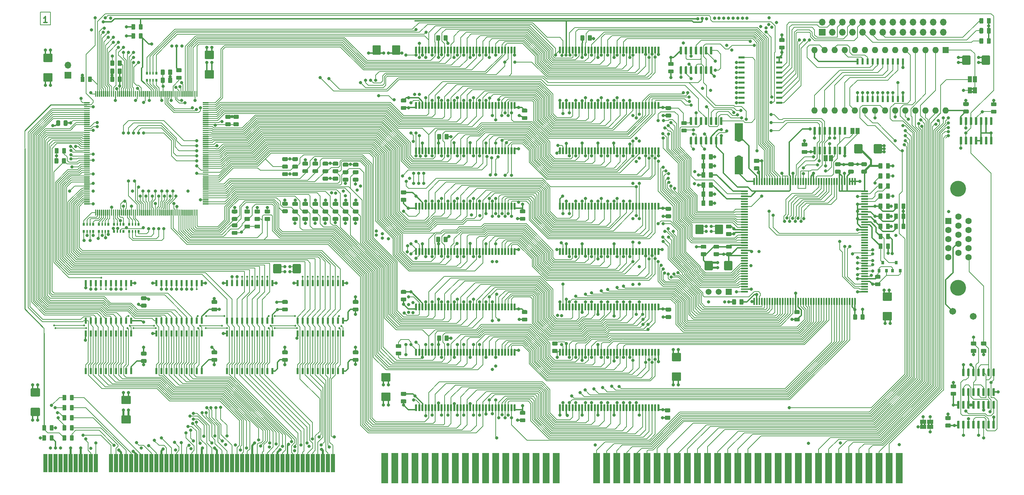
<source format=gbr>
G04 #@! TF.GenerationSoftware,KiCad,Pcbnew,(5.1.5)-3*
G04 #@! TF.CreationDate,2020-09-26T10:43:13+02:00*
G04 #@! TF.ProjectId,968,3936382e-6b69-4636-9164-5f7063625858,rev?*
G04 #@! TF.SameCoordinates,Original*
G04 #@! TF.FileFunction,Copper,L1,Top*
G04 #@! TF.FilePolarity,Positive*
%FSLAX46Y46*%
G04 Gerber Fmt 4.6, Leading zero omitted, Abs format (unit mm)*
G04 Created by KiCad (PCBNEW (5.1.5)-3) date 2020-09-26 10:43:13*
%MOMM*%
%LPD*%
G04 APERTURE LIST*
%ADD10C,0.300000*%
%ADD11C,0.100000*%
%ADD12R,0.800000X0.900000*%
%ADD13C,1.710000*%
%ADD14R,1.000000X1.500000*%
%ADD15R,1.500000X1.000000*%
%ADD16R,2.000000X4.500000*%
%ADD17C,4.000000*%
%ADD18C,1.600000*%
%ADD19R,1.600000X1.600000*%
%ADD20R,1.020000X4.570000*%
%ADD21O,1.700000X1.700000*%
%ADD22R,1.700000X1.700000*%
%ADD23R,1.500000X1.500000*%
%ADD24C,1.500000*%
%ADD25R,1.500000X0.600000*%
%ADD26O,1.600000X1.600000*%
%ADD27R,0.500000X0.800000*%
%ADD28R,0.400000X0.800000*%
%ADD29R,0.600000X1.500000*%
%ADD30R,1.780000X7.620000*%
%ADD31C,0.800000*%
%ADD32C,0.500000*%
%ADD33C,0.200000*%
%ADD34C,0.350000*%
%ADD35C,0.250000*%
%ADD36C,0.352000*%
%ADD37C,0.500000*%
G04 APERTURE END LIST*
D10*
X27098571Y-40048571D02*
X26241428Y-40048571D01*
X26670000Y-40048571D02*
X26670000Y-38548571D01*
X26527142Y-38762857D01*
X26384285Y-38905714D01*
X26241428Y-38977142D01*
D11*
G36*
X247050000Y-141586000D02*
G01*
X247050000Y-141086000D01*
X247450000Y-141086000D01*
X247450000Y-141586000D01*
X247050000Y-141586000D01*
G37*
G36*
X247850000Y-141586000D02*
G01*
X247850000Y-141086000D01*
X248250000Y-141086000D01*
X248250000Y-141586000D01*
X247850000Y-141586000D01*
G37*
G36*
X259795200Y-56550000D02*
G01*
X260295200Y-56550000D01*
X260295200Y-56950000D01*
X259795200Y-56950000D01*
X259795200Y-56550000D01*
G37*
G36*
X259795200Y-57350000D02*
G01*
X260295200Y-57350000D01*
X260295200Y-57750000D01*
X259795200Y-57750000D01*
X259795200Y-57350000D01*
G37*
G36*
X249628000Y-141586000D02*
G01*
X249628000Y-141086000D01*
X250028000Y-141086000D01*
X250028000Y-141586000D01*
X249628000Y-141586000D01*
G37*
G36*
X248828000Y-141586000D02*
G01*
X248828000Y-141086000D01*
X249228000Y-141086000D01*
X249228000Y-141586000D01*
X248828000Y-141586000D01*
G37*
D12*
X240919000Y-100584000D03*
X241869000Y-102584000D03*
X239969000Y-102584000D03*
X237490000Y-100584000D03*
X238440000Y-102584000D03*
X236540000Y-102584000D03*
D13*
X260243000Y-114103000D03*
X255143000Y-112903000D03*
D14*
X231140000Y-67437000D03*
X229840000Y-67437000D03*
X223139000Y-74295000D03*
X224439000Y-74295000D03*
D15*
X247650000Y-140686000D03*
X247650000Y-141986000D03*
D16*
X201295000Y-67632000D03*
X201295000Y-76132000D03*
D17*
X256476500Y-106934000D03*
X256476500Y-81934000D03*
D18*
X259057000Y-99279000D03*
X256517000Y-95844000D03*
X256517000Y-98134000D03*
X256517000Y-93554000D03*
X253977000Y-94699000D03*
X256517000Y-91264000D03*
X253977000Y-99279000D03*
X259057000Y-96989000D03*
X253977000Y-96989000D03*
X253977000Y-92409000D03*
X259057000Y-94699000D03*
D19*
X253977000Y-90119000D03*
D18*
X256517000Y-88974000D03*
X259057000Y-92409000D03*
X259057000Y-90119000D03*
G04 #@! TA.AperFunction,SMDPad,CuDef*
D11*
G36*
X237216142Y-93281174D02*
G01*
X237239803Y-93284684D01*
X237263007Y-93290496D01*
X237285529Y-93298554D01*
X237307153Y-93308782D01*
X237327670Y-93321079D01*
X237346883Y-93335329D01*
X237364607Y-93351393D01*
X237380671Y-93369117D01*
X237394921Y-93388330D01*
X237407218Y-93408847D01*
X237417446Y-93430471D01*
X237425504Y-93452993D01*
X237431316Y-93476197D01*
X237434826Y-93499858D01*
X237436000Y-93523750D01*
X237436000Y-94436250D01*
X237434826Y-94460142D01*
X237431316Y-94483803D01*
X237425504Y-94507007D01*
X237417446Y-94529529D01*
X237407218Y-94551153D01*
X237394921Y-94571670D01*
X237380671Y-94590883D01*
X237364607Y-94608607D01*
X237346883Y-94624671D01*
X237327670Y-94638921D01*
X237307153Y-94651218D01*
X237285529Y-94661446D01*
X237263007Y-94669504D01*
X237239803Y-94675316D01*
X237216142Y-94678826D01*
X237192250Y-94680000D01*
X236704750Y-94680000D01*
X236680858Y-94678826D01*
X236657197Y-94675316D01*
X236633993Y-94669504D01*
X236611471Y-94661446D01*
X236589847Y-94651218D01*
X236569330Y-94638921D01*
X236550117Y-94624671D01*
X236532393Y-94608607D01*
X236516329Y-94590883D01*
X236502079Y-94571670D01*
X236489782Y-94551153D01*
X236479554Y-94529529D01*
X236471496Y-94507007D01*
X236465684Y-94483803D01*
X236462174Y-94460142D01*
X236461000Y-94436250D01*
X236461000Y-93523750D01*
X236462174Y-93499858D01*
X236465684Y-93476197D01*
X236471496Y-93452993D01*
X236479554Y-93430471D01*
X236489782Y-93408847D01*
X236502079Y-93388330D01*
X236516329Y-93369117D01*
X236532393Y-93351393D01*
X236550117Y-93335329D01*
X236569330Y-93321079D01*
X236589847Y-93308782D01*
X236611471Y-93298554D01*
X236633993Y-93290496D01*
X236657197Y-93284684D01*
X236680858Y-93281174D01*
X236704750Y-93280000D01*
X237192250Y-93280000D01*
X237216142Y-93281174D01*
G37*
G04 #@! TD.AperFunction*
G04 #@! TA.AperFunction,SMDPad,CuDef*
G36*
X239091142Y-93281174D02*
G01*
X239114803Y-93284684D01*
X239138007Y-93290496D01*
X239160529Y-93298554D01*
X239182153Y-93308782D01*
X239202670Y-93321079D01*
X239221883Y-93335329D01*
X239239607Y-93351393D01*
X239255671Y-93369117D01*
X239269921Y-93388330D01*
X239282218Y-93408847D01*
X239292446Y-93430471D01*
X239300504Y-93452993D01*
X239306316Y-93476197D01*
X239309826Y-93499858D01*
X239311000Y-93523750D01*
X239311000Y-94436250D01*
X239309826Y-94460142D01*
X239306316Y-94483803D01*
X239300504Y-94507007D01*
X239292446Y-94529529D01*
X239282218Y-94551153D01*
X239269921Y-94571670D01*
X239255671Y-94590883D01*
X239239607Y-94608607D01*
X239221883Y-94624671D01*
X239202670Y-94638921D01*
X239182153Y-94651218D01*
X239160529Y-94661446D01*
X239138007Y-94669504D01*
X239114803Y-94675316D01*
X239091142Y-94678826D01*
X239067250Y-94680000D01*
X238579750Y-94680000D01*
X238555858Y-94678826D01*
X238532197Y-94675316D01*
X238508993Y-94669504D01*
X238486471Y-94661446D01*
X238464847Y-94651218D01*
X238444330Y-94638921D01*
X238425117Y-94624671D01*
X238407393Y-94608607D01*
X238391329Y-94590883D01*
X238377079Y-94571670D01*
X238364782Y-94551153D01*
X238354554Y-94529529D01*
X238346496Y-94507007D01*
X238340684Y-94483803D01*
X238337174Y-94460142D01*
X238336000Y-94436250D01*
X238336000Y-93523750D01*
X238337174Y-93499858D01*
X238340684Y-93476197D01*
X238346496Y-93452993D01*
X238354554Y-93430471D01*
X238364782Y-93408847D01*
X238377079Y-93388330D01*
X238391329Y-93369117D01*
X238407393Y-93351393D01*
X238425117Y-93335329D01*
X238444330Y-93321079D01*
X238464847Y-93308782D01*
X238486471Y-93298554D01*
X238508993Y-93290496D01*
X238532197Y-93284684D01*
X238555858Y-93281174D01*
X238579750Y-93280000D01*
X239067250Y-93280000D01*
X239091142Y-93281174D01*
G37*
G04 #@! TD.AperFunction*
G04 #@! TA.AperFunction,SMDPad,CuDef*
G36*
X237216142Y-95757674D02*
G01*
X237239803Y-95761184D01*
X237263007Y-95766996D01*
X237285529Y-95775054D01*
X237307153Y-95785282D01*
X237327670Y-95797579D01*
X237346883Y-95811829D01*
X237364607Y-95827893D01*
X237380671Y-95845617D01*
X237394921Y-95864830D01*
X237407218Y-95885347D01*
X237417446Y-95906971D01*
X237425504Y-95929493D01*
X237431316Y-95952697D01*
X237434826Y-95976358D01*
X237436000Y-96000250D01*
X237436000Y-96912750D01*
X237434826Y-96936642D01*
X237431316Y-96960303D01*
X237425504Y-96983507D01*
X237417446Y-97006029D01*
X237407218Y-97027653D01*
X237394921Y-97048170D01*
X237380671Y-97067383D01*
X237364607Y-97085107D01*
X237346883Y-97101171D01*
X237327670Y-97115421D01*
X237307153Y-97127718D01*
X237285529Y-97137946D01*
X237263007Y-97146004D01*
X237239803Y-97151816D01*
X237216142Y-97155326D01*
X237192250Y-97156500D01*
X236704750Y-97156500D01*
X236680858Y-97155326D01*
X236657197Y-97151816D01*
X236633993Y-97146004D01*
X236611471Y-97137946D01*
X236589847Y-97127718D01*
X236569330Y-97115421D01*
X236550117Y-97101171D01*
X236532393Y-97085107D01*
X236516329Y-97067383D01*
X236502079Y-97048170D01*
X236489782Y-97027653D01*
X236479554Y-97006029D01*
X236471496Y-96983507D01*
X236465684Y-96960303D01*
X236462174Y-96936642D01*
X236461000Y-96912750D01*
X236461000Y-96000250D01*
X236462174Y-95976358D01*
X236465684Y-95952697D01*
X236471496Y-95929493D01*
X236479554Y-95906971D01*
X236489782Y-95885347D01*
X236502079Y-95864830D01*
X236516329Y-95845617D01*
X236532393Y-95827893D01*
X236550117Y-95811829D01*
X236569330Y-95797579D01*
X236589847Y-95785282D01*
X236611471Y-95775054D01*
X236633993Y-95766996D01*
X236657197Y-95761184D01*
X236680858Y-95757674D01*
X236704750Y-95756500D01*
X237192250Y-95756500D01*
X237216142Y-95757674D01*
G37*
G04 #@! TD.AperFunction*
G04 #@! TA.AperFunction,SMDPad,CuDef*
G36*
X239091142Y-95757674D02*
G01*
X239114803Y-95761184D01*
X239138007Y-95766996D01*
X239160529Y-95775054D01*
X239182153Y-95785282D01*
X239202670Y-95797579D01*
X239221883Y-95811829D01*
X239239607Y-95827893D01*
X239255671Y-95845617D01*
X239269921Y-95864830D01*
X239282218Y-95885347D01*
X239292446Y-95906971D01*
X239300504Y-95929493D01*
X239306316Y-95952697D01*
X239309826Y-95976358D01*
X239311000Y-96000250D01*
X239311000Y-96912750D01*
X239309826Y-96936642D01*
X239306316Y-96960303D01*
X239300504Y-96983507D01*
X239292446Y-97006029D01*
X239282218Y-97027653D01*
X239269921Y-97048170D01*
X239255671Y-97067383D01*
X239239607Y-97085107D01*
X239221883Y-97101171D01*
X239202670Y-97115421D01*
X239182153Y-97127718D01*
X239160529Y-97137946D01*
X239138007Y-97146004D01*
X239114803Y-97151816D01*
X239091142Y-97155326D01*
X239067250Y-97156500D01*
X238579750Y-97156500D01*
X238555858Y-97155326D01*
X238532197Y-97151816D01*
X238508993Y-97146004D01*
X238486471Y-97137946D01*
X238464847Y-97127718D01*
X238444330Y-97115421D01*
X238425117Y-97101171D01*
X238407393Y-97085107D01*
X238391329Y-97067383D01*
X238377079Y-97048170D01*
X238364782Y-97027653D01*
X238354554Y-97006029D01*
X238346496Y-96983507D01*
X238340684Y-96960303D01*
X238337174Y-96936642D01*
X238336000Y-96912750D01*
X238336000Y-96000250D01*
X238337174Y-95976358D01*
X238340684Y-95952697D01*
X238346496Y-95929493D01*
X238354554Y-95906971D01*
X238364782Y-95885347D01*
X238377079Y-95864830D01*
X238391329Y-95845617D01*
X238407393Y-95827893D01*
X238425117Y-95811829D01*
X238444330Y-95797579D01*
X238464847Y-95785282D01*
X238486471Y-95775054D01*
X238508993Y-95766996D01*
X238532197Y-95761184D01*
X238555858Y-95757674D01*
X238579750Y-95756500D01*
X239067250Y-95756500D01*
X239091142Y-95757674D01*
G37*
G04 #@! TD.AperFunction*
G04 #@! TA.AperFunction,SMDPad,CuDef*
G36*
X256704703Y-135490222D02*
G01*
X256719264Y-135492382D01*
X256733543Y-135495959D01*
X256747403Y-135500918D01*
X256760710Y-135507212D01*
X256773336Y-135514780D01*
X256785159Y-135523548D01*
X256796066Y-135533434D01*
X256805952Y-135544341D01*
X256814720Y-135556164D01*
X256822288Y-135568790D01*
X256828582Y-135582097D01*
X256833541Y-135595957D01*
X256837118Y-135610236D01*
X256839278Y-135624797D01*
X256840000Y-135639500D01*
X256840000Y-137289500D01*
X256839278Y-137304203D01*
X256837118Y-137318764D01*
X256833541Y-137333043D01*
X256828582Y-137346903D01*
X256822288Y-137360210D01*
X256814720Y-137372836D01*
X256805952Y-137384659D01*
X256796066Y-137395566D01*
X256785159Y-137405452D01*
X256773336Y-137414220D01*
X256760710Y-137421788D01*
X256747403Y-137428082D01*
X256733543Y-137433041D01*
X256719264Y-137436618D01*
X256704703Y-137438778D01*
X256690000Y-137439500D01*
X256390000Y-137439500D01*
X256375297Y-137438778D01*
X256360736Y-137436618D01*
X256346457Y-137433041D01*
X256332597Y-137428082D01*
X256319290Y-137421788D01*
X256306664Y-137414220D01*
X256294841Y-137405452D01*
X256283934Y-137395566D01*
X256274048Y-137384659D01*
X256265280Y-137372836D01*
X256257712Y-137360210D01*
X256251418Y-137346903D01*
X256246459Y-137333043D01*
X256242882Y-137318764D01*
X256240722Y-137304203D01*
X256240000Y-137289500D01*
X256240000Y-135639500D01*
X256240722Y-135624797D01*
X256242882Y-135610236D01*
X256246459Y-135595957D01*
X256251418Y-135582097D01*
X256257712Y-135568790D01*
X256265280Y-135556164D01*
X256274048Y-135544341D01*
X256283934Y-135533434D01*
X256294841Y-135523548D01*
X256306664Y-135514780D01*
X256319290Y-135507212D01*
X256332597Y-135500918D01*
X256346457Y-135495959D01*
X256360736Y-135492382D01*
X256375297Y-135490222D01*
X256390000Y-135489500D01*
X256690000Y-135489500D01*
X256704703Y-135490222D01*
G37*
G04 #@! TD.AperFunction*
G04 #@! TA.AperFunction,SMDPad,CuDef*
G36*
X257974703Y-135490222D02*
G01*
X257989264Y-135492382D01*
X258003543Y-135495959D01*
X258017403Y-135500918D01*
X258030710Y-135507212D01*
X258043336Y-135514780D01*
X258055159Y-135523548D01*
X258066066Y-135533434D01*
X258075952Y-135544341D01*
X258084720Y-135556164D01*
X258092288Y-135568790D01*
X258098582Y-135582097D01*
X258103541Y-135595957D01*
X258107118Y-135610236D01*
X258109278Y-135624797D01*
X258110000Y-135639500D01*
X258110000Y-137289500D01*
X258109278Y-137304203D01*
X258107118Y-137318764D01*
X258103541Y-137333043D01*
X258098582Y-137346903D01*
X258092288Y-137360210D01*
X258084720Y-137372836D01*
X258075952Y-137384659D01*
X258066066Y-137395566D01*
X258055159Y-137405452D01*
X258043336Y-137414220D01*
X258030710Y-137421788D01*
X258017403Y-137428082D01*
X258003543Y-137433041D01*
X257989264Y-137436618D01*
X257974703Y-137438778D01*
X257960000Y-137439500D01*
X257660000Y-137439500D01*
X257645297Y-137438778D01*
X257630736Y-137436618D01*
X257616457Y-137433041D01*
X257602597Y-137428082D01*
X257589290Y-137421788D01*
X257576664Y-137414220D01*
X257564841Y-137405452D01*
X257553934Y-137395566D01*
X257544048Y-137384659D01*
X257535280Y-137372836D01*
X257527712Y-137360210D01*
X257521418Y-137346903D01*
X257516459Y-137333043D01*
X257512882Y-137318764D01*
X257510722Y-137304203D01*
X257510000Y-137289500D01*
X257510000Y-135639500D01*
X257510722Y-135624797D01*
X257512882Y-135610236D01*
X257516459Y-135595957D01*
X257521418Y-135582097D01*
X257527712Y-135568790D01*
X257535280Y-135556164D01*
X257544048Y-135544341D01*
X257553934Y-135533434D01*
X257564841Y-135523548D01*
X257576664Y-135514780D01*
X257589290Y-135507212D01*
X257602597Y-135500918D01*
X257616457Y-135495959D01*
X257630736Y-135492382D01*
X257645297Y-135490222D01*
X257660000Y-135489500D01*
X257960000Y-135489500D01*
X257974703Y-135490222D01*
G37*
G04 #@! TD.AperFunction*
G04 #@! TA.AperFunction,SMDPad,CuDef*
G36*
X259244703Y-135490222D02*
G01*
X259259264Y-135492382D01*
X259273543Y-135495959D01*
X259287403Y-135500918D01*
X259300710Y-135507212D01*
X259313336Y-135514780D01*
X259325159Y-135523548D01*
X259336066Y-135533434D01*
X259345952Y-135544341D01*
X259354720Y-135556164D01*
X259362288Y-135568790D01*
X259368582Y-135582097D01*
X259373541Y-135595957D01*
X259377118Y-135610236D01*
X259379278Y-135624797D01*
X259380000Y-135639500D01*
X259380000Y-137289500D01*
X259379278Y-137304203D01*
X259377118Y-137318764D01*
X259373541Y-137333043D01*
X259368582Y-137346903D01*
X259362288Y-137360210D01*
X259354720Y-137372836D01*
X259345952Y-137384659D01*
X259336066Y-137395566D01*
X259325159Y-137405452D01*
X259313336Y-137414220D01*
X259300710Y-137421788D01*
X259287403Y-137428082D01*
X259273543Y-137433041D01*
X259259264Y-137436618D01*
X259244703Y-137438778D01*
X259230000Y-137439500D01*
X258930000Y-137439500D01*
X258915297Y-137438778D01*
X258900736Y-137436618D01*
X258886457Y-137433041D01*
X258872597Y-137428082D01*
X258859290Y-137421788D01*
X258846664Y-137414220D01*
X258834841Y-137405452D01*
X258823934Y-137395566D01*
X258814048Y-137384659D01*
X258805280Y-137372836D01*
X258797712Y-137360210D01*
X258791418Y-137346903D01*
X258786459Y-137333043D01*
X258782882Y-137318764D01*
X258780722Y-137304203D01*
X258780000Y-137289500D01*
X258780000Y-135639500D01*
X258780722Y-135624797D01*
X258782882Y-135610236D01*
X258786459Y-135595957D01*
X258791418Y-135582097D01*
X258797712Y-135568790D01*
X258805280Y-135556164D01*
X258814048Y-135544341D01*
X258823934Y-135533434D01*
X258834841Y-135523548D01*
X258846664Y-135514780D01*
X258859290Y-135507212D01*
X258872597Y-135500918D01*
X258886457Y-135495959D01*
X258900736Y-135492382D01*
X258915297Y-135490222D01*
X258930000Y-135489500D01*
X259230000Y-135489500D01*
X259244703Y-135490222D01*
G37*
G04 #@! TD.AperFunction*
G04 #@! TA.AperFunction,SMDPad,CuDef*
G36*
X260514703Y-135490222D02*
G01*
X260529264Y-135492382D01*
X260543543Y-135495959D01*
X260557403Y-135500918D01*
X260570710Y-135507212D01*
X260583336Y-135514780D01*
X260595159Y-135523548D01*
X260606066Y-135533434D01*
X260615952Y-135544341D01*
X260624720Y-135556164D01*
X260632288Y-135568790D01*
X260638582Y-135582097D01*
X260643541Y-135595957D01*
X260647118Y-135610236D01*
X260649278Y-135624797D01*
X260650000Y-135639500D01*
X260650000Y-137289500D01*
X260649278Y-137304203D01*
X260647118Y-137318764D01*
X260643541Y-137333043D01*
X260638582Y-137346903D01*
X260632288Y-137360210D01*
X260624720Y-137372836D01*
X260615952Y-137384659D01*
X260606066Y-137395566D01*
X260595159Y-137405452D01*
X260583336Y-137414220D01*
X260570710Y-137421788D01*
X260557403Y-137428082D01*
X260543543Y-137433041D01*
X260529264Y-137436618D01*
X260514703Y-137438778D01*
X260500000Y-137439500D01*
X260200000Y-137439500D01*
X260185297Y-137438778D01*
X260170736Y-137436618D01*
X260156457Y-137433041D01*
X260142597Y-137428082D01*
X260129290Y-137421788D01*
X260116664Y-137414220D01*
X260104841Y-137405452D01*
X260093934Y-137395566D01*
X260084048Y-137384659D01*
X260075280Y-137372836D01*
X260067712Y-137360210D01*
X260061418Y-137346903D01*
X260056459Y-137333043D01*
X260052882Y-137318764D01*
X260050722Y-137304203D01*
X260050000Y-137289500D01*
X260050000Y-135639500D01*
X260050722Y-135624797D01*
X260052882Y-135610236D01*
X260056459Y-135595957D01*
X260061418Y-135582097D01*
X260067712Y-135568790D01*
X260075280Y-135556164D01*
X260084048Y-135544341D01*
X260093934Y-135533434D01*
X260104841Y-135523548D01*
X260116664Y-135514780D01*
X260129290Y-135507212D01*
X260142597Y-135500918D01*
X260156457Y-135495959D01*
X260170736Y-135492382D01*
X260185297Y-135490222D01*
X260200000Y-135489500D01*
X260500000Y-135489500D01*
X260514703Y-135490222D01*
G37*
G04 #@! TD.AperFunction*
G04 #@! TA.AperFunction,SMDPad,CuDef*
G36*
X261784703Y-135490222D02*
G01*
X261799264Y-135492382D01*
X261813543Y-135495959D01*
X261827403Y-135500918D01*
X261840710Y-135507212D01*
X261853336Y-135514780D01*
X261865159Y-135523548D01*
X261876066Y-135533434D01*
X261885952Y-135544341D01*
X261894720Y-135556164D01*
X261902288Y-135568790D01*
X261908582Y-135582097D01*
X261913541Y-135595957D01*
X261917118Y-135610236D01*
X261919278Y-135624797D01*
X261920000Y-135639500D01*
X261920000Y-137289500D01*
X261919278Y-137304203D01*
X261917118Y-137318764D01*
X261913541Y-137333043D01*
X261908582Y-137346903D01*
X261902288Y-137360210D01*
X261894720Y-137372836D01*
X261885952Y-137384659D01*
X261876066Y-137395566D01*
X261865159Y-137405452D01*
X261853336Y-137414220D01*
X261840710Y-137421788D01*
X261827403Y-137428082D01*
X261813543Y-137433041D01*
X261799264Y-137436618D01*
X261784703Y-137438778D01*
X261770000Y-137439500D01*
X261470000Y-137439500D01*
X261455297Y-137438778D01*
X261440736Y-137436618D01*
X261426457Y-137433041D01*
X261412597Y-137428082D01*
X261399290Y-137421788D01*
X261386664Y-137414220D01*
X261374841Y-137405452D01*
X261363934Y-137395566D01*
X261354048Y-137384659D01*
X261345280Y-137372836D01*
X261337712Y-137360210D01*
X261331418Y-137346903D01*
X261326459Y-137333043D01*
X261322882Y-137318764D01*
X261320722Y-137304203D01*
X261320000Y-137289500D01*
X261320000Y-135639500D01*
X261320722Y-135624797D01*
X261322882Y-135610236D01*
X261326459Y-135595957D01*
X261331418Y-135582097D01*
X261337712Y-135568790D01*
X261345280Y-135556164D01*
X261354048Y-135544341D01*
X261363934Y-135533434D01*
X261374841Y-135523548D01*
X261386664Y-135514780D01*
X261399290Y-135507212D01*
X261412597Y-135500918D01*
X261426457Y-135495959D01*
X261440736Y-135492382D01*
X261455297Y-135490222D01*
X261470000Y-135489500D01*
X261770000Y-135489500D01*
X261784703Y-135490222D01*
G37*
G04 #@! TD.AperFunction*
G04 #@! TA.AperFunction,SMDPad,CuDef*
G36*
X263054703Y-135490222D02*
G01*
X263069264Y-135492382D01*
X263083543Y-135495959D01*
X263097403Y-135500918D01*
X263110710Y-135507212D01*
X263123336Y-135514780D01*
X263135159Y-135523548D01*
X263146066Y-135533434D01*
X263155952Y-135544341D01*
X263164720Y-135556164D01*
X263172288Y-135568790D01*
X263178582Y-135582097D01*
X263183541Y-135595957D01*
X263187118Y-135610236D01*
X263189278Y-135624797D01*
X263190000Y-135639500D01*
X263190000Y-137289500D01*
X263189278Y-137304203D01*
X263187118Y-137318764D01*
X263183541Y-137333043D01*
X263178582Y-137346903D01*
X263172288Y-137360210D01*
X263164720Y-137372836D01*
X263155952Y-137384659D01*
X263146066Y-137395566D01*
X263135159Y-137405452D01*
X263123336Y-137414220D01*
X263110710Y-137421788D01*
X263097403Y-137428082D01*
X263083543Y-137433041D01*
X263069264Y-137436618D01*
X263054703Y-137438778D01*
X263040000Y-137439500D01*
X262740000Y-137439500D01*
X262725297Y-137438778D01*
X262710736Y-137436618D01*
X262696457Y-137433041D01*
X262682597Y-137428082D01*
X262669290Y-137421788D01*
X262656664Y-137414220D01*
X262644841Y-137405452D01*
X262633934Y-137395566D01*
X262624048Y-137384659D01*
X262615280Y-137372836D01*
X262607712Y-137360210D01*
X262601418Y-137346903D01*
X262596459Y-137333043D01*
X262592882Y-137318764D01*
X262590722Y-137304203D01*
X262590000Y-137289500D01*
X262590000Y-135639500D01*
X262590722Y-135624797D01*
X262592882Y-135610236D01*
X262596459Y-135595957D01*
X262601418Y-135582097D01*
X262607712Y-135568790D01*
X262615280Y-135556164D01*
X262624048Y-135544341D01*
X262633934Y-135533434D01*
X262644841Y-135523548D01*
X262656664Y-135514780D01*
X262669290Y-135507212D01*
X262682597Y-135500918D01*
X262696457Y-135495959D01*
X262710736Y-135492382D01*
X262725297Y-135490222D01*
X262740000Y-135489500D01*
X263040000Y-135489500D01*
X263054703Y-135490222D01*
G37*
G04 #@! TD.AperFunction*
G04 #@! TA.AperFunction,SMDPad,CuDef*
G36*
X264324703Y-135490222D02*
G01*
X264339264Y-135492382D01*
X264353543Y-135495959D01*
X264367403Y-135500918D01*
X264380710Y-135507212D01*
X264393336Y-135514780D01*
X264405159Y-135523548D01*
X264416066Y-135533434D01*
X264425952Y-135544341D01*
X264434720Y-135556164D01*
X264442288Y-135568790D01*
X264448582Y-135582097D01*
X264453541Y-135595957D01*
X264457118Y-135610236D01*
X264459278Y-135624797D01*
X264460000Y-135639500D01*
X264460000Y-137289500D01*
X264459278Y-137304203D01*
X264457118Y-137318764D01*
X264453541Y-137333043D01*
X264448582Y-137346903D01*
X264442288Y-137360210D01*
X264434720Y-137372836D01*
X264425952Y-137384659D01*
X264416066Y-137395566D01*
X264405159Y-137405452D01*
X264393336Y-137414220D01*
X264380710Y-137421788D01*
X264367403Y-137428082D01*
X264353543Y-137433041D01*
X264339264Y-137436618D01*
X264324703Y-137438778D01*
X264310000Y-137439500D01*
X264010000Y-137439500D01*
X263995297Y-137438778D01*
X263980736Y-137436618D01*
X263966457Y-137433041D01*
X263952597Y-137428082D01*
X263939290Y-137421788D01*
X263926664Y-137414220D01*
X263914841Y-137405452D01*
X263903934Y-137395566D01*
X263894048Y-137384659D01*
X263885280Y-137372836D01*
X263877712Y-137360210D01*
X263871418Y-137346903D01*
X263866459Y-137333043D01*
X263862882Y-137318764D01*
X263860722Y-137304203D01*
X263860000Y-137289500D01*
X263860000Y-135639500D01*
X263860722Y-135624797D01*
X263862882Y-135610236D01*
X263866459Y-135595957D01*
X263871418Y-135582097D01*
X263877712Y-135568790D01*
X263885280Y-135556164D01*
X263894048Y-135544341D01*
X263903934Y-135533434D01*
X263914841Y-135523548D01*
X263926664Y-135514780D01*
X263939290Y-135507212D01*
X263952597Y-135500918D01*
X263966457Y-135495959D01*
X263980736Y-135492382D01*
X263995297Y-135490222D01*
X264010000Y-135489500D01*
X264310000Y-135489500D01*
X264324703Y-135490222D01*
G37*
G04 #@! TD.AperFunction*
G04 #@! TA.AperFunction,SMDPad,CuDef*
G36*
X265594703Y-135490222D02*
G01*
X265609264Y-135492382D01*
X265623543Y-135495959D01*
X265637403Y-135500918D01*
X265650710Y-135507212D01*
X265663336Y-135514780D01*
X265675159Y-135523548D01*
X265686066Y-135533434D01*
X265695952Y-135544341D01*
X265704720Y-135556164D01*
X265712288Y-135568790D01*
X265718582Y-135582097D01*
X265723541Y-135595957D01*
X265727118Y-135610236D01*
X265729278Y-135624797D01*
X265730000Y-135639500D01*
X265730000Y-137289500D01*
X265729278Y-137304203D01*
X265727118Y-137318764D01*
X265723541Y-137333043D01*
X265718582Y-137346903D01*
X265712288Y-137360210D01*
X265704720Y-137372836D01*
X265695952Y-137384659D01*
X265686066Y-137395566D01*
X265675159Y-137405452D01*
X265663336Y-137414220D01*
X265650710Y-137421788D01*
X265637403Y-137428082D01*
X265623543Y-137433041D01*
X265609264Y-137436618D01*
X265594703Y-137438778D01*
X265580000Y-137439500D01*
X265280000Y-137439500D01*
X265265297Y-137438778D01*
X265250736Y-137436618D01*
X265236457Y-137433041D01*
X265222597Y-137428082D01*
X265209290Y-137421788D01*
X265196664Y-137414220D01*
X265184841Y-137405452D01*
X265173934Y-137395566D01*
X265164048Y-137384659D01*
X265155280Y-137372836D01*
X265147712Y-137360210D01*
X265141418Y-137346903D01*
X265136459Y-137333043D01*
X265132882Y-137318764D01*
X265130722Y-137304203D01*
X265130000Y-137289500D01*
X265130000Y-135639500D01*
X265130722Y-135624797D01*
X265132882Y-135610236D01*
X265136459Y-135595957D01*
X265141418Y-135582097D01*
X265147712Y-135568790D01*
X265155280Y-135556164D01*
X265164048Y-135544341D01*
X265173934Y-135533434D01*
X265184841Y-135523548D01*
X265196664Y-135514780D01*
X265209290Y-135507212D01*
X265222597Y-135500918D01*
X265236457Y-135495959D01*
X265250736Y-135492382D01*
X265265297Y-135490222D01*
X265280000Y-135489500D01*
X265580000Y-135489500D01*
X265594703Y-135490222D01*
G37*
G04 #@! TD.AperFunction*
G04 #@! TA.AperFunction,SMDPad,CuDef*
G36*
X265594703Y-140440222D02*
G01*
X265609264Y-140442382D01*
X265623543Y-140445959D01*
X265637403Y-140450918D01*
X265650710Y-140457212D01*
X265663336Y-140464780D01*
X265675159Y-140473548D01*
X265686066Y-140483434D01*
X265695952Y-140494341D01*
X265704720Y-140506164D01*
X265712288Y-140518790D01*
X265718582Y-140532097D01*
X265723541Y-140545957D01*
X265727118Y-140560236D01*
X265729278Y-140574797D01*
X265730000Y-140589500D01*
X265730000Y-142239500D01*
X265729278Y-142254203D01*
X265727118Y-142268764D01*
X265723541Y-142283043D01*
X265718582Y-142296903D01*
X265712288Y-142310210D01*
X265704720Y-142322836D01*
X265695952Y-142334659D01*
X265686066Y-142345566D01*
X265675159Y-142355452D01*
X265663336Y-142364220D01*
X265650710Y-142371788D01*
X265637403Y-142378082D01*
X265623543Y-142383041D01*
X265609264Y-142386618D01*
X265594703Y-142388778D01*
X265580000Y-142389500D01*
X265280000Y-142389500D01*
X265265297Y-142388778D01*
X265250736Y-142386618D01*
X265236457Y-142383041D01*
X265222597Y-142378082D01*
X265209290Y-142371788D01*
X265196664Y-142364220D01*
X265184841Y-142355452D01*
X265173934Y-142345566D01*
X265164048Y-142334659D01*
X265155280Y-142322836D01*
X265147712Y-142310210D01*
X265141418Y-142296903D01*
X265136459Y-142283043D01*
X265132882Y-142268764D01*
X265130722Y-142254203D01*
X265130000Y-142239500D01*
X265130000Y-140589500D01*
X265130722Y-140574797D01*
X265132882Y-140560236D01*
X265136459Y-140545957D01*
X265141418Y-140532097D01*
X265147712Y-140518790D01*
X265155280Y-140506164D01*
X265164048Y-140494341D01*
X265173934Y-140483434D01*
X265184841Y-140473548D01*
X265196664Y-140464780D01*
X265209290Y-140457212D01*
X265222597Y-140450918D01*
X265236457Y-140445959D01*
X265250736Y-140442382D01*
X265265297Y-140440222D01*
X265280000Y-140439500D01*
X265580000Y-140439500D01*
X265594703Y-140440222D01*
G37*
G04 #@! TD.AperFunction*
G04 #@! TA.AperFunction,SMDPad,CuDef*
G36*
X264324703Y-140440222D02*
G01*
X264339264Y-140442382D01*
X264353543Y-140445959D01*
X264367403Y-140450918D01*
X264380710Y-140457212D01*
X264393336Y-140464780D01*
X264405159Y-140473548D01*
X264416066Y-140483434D01*
X264425952Y-140494341D01*
X264434720Y-140506164D01*
X264442288Y-140518790D01*
X264448582Y-140532097D01*
X264453541Y-140545957D01*
X264457118Y-140560236D01*
X264459278Y-140574797D01*
X264460000Y-140589500D01*
X264460000Y-142239500D01*
X264459278Y-142254203D01*
X264457118Y-142268764D01*
X264453541Y-142283043D01*
X264448582Y-142296903D01*
X264442288Y-142310210D01*
X264434720Y-142322836D01*
X264425952Y-142334659D01*
X264416066Y-142345566D01*
X264405159Y-142355452D01*
X264393336Y-142364220D01*
X264380710Y-142371788D01*
X264367403Y-142378082D01*
X264353543Y-142383041D01*
X264339264Y-142386618D01*
X264324703Y-142388778D01*
X264310000Y-142389500D01*
X264010000Y-142389500D01*
X263995297Y-142388778D01*
X263980736Y-142386618D01*
X263966457Y-142383041D01*
X263952597Y-142378082D01*
X263939290Y-142371788D01*
X263926664Y-142364220D01*
X263914841Y-142355452D01*
X263903934Y-142345566D01*
X263894048Y-142334659D01*
X263885280Y-142322836D01*
X263877712Y-142310210D01*
X263871418Y-142296903D01*
X263866459Y-142283043D01*
X263862882Y-142268764D01*
X263860722Y-142254203D01*
X263860000Y-142239500D01*
X263860000Y-140589500D01*
X263860722Y-140574797D01*
X263862882Y-140560236D01*
X263866459Y-140545957D01*
X263871418Y-140532097D01*
X263877712Y-140518790D01*
X263885280Y-140506164D01*
X263894048Y-140494341D01*
X263903934Y-140483434D01*
X263914841Y-140473548D01*
X263926664Y-140464780D01*
X263939290Y-140457212D01*
X263952597Y-140450918D01*
X263966457Y-140445959D01*
X263980736Y-140442382D01*
X263995297Y-140440222D01*
X264010000Y-140439500D01*
X264310000Y-140439500D01*
X264324703Y-140440222D01*
G37*
G04 #@! TD.AperFunction*
G04 #@! TA.AperFunction,SMDPad,CuDef*
G36*
X263054703Y-140440222D02*
G01*
X263069264Y-140442382D01*
X263083543Y-140445959D01*
X263097403Y-140450918D01*
X263110710Y-140457212D01*
X263123336Y-140464780D01*
X263135159Y-140473548D01*
X263146066Y-140483434D01*
X263155952Y-140494341D01*
X263164720Y-140506164D01*
X263172288Y-140518790D01*
X263178582Y-140532097D01*
X263183541Y-140545957D01*
X263187118Y-140560236D01*
X263189278Y-140574797D01*
X263190000Y-140589500D01*
X263190000Y-142239500D01*
X263189278Y-142254203D01*
X263187118Y-142268764D01*
X263183541Y-142283043D01*
X263178582Y-142296903D01*
X263172288Y-142310210D01*
X263164720Y-142322836D01*
X263155952Y-142334659D01*
X263146066Y-142345566D01*
X263135159Y-142355452D01*
X263123336Y-142364220D01*
X263110710Y-142371788D01*
X263097403Y-142378082D01*
X263083543Y-142383041D01*
X263069264Y-142386618D01*
X263054703Y-142388778D01*
X263040000Y-142389500D01*
X262740000Y-142389500D01*
X262725297Y-142388778D01*
X262710736Y-142386618D01*
X262696457Y-142383041D01*
X262682597Y-142378082D01*
X262669290Y-142371788D01*
X262656664Y-142364220D01*
X262644841Y-142355452D01*
X262633934Y-142345566D01*
X262624048Y-142334659D01*
X262615280Y-142322836D01*
X262607712Y-142310210D01*
X262601418Y-142296903D01*
X262596459Y-142283043D01*
X262592882Y-142268764D01*
X262590722Y-142254203D01*
X262590000Y-142239500D01*
X262590000Y-140589500D01*
X262590722Y-140574797D01*
X262592882Y-140560236D01*
X262596459Y-140545957D01*
X262601418Y-140532097D01*
X262607712Y-140518790D01*
X262615280Y-140506164D01*
X262624048Y-140494341D01*
X262633934Y-140483434D01*
X262644841Y-140473548D01*
X262656664Y-140464780D01*
X262669290Y-140457212D01*
X262682597Y-140450918D01*
X262696457Y-140445959D01*
X262710736Y-140442382D01*
X262725297Y-140440222D01*
X262740000Y-140439500D01*
X263040000Y-140439500D01*
X263054703Y-140440222D01*
G37*
G04 #@! TD.AperFunction*
G04 #@! TA.AperFunction,SMDPad,CuDef*
G36*
X261784703Y-140440222D02*
G01*
X261799264Y-140442382D01*
X261813543Y-140445959D01*
X261827403Y-140450918D01*
X261840710Y-140457212D01*
X261853336Y-140464780D01*
X261865159Y-140473548D01*
X261876066Y-140483434D01*
X261885952Y-140494341D01*
X261894720Y-140506164D01*
X261902288Y-140518790D01*
X261908582Y-140532097D01*
X261913541Y-140545957D01*
X261917118Y-140560236D01*
X261919278Y-140574797D01*
X261920000Y-140589500D01*
X261920000Y-142239500D01*
X261919278Y-142254203D01*
X261917118Y-142268764D01*
X261913541Y-142283043D01*
X261908582Y-142296903D01*
X261902288Y-142310210D01*
X261894720Y-142322836D01*
X261885952Y-142334659D01*
X261876066Y-142345566D01*
X261865159Y-142355452D01*
X261853336Y-142364220D01*
X261840710Y-142371788D01*
X261827403Y-142378082D01*
X261813543Y-142383041D01*
X261799264Y-142386618D01*
X261784703Y-142388778D01*
X261770000Y-142389500D01*
X261470000Y-142389500D01*
X261455297Y-142388778D01*
X261440736Y-142386618D01*
X261426457Y-142383041D01*
X261412597Y-142378082D01*
X261399290Y-142371788D01*
X261386664Y-142364220D01*
X261374841Y-142355452D01*
X261363934Y-142345566D01*
X261354048Y-142334659D01*
X261345280Y-142322836D01*
X261337712Y-142310210D01*
X261331418Y-142296903D01*
X261326459Y-142283043D01*
X261322882Y-142268764D01*
X261320722Y-142254203D01*
X261320000Y-142239500D01*
X261320000Y-140589500D01*
X261320722Y-140574797D01*
X261322882Y-140560236D01*
X261326459Y-140545957D01*
X261331418Y-140532097D01*
X261337712Y-140518790D01*
X261345280Y-140506164D01*
X261354048Y-140494341D01*
X261363934Y-140483434D01*
X261374841Y-140473548D01*
X261386664Y-140464780D01*
X261399290Y-140457212D01*
X261412597Y-140450918D01*
X261426457Y-140445959D01*
X261440736Y-140442382D01*
X261455297Y-140440222D01*
X261470000Y-140439500D01*
X261770000Y-140439500D01*
X261784703Y-140440222D01*
G37*
G04 #@! TD.AperFunction*
G04 #@! TA.AperFunction,SMDPad,CuDef*
G36*
X260514703Y-140440222D02*
G01*
X260529264Y-140442382D01*
X260543543Y-140445959D01*
X260557403Y-140450918D01*
X260570710Y-140457212D01*
X260583336Y-140464780D01*
X260595159Y-140473548D01*
X260606066Y-140483434D01*
X260615952Y-140494341D01*
X260624720Y-140506164D01*
X260632288Y-140518790D01*
X260638582Y-140532097D01*
X260643541Y-140545957D01*
X260647118Y-140560236D01*
X260649278Y-140574797D01*
X260650000Y-140589500D01*
X260650000Y-142239500D01*
X260649278Y-142254203D01*
X260647118Y-142268764D01*
X260643541Y-142283043D01*
X260638582Y-142296903D01*
X260632288Y-142310210D01*
X260624720Y-142322836D01*
X260615952Y-142334659D01*
X260606066Y-142345566D01*
X260595159Y-142355452D01*
X260583336Y-142364220D01*
X260570710Y-142371788D01*
X260557403Y-142378082D01*
X260543543Y-142383041D01*
X260529264Y-142386618D01*
X260514703Y-142388778D01*
X260500000Y-142389500D01*
X260200000Y-142389500D01*
X260185297Y-142388778D01*
X260170736Y-142386618D01*
X260156457Y-142383041D01*
X260142597Y-142378082D01*
X260129290Y-142371788D01*
X260116664Y-142364220D01*
X260104841Y-142355452D01*
X260093934Y-142345566D01*
X260084048Y-142334659D01*
X260075280Y-142322836D01*
X260067712Y-142310210D01*
X260061418Y-142296903D01*
X260056459Y-142283043D01*
X260052882Y-142268764D01*
X260050722Y-142254203D01*
X260050000Y-142239500D01*
X260050000Y-140589500D01*
X260050722Y-140574797D01*
X260052882Y-140560236D01*
X260056459Y-140545957D01*
X260061418Y-140532097D01*
X260067712Y-140518790D01*
X260075280Y-140506164D01*
X260084048Y-140494341D01*
X260093934Y-140483434D01*
X260104841Y-140473548D01*
X260116664Y-140464780D01*
X260129290Y-140457212D01*
X260142597Y-140450918D01*
X260156457Y-140445959D01*
X260170736Y-140442382D01*
X260185297Y-140440222D01*
X260200000Y-140439500D01*
X260500000Y-140439500D01*
X260514703Y-140440222D01*
G37*
G04 #@! TD.AperFunction*
G04 #@! TA.AperFunction,SMDPad,CuDef*
G36*
X259244703Y-140440222D02*
G01*
X259259264Y-140442382D01*
X259273543Y-140445959D01*
X259287403Y-140450918D01*
X259300710Y-140457212D01*
X259313336Y-140464780D01*
X259325159Y-140473548D01*
X259336066Y-140483434D01*
X259345952Y-140494341D01*
X259354720Y-140506164D01*
X259362288Y-140518790D01*
X259368582Y-140532097D01*
X259373541Y-140545957D01*
X259377118Y-140560236D01*
X259379278Y-140574797D01*
X259380000Y-140589500D01*
X259380000Y-142239500D01*
X259379278Y-142254203D01*
X259377118Y-142268764D01*
X259373541Y-142283043D01*
X259368582Y-142296903D01*
X259362288Y-142310210D01*
X259354720Y-142322836D01*
X259345952Y-142334659D01*
X259336066Y-142345566D01*
X259325159Y-142355452D01*
X259313336Y-142364220D01*
X259300710Y-142371788D01*
X259287403Y-142378082D01*
X259273543Y-142383041D01*
X259259264Y-142386618D01*
X259244703Y-142388778D01*
X259230000Y-142389500D01*
X258930000Y-142389500D01*
X258915297Y-142388778D01*
X258900736Y-142386618D01*
X258886457Y-142383041D01*
X258872597Y-142378082D01*
X258859290Y-142371788D01*
X258846664Y-142364220D01*
X258834841Y-142355452D01*
X258823934Y-142345566D01*
X258814048Y-142334659D01*
X258805280Y-142322836D01*
X258797712Y-142310210D01*
X258791418Y-142296903D01*
X258786459Y-142283043D01*
X258782882Y-142268764D01*
X258780722Y-142254203D01*
X258780000Y-142239500D01*
X258780000Y-140589500D01*
X258780722Y-140574797D01*
X258782882Y-140560236D01*
X258786459Y-140545957D01*
X258791418Y-140532097D01*
X258797712Y-140518790D01*
X258805280Y-140506164D01*
X258814048Y-140494341D01*
X258823934Y-140483434D01*
X258834841Y-140473548D01*
X258846664Y-140464780D01*
X258859290Y-140457212D01*
X258872597Y-140450918D01*
X258886457Y-140445959D01*
X258900736Y-140442382D01*
X258915297Y-140440222D01*
X258930000Y-140439500D01*
X259230000Y-140439500D01*
X259244703Y-140440222D01*
G37*
G04 #@! TD.AperFunction*
G04 #@! TA.AperFunction,SMDPad,CuDef*
G36*
X257974703Y-140440222D02*
G01*
X257989264Y-140442382D01*
X258003543Y-140445959D01*
X258017403Y-140450918D01*
X258030710Y-140457212D01*
X258043336Y-140464780D01*
X258055159Y-140473548D01*
X258066066Y-140483434D01*
X258075952Y-140494341D01*
X258084720Y-140506164D01*
X258092288Y-140518790D01*
X258098582Y-140532097D01*
X258103541Y-140545957D01*
X258107118Y-140560236D01*
X258109278Y-140574797D01*
X258110000Y-140589500D01*
X258110000Y-142239500D01*
X258109278Y-142254203D01*
X258107118Y-142268764D01*
X258103541Y-142283043D01*
X258098582Y-142296903D01*
X258092288Y-142310210D01*
X258084720Y-142322836D01*
X258075952Y-142334659D01*
X258066066Y-142345566D01*
X258055159Y-142355452D01*
X258043336Y-142364220D01*
X258030710Y-142371788D01*
X258017403Y-142378082D01*
X258003543Y-142383041D01*
X257989264Y-142386618D01*
X257974703Y-142388778D01*
X257960000Y-142389500D01*
X257660000Y-142389500D01*
X257645297Y-142388778D01*
X257630736Y-142386618D01*
X257616457Y-142383041D01*
X257602597Y-142378082D01*
X257589290Y-142371788D01*
X257576664Y-142364220D01*
X257564841Y-142355452D01*
X257553934Y-142345566D01*
X257544048Y-142334659D01*
X257535280Y-142322836D01*
X257527712Y-142310210D01*
X257521418Y-142296903D01*
X257516459Y-142283043D01*
X257512882Y-142268764D01*
X257510722Y-142254203D01*
X257510000Y-142239500D01*
X257510000Y-140589500D01*
X257510722Y-140574797D01*
X257512882Y-140560236D01*
X257516459Y-140545957D01*
X257521418Y-140532097D01*
X257527712Y-140518790D01*
X257535280Y-140506164D01*
X257544048Y-140494341D01*
X257553934Y-140483434D01*
X257564841Y-140473548D01*
X257576664Y-140464780D01*
X257589290Y-140457212D01*
X257602597Y-140450918D01*
X257616457Y-140445959D01*
X257630736Y-140442382D01*
X257645297Y-140440222D01*
X257660000Y-140439500D01*
X257960000Y-140439500D01*
X257974703Y-140440222D01*
G37*
G04 #@! TD.AperFunction*
G04 #@! TA.AperFunction,SMDPad,CuDef*
G36*
X256704703Y-140440222D02*
G01*
X256719264Y-140442382D01*
X256733543Y-140445959D01*
X256747403Y-140450918D01*
X256760710Y-140457212D01*
X256773336Y-140464780D01*
X256785159Y-140473548D01*
X256796066Y-140483434D01*
X256805952Y-140494341D01*
X256814720Y-140506164D01*
X256822288Y-140518790D01*
X256828582Y-140532097D01*
X256833541Y-140545957D01*
X256837118Y-140560236D01*
X256839278Y-140574797D01*
X256840000Y-140589500D01*
X256840000Y-142239500D01*
X256839278Y-142254203D01*
X256837118Y-142268764D01*
X256833541Y-142283043D01*
X256828582Y-142296903D01*
X256822288Y-142310210D01*
X256814720Y-142322836D01*
X256805952Y-142334659D01*
X256796066Y-142345566D01*
X256785159Y-142355452D01*
X256773336Y-142364220D01*
X256760710Y-142371788D01*
X256747403Y-142378082D01*
X256733543Y-142383041D01*
X256719264Y-142386618D01*
X256704703Y-142388778D01*
X256690000Y-142389500D01*
X256390000Y-142389500D01*
X256375297Y-142388778D01*
X256360736Y-142386618D01*
X256346457Y-142383041D01*
X256332597Y-142378082D01*
X256319290Y-142371788D01*
X256306664Y-142364220D01*
X256294841Y-142355452D01*
X256283934Y-142345566D01*
X256274048Y-142334659D01*
X256265280Y-142322836D01*
X256257712Y-142310210D01*
X256251418Y-142296903D01*
X256246459Y-142283043D01*
X256242882Y-142268764D01*
X256240722Y-142254203D01*
X256240000Y-142239500D01*
X256240000Y-140589500D01*
X256240722Y-140574797D01*
X256242882Y-140560236D01*
X256246459Y-140545957D01*
X256251418Y-140532097D01*
X256257712Y-140518790D01*
X256265280Y-140506164D01*
X256274048Y-140494341D01*
X256283934Y-140483434D01*
X256294841Y-140473548D01*
X256306664Y-140464780D01*
X256319290Y-140457212D01*
X256332597Y-140450918D01*
X256346457Y-140445959D01*
X256360736Y-140442382D01*
X256375297Y-140440222D01*
X256390000Y-140439500D01*
X256690000Y-140439500D01*
X256704703Y-140440222D01*
G37*
G04 #@! TD.AperFunction*
G04 #@! TA.AperFunction,SMDPad,CuDef*
G36*
X194487004Y-100172204D02*
G01*
X194511273Y-100175804D01*
X194535071Y-100181765D01*
X194558171Y-100190030D01*
X194580349Y-100200520D01*
X194601393Y-100213133D01*
X194621098Y-100227747D01*
X194639277Y-100244223D01*
X194655753Y-100262402D01*
X194670367Y-100282107D01*
X194682980Y-100303151D01*
X194693470Y-100325329D01*
X194701735Y-100348429D01*
X194707696Y-100372227D01*
X194711296Y-100396496D01*
X194712500Y-100421000D01*
X194712500Y-102271000D01*
X194711296Y-102295504D01*
X194707696Y-102319773D01*
X194701735Y-102343571D01*
X194693470Y-102366671D01*
X194682980Y-102388849D01*
X194670367Y-102409893D01*
X194655753Y-102429598D01*
X194639277Y-102447777D01*
X194621098Y-102464253D01*
X194601393Y-102478867D01*
X194580349Y-102491480D01*
X194558171Y-102501970D01*
X194535071Y-102510235D01*
X194511273Y-102516196D01*
X194487004Y-102519796D01*
X194462500Y-102521000D01*
X192887500Y-102521000D01*
X192862996Y-102519796D01*
X192838727Y-102516196D01*
X192814929Y-102510235D01*
X192791829Y-102501970D01*
X192769651Y-102491480D01*
X192748607Y-102478867D01*
X192728902Y-102464253D01*
X192710723Y-102447777D01*
X192694247Y-102429598D01*
X192679633Y-102409893D01*
X192667020Y-102388849D01*
X192656530Y-102366671D01*
X192648265Y-102343571D01*
X192642304Y-102319773D01*
X192638704Y-102295504D01*
X192637500Y-102271000D01*
X192637500Y-100421000D01*
X192638704Y-100396496D01*
X192642304Y-100372227D01*
X192648265Y-100348429D01*
X192656530Y-100325329D01*
X192667020Y-100303151D01*
X192679633Y-100282107D01*
X192694247Y-100262402D01*
X192710723Y-100244223D01*
X192728902Y-100227747D01*
X192748607Y-100213133D01*
X192769651Y-100200520D01*
X192791829Y-100190030D01*
X192814929Y-100181765D01*
X192838727Y-100175804D01*
X192862996Y-100172204D01*
X192887500Y-100171000D01*
X194462500Y-100171000D01*
X194487004Y-100172204D01*
G37*
G04 #@! TD.AperFunction*
G04 #@! TA.AperFunction,SMDPad,CuDef*
G36*
X199412004Y-100172204D02*
G01*
X199436273Y-100175804D01*
X199460071Y-100181765D01*
X199483171Y-100190030D01*
X199505349Y-100200520D01*
X199526393Y-100213133D01*
X199546098Y-100227747D01*
X199564277Y-100244223D01*
X199580753Y-100262402D01*
X199595367Y-100282107D01*
X199607980Y-100303151D01*
X199618470Y-100325329D01*
X199626735Y-100348429D01*
X199632696Y-100372227D01*
X199636296Y-100396496D01*
X199637500Y-100421000D01*
X199637500Y-102271000D01*
X199636296Y-102295504D01*
X199632696Y-102319773D01*
X199626735Y-102343571D01*
X199618470Y-102366671D01*
X199607980Y-102388849D01*
X199595367Y-102409893D01*
X199580753Y-102429598D01*
X199564277Y-102447777D01*
X199546098Y-102464253D01*
X199526393Y-102478867D01*
X199505349Y-102491480D01*
X199483171Y-102501970D01*
X199460071Y-102510235D01*
X199436273Y-102516196D01*
X199412004Y-102519796D01*
X199387500Y-102521000D01*
X197812500Y-102521000D01*
X197787996Y-102519796D01*
X197763727Y-102516196D01*
X197739929Y-102510235D01*
X197716829Y-102501970D01*
X197694651Y-102491480D01*
X197673607Y-102478867D01*
X197653902Y-102464253D01*
X197635723Y-102447777D01*
X197619247Y-102429598D01*
X197604633Y-102409893D01*
X197592020Y-102388849D01*
X197581530Y-102366671D01*
X197573265Y-102343571D01*
X197567304Y-102319773D01*
X197563704Y-102295504D01*
X197562500Y-102271000D01*
X197562500Y-100421000D01*
X197563704Y-100396496D01*
X197567304Y-100372227D01*
X197573265Y-100348429D01*
X197581530Y-100325329D01*
X197592020Y-100303151D01*
X197604633Y-100282107D01*
X197619247Y-100262402D01*
X197635723Y-100244223D01*
X197653902Y-100227747D01*
X197673607Y-100213133D01*
X197694651Y-100200520D01*
X197716829Y-100190030D01*
X197739929Y-100181765D01*
X197763727Y-100175804D01*
X197787996Y-100172204D01*
X197812500Y-100171000D01*
X199387500Y-100171000D01*
X199412004Y-100172204D01*
G37*
G04 #@! TD.AperFunction*
G04 #@! TA.AperFunction,SMDPad,CuDef*
G36*
X49065642Y-40449174D02*
G01*
X49089303Y-40452684D01*
X49112507Y-40458496D01*
X49135029Y-40466554D01*
X49156653Y-40476782D01*
X49177170Y-40489079D01*
X49196383Y-40503329D01*
X49214107Y-40519393D01*
X49230171Y-40537117D01*
X49244421Y-40556330D01*
X49256718Y-40576847D01*
X49266946Y-40598471D01*
X49275004Y-40620993D01*
X49280816Y-40644197D01*
X49284326Y-40667858D01*
X49285500Y-40691750D01*
X49285500Y-41604250D01*
X49284326Y-41628142D01*
X49280816Y-41651803D01*
X49275004Y-41675007D01*
X49266946Y-41697529D01*
X49256718Y-41719153D01*
X49244421Y-41739670D01*
X49230171Y-41758883D01*
X49214107Y-41776607D01*
X49196383Y-41792671D01*
X49177170Y-41806921D01*
X49156653Y-41819218D01*
X49135029Y-41829446D01*
X49112507Y-41837504D01*
X49089303Y-41843316D01*
X49065642Y-41846826D01*
X49041750Y-41848000D01*
X48554250Y-41848000D01*
X48530358Y-41846826D01*
X48506697Y-41843316D01*
X48483493Y-41837504D01*
X48460971Y-41829446D01*
X48439347Y-41819218D01*
X48418830Y-41806921D01*
X48399617Y-41792671D01*
X48381893Y-41776607D01*
X48365829Y-41758883D01*
X48351579Y-41739670D01*
X48339282Y-41719153D01*
X48329054Y-41697529D01*
X48320996Y-41675007D01*
X48315184Y-41651803D01*
X48311674Y-41628142D01*
X48310500Y-41604250D01*
X48310500Y-40691750D01*
X48311674Y-40667858D01*
X48315184Y-40644197D01*
X48320996Y-40620993D01*
X48329054Y-40598471D01*
X48339282Y-40576847D01*
X48351579Y-40556330D01*
X48365829Y-40537117D01*
X48381893Y-40519393D01*
X48399617Y-40503329D01*
X48418830Y-40489079D01*
X48439347Y-40476782D01*
X48460971Y-40466554D01*
X48483493Y-40458496D01*
X48506697Y-40452684D01*
X48530358Y-40449174D01*
X48554250Y-40448000D01*
X49041750Y-40448000D01*
X49065642Y-40449174D01*
G37*
G04 #@! TD.AperFunction*
G04 #@! TA.AperFunction,SMDPad,CuDef*
G36*
X50940642Y-40449174D02*
G01*
X50964303Y-40452684D01*
X50987507Y-40458496D01*
X51010029Y-40466554D01*
X51031653Y-40476782D01*
X51052170Y-40489079D01*
X51071383Y-40503329D01*
X51089107Y-40519393D01*
X51105171Y-40537117D01*
X51119421Y-40556330D01*
X51131718Y-40576847D01*
X51141946Y-40598471D01*
X51150004Y-40620993D01*
X51155816Y-40644197D01*
X51159326Y-40667858D01*
X51160500Y-40691750D01*
X51160500Y-41604250D01*
X51159326Y-41628142D01*
X51155816Y-41651803D01*
X51150004Y-41675007D01*
X51141946Y-41697529D01*
X51131718Y-41719153D01*
X51119421Y-41739670D01*
X51105171Y-41758883D01*
X51089107Y-41776607D01*
X51071383Y-41792671D01*
X51052170Y-41806921D01*
X51031653Y-41819218D01*
X51010029Y-41829446D01*
X50987507Y-41837504D01*
X50964303Y-41843316D01*
X50940642Y-41846826D01*
X50916750Y-41848000D01*
X50429250Y-41848000D01*
X50405358Y-41846826D01*
X50381697Y-41843316D01*
X50358493Y-41837504D01*
X50335971Y-41829446D01*
X50314347Y-41819218D01*
X50293830Y-41806921D01*
X50274617Y-41792671D01*
X50256893Y-41776607D01*
X50240829Y-41758883D01*
X50226579Y-41739670D01*
X50214282Y-41719153D01*
X50204054Y-41697529D01*
X50195996Y-41675007D01*
X50190184Y-41651803D01*
X50186674Y-41628142D01*
X50185500Y-41604250D01*
X50185500Y-40691750D01*
X50186674Y-40667858D01*
X50190184Y-40644197D01*
X50195996Y-40620993D01*
X50204054Y-40598471D01*
X50214282Y-40576847D01*
X50226579Y-40556330D01*
X50240829Y-40537117D01*
X50256893Y-40519393D01*
X50274617Y-40503329D01*
X50293830Y-40489079D01*
X50314347Y-40476782D01*
X50335971Y-40466554D01*
X50358493Y-40458496D01*
X50381697Y-40452684D01*
X50405358Y-40449174D01*
X50429250Y-40448000D01*
X50916750Y-40448000D01*
X50940642Y-40449174D01*
G37*
G04 #@! TD.AperFunction*
G04 #@! TA.AperFunction,SMDPad,CuDef*
G36*
X49065642Y-42735174D02*
G01*
X49089303Y-42738684D01*
X49112507Y-42744496D01*
X49135029Y-42752554D01*
X49156653Y-42762782D01*
X49177170Y-42775079D01*
X49196383Y-42789329D01*
X49214107Y-42805393D01*
X49230171Y-42823117D01*
X49244421Y-42842330D01*
X49256718Y-42862847D01*
X49266946Y-42884471D01*
X49275004Y-42906993D01*
X49280816Y-42930197D01*
X49284326Y-42953858D01*
X49285500Y-42977750D01*
X49285500Y-43890250D01*
X49284326Y-43914142D01*
X49280816Y-43937803D01*
X49275004Y-43961007D01*
X49266946Y-43983529D01*
X49256718Y-44005153D01*
X49244421Y-44025670D01*
X49230171Y-44044883D01*
X49214107Y-44062607D01*
X49196383Y-44078671D01*
X49177170Y-44092921D01*
X49156653Y-44105218D01*
X49135029Y-44115446D01*
X49112507Y-44123504D01*
X49089303Y-44129316D01*
X49065642Y-44132826D01*
X49041750Y-44134000D01*
X48554250Y-44134000D01*
X48530358Y-44132826D01*
X48506697Y-44129316D01*
X48483493Y-44123504D01*
X48460971Y-44115446D01*
X48439347Y-44105218D01*
X48418830Y-44092921D01*
X48399617Y-44078671D01*
X48381893Y-44062607D01*
X48365829Y-44044883D01*
X48351579Y-44025670D01*
X48339282Y-44005153D01*
X48329054Y-43983529D01*
X48320996Y-43961007D01*
X48315184Y-43937803D01*
X48311674Y-43914142D01*
X48310500Y-43890250D01*
X48310500Y-42977750D01*
X48311674Y-42953858D01*
X48315184Y-42930197D01*
X48320996Y-42906993D01*
X48329054Y-42884471D01*
X48339282Y-42862847D01*
X48351579Y-42842330D01*
X48365829Y-42823117D01*
X48381893Y-42805393D01*
X48399617Y-42789329D01*
X48418830Y-42775079D01*
X48439347Y-42762782D01*
X48460971Y-42752554D01*
X48483493Y-42744496D01*
X48506697Y-42738684D01*
X48530358Y-42735174D01*
X48554250Y-42734000D01*
X49041750Y-42734000D01*
X49065642Y-42735174D01*
G37*
G04 #@! TD.AperFunction*
G04 #@! TA.AperFunction,SMDPad,CuDef*
G36*
X50940642Y-42735174D02*
G01*
X50964303Y-42738684D01*
X50987507Y-42744496D01*
X51010029Y-42752554D01*
X51031653Y-42762782D01*
X51052170Y-42775079D01*
X51071383Y-42789329D01*
X51089107Y-42805393D01*
X51105171Y-42823117D01*
X51119421Y-42842330D01*
X51131718Y-42862847D01*
X51141946Y-42884471D01*
X51150004Y-42906993D01*
X51155816Y-42930197D01*
X51159326Y-42953858D01*
X51160500Y-42977750D01*
X51160500Y-43890250D01*
X51159326Y-43914142D01*
X51155816Y-43937803D01*
X51150004Y-43961007D01*
X51141946Y-43983529D01*
X51131718Y-44005153D01*
X51119421Y-44025670D01*
X51105171Y-44044883D01*
X51089107Y-44062607D01*
X51071383Y-44078671D01*
X51052170Y-44092921D01*
X51031653Y-44105218D01*
X51010029Y-44115446D01*
X50987507Y-44123504D01*
X50964303Y-44129316D01*
X50940642Y-44132826D01*
X50916750Y-44134000D01*
X50429250Y-44134000D01*
X50405358Y-44132826D01*
X50381697Y-44129316D01*
X50358493Y-44123504D01*
X50335971Y-44115446D01*
X50314347Y-44105218D01*
X50293830Y-44092921D01*
X50274617Y-44078671D01*
X50256893Y-44062607D01*
X50240829Y-44044883D01*
X50226579Y-44025670D01*
X50214282Y-44005153D01*
X50204054Y-43983529D01*
X50195996Y-43961007D01*
X50190184Y-43937803D01*
X50186674Y-43914142D01*
X50185500Y-43890250D01*
X50185500Y-42977750D01*
X50186674Y-42953858D01*
X50190184Y-42930197D01*
X50195996Y-42906993D01*
X50204054Y-42884471D01*
X50214282Y-42862847D01*
X50226579Y-42842330D01*
X50240829Y-42823117D01*
X50256893Y-42805393D01*
X50274617Y-42789329D01*
X50293830Y-42775079D01*
X50314347Y-42762782D01*
X50335971Y-42752554D01*
X50358493Y-42744496D01*
X50381697Y-42738684D01*
X50405358Y-42735174D01*
X50429250Y-42734000D01*
X50916750Y-42734000D01*
X50940642Y-42735174D01*
G37*
G04 #@! TD.AperFunction*
D20*
X99060000Y-151130000D03*
X97790000Y-151130000D03*
X96530000Y-151130000D03*
X95250000Y-151130000D03*
X93980000Y-151130000D03*
X92710000Y-151130000D03*
X91440000Y-151130000D03*
X90170000Y-151130000D03*
X88900000Y-151130000D03*
X87630000Y-151130000D03*
X86360000Y-151130000D03*
X85100000Y-151130000D03*
X83820000Y-151130000D03*
X82550000Y-151130000D03*
X81280000Y-151130000D03*
X80010000Y-151130000D03*
X78740000Y-151130000D03*
X77470000Y-151130000D03*
X76210000Y-151130000D03*
X74930000Y-151130000D03*
X73670000Y-151130000D03*
X72390000Y-151130000D03*
X71120000Y-151130000D03*
X69850000Y-151130000D03*
X68580000Y-151130000D03*
X67310000Y-151130000D03*
X66040000Y-151130000D03*
X64770000Y-151130000D03*
X63500000Y-151130000D03*
X62230000Y-151130000D03*
X60960000Y-151130000D03*
X59690000Y-151130000D03*
X58420000Y-151130000D03*
X57150000Y-151130000D03*
X55880000Y-151130000D03*
X54610000Y-151130000D03*
X53340000Y-151130000D03*
X52070000Y-151130000D03*
X50800000Y-151130000D03*
X49530000Y-151130000D03*
X48260000Y-151130000D03*
X46990000Y-151140000D03*
X45720000Y-151140000D03*
X44450000Y-151140000D03*
X43180000Y-151140000D03*
X39370000Y-151140000D03*
X38100000Y-151140000D03*
X34290000Y-151140000D03*
X33020000Y-151140000D03*
X31750000Y-151140000D03*
X30480000Y-151140000D03*
X29210000Y-151140000D03*
X27940000Y-151140000D03*
X26670000Y-151140000D03*
X35560000Y-151140000D03*
X36830000Y-151140000D03*
D21*
X32385000Y-50800000D03*
D22*
X32385000Y-53340000D03*
G04 #@! TA.AperFunction,SMDPad,CuDef*
D11*
G36*
X120152252Y-122333602D02*
G01*
X120164386Y-122335402D01*
X120176286Y-122338382D01*
X120187835Y-122342515D01*
X120198925Y-122347760D01*
X120209446Y-122354066D01*
X120219299Y-122361374D01*
X120228388Y-122369612D01*
X120236626Y-122378701D01*
X120243934Y-122388554D01*
X120250240Y-122399075D01*
X120255485Y-122410165D01*
X120259618Y-122421714D01*
X120262598Y-122433614D01*
X120264398Y-122445748D01*
X120265000Y-122458000D01*
X120265000Y-123908000D01*
X120264398Y-123920252D01*
X120262598Y-123932386D01*
X120259618Y-123944286D01*
X120255485Y-123955835D01*
X120250240Y-123966925D01*
X120243934Y-123977446D01*
X120236626Y-123987299D01*
X120228388Y-123996388D01*
X120219299Y-124004626D01*
X120209446Y-124011934D01*
X120198925Y-124018240D01*
X120187835Y-124023485D01*
X120176286Y-124027618D01*
X120164386Y-124030598D01*
X120152252Y-124032398D01*
X120140000Y-124033000D01*
X119890000Y-124033000D01*
X119877748Y-124032398D01*
X119865614Y-124030598D01*
X119853714Y-124027618D01*
X119842165Y-124023485D01*
X119831075Y-124018240D01*
X119820554Y-124011934D01*
X119810701Y-124004626D01*
X119801612Y-123996388D01*
X119793374Y-123987299D01*
X119786066Y-123977446D01*
X119779760Y-123966925D01*
X119774515Y-123955835D01*
X119770382Y-123944286D01*
X119767402Y-123932386D01*
X119765602Y-123920252D01*
X119765000Y-123908000D01*
X119765000Y-122458000D01*
X119765602Y-122445748D01*
X119767402Y-122433614D01*
X119770382Y-122421714D01*
X119774515Y-122410165D01*
X119779760Y-122399075D01*
X119786066Y-122388554D01*
X119793374Y-122378701D01*
X119801612Y-122369612D01*
X119810701Y-122361374D01*
X119820554Y-122354066D01*
X119831075Y-122347760D01*
X119842165Y-122342515D01*
X119853714Y-122338382D01*
X119865614Y-122335402D01*
X119877748Y-122333602D01*
X119890000Y-122333000D01*
X120140000Y-122333000D01*
X120152252Y-122333602D01*
G37*
G04 #@! TD.AperFunction*
G04 #@! TA.AperFunction,SMDPad,CuDef*
G36*
X123352252Y-122333602D02*
G01*
X123364386Y-122335402D01*
X123376286Y-122338382D01*
X123387835Y-122342515D01*
X123398925Y-122347760D01*
X123409446Y-122354066D01*
X123419299Y-122361374D01*
X123428388Y-122369612D01*
X123436626Y-122378701D01*
X123443934Y-122388554D01*
X123450240Y-122399075D01*
X123455485Y-122410165D01*
X123459618Y-122421714D01*
X123462598Y-122433614D01*
X123464398Y-122445748D01*
X123465000Y-122458000D01*
X123465000Y-123908000D01*
X123464398Y-123920252D01*
X123462598Y-123932386D01*
X123459618Y-123944286D01*
X123455485Y-123955835D01*
X123450240Y-123966925D01*
X123443934Y-123977446D01*
X123436626Y-123987299D01*
X123428388Y-123996388D01*
X123419299Y-124004626D01*
X123409446Y-124011934D01*
X123398925Y-124018240D01*
X123387835Y-124023485D01*
X123376286Y-124027618D01*
X123364386Y-124030598D01*
X123352252Y-124032398D01*
X123340000Y-124033000D01*
X123090000Y-124033000D01*
X123077748Y-124032398D01*
X123065614Y-124030598D01*
X123053714Y-124027618D01*
X123042165Y-124023485D01*
X123031075Y-124018240D01*
X123020554Y-124011934D01*
X123010701Y-124004626D01*
X123001612Y-123996388D01*
X122993374Y-123987299D01*
X122986066Y-123977446D01*
X122979760Y-123966925D01*
X122974515Y-123955835D01*
X122970382Y-123944286D01*
X122967402Y-123932386D01*
X122965602Y-123920252D01*
X122965000Y-123908000D01*
X122965000Y-122458000D01*
X122965602Y-122445748D01*
X122967402Y-122433614D01*
X122970382Y-122421714D01*
X122974515Y-122410165D01*
X122979760Y-122399075D01*
X122986066Y-122388554D01*
X122993374Y-122378701D01*
X123001612Y-122369612D01*
X123010701Y-122361374D01*
X123020554Y-122354066D01*
X123031075Y-122347760D01*
X123042165Y-122342515D01*
X123053714Y-122338382D01*
X123065614Y-122335402D01*
X123077748Y-122333602D01*
X123090000Y-122333000D01*
X123340000Y-122333000D01*
X123352252Y-122333602D01*
G37*
G04 #@! TD.AperFunction*
G04 #@! TA.AperFunction,SMDPad,CuDef*
G36*
X126552252Y-122333602D02*
G01*
X126564386Y-122335402D01*
X126576286Y-122338382D01*
X126587835Y-122342515D01*
X126598925Y-122347760D01*
X126609446Y-122354066D01*
X126619299Y-122361374D01*
X126628388Y-122369612D01*
X126636626Y-122378701D01*
X126643934Y-122388554D01*
X126650240Y-122399075D01*
X126655485Y-122410165D01*
X126659618Y-122421714D01*
X126662598Y-122433614D01*
X126664398Y-122445748D01*
X126665000Y-122458000D01*
X126665000Y-123908000D01*
X126664398Y-123920252D01*
X126662598Y-123932386D01*
X126659618Y-123944286D01*
X126655485Y-123955835D01*
X126650240Y-123966925D01*
X126643934Y-123977446D01*
X126636626Y-123987299D01*
X126628388Y-123996388D01*
X126619299Y-124004626D01*
X126609446Y-124011934D01*
X126598925Y-124018240D01*
X126587835Y-124023485D01*
X126576286Y-124027618D01*
X126564386Y-124030598D01*
X126552252Y-124032398D01*
X126540000Y-124033000D01*
X126290000Y-124033000D01*
X126277748Y-124032398D01*
X126265614Y-124030598D01*
X126253714Y-124027618D01*
X126242165Y-124023485D01*
X126231075Y-124018240D01*
X126220554Y-124011934D01*
X126210701Y-124004626D01*
X126201612Y-123996388D01*
X126193374Y-123987299D01*
X126186066Y-123977446D01*
X126179760Y-123966925D01*
X126174515Y-123955835D01*
X126170382Y-123944286D01*
X126167402Y-123932386D01*
X126165602Y-123920252D01*
X126165000Y-123908000D01*
X126165000Y-122458000D01*
X126165602Y-122445748D01*
X126167402Y-122433614D01*
X126170382Y-122421714D01*
X126174515Y-122410165D01*
X126179760Y-122399075D01*
X126186066Y-122388554D01*
X126193374Y-122378701D01*
X126201612Y-122369612D01*
X126210701Y-122361374D01*
X126220554Y-122354066D01*
X126231075Y-122347760D01*
X126242165Y-122342515D01*
X126253714Y-122338382D01*
X126265614Y-122335402D01*
X126277748Y-122333602D01*
X126290000Y-122333000D01*
X126540000Y-122333000D01*
X126552252Y-122333602D01*
G37*
G04 #@! TD.AperFunction*
G04 #@! TA.AperFunction,SMDPad,CuDef*
G36*
X125752252Y-122333602D02*
G01*
X125764386Y-122335402D01*
X125776286Y-122338382D01*
X125787835Y-122342515D01*
X125798925Y-122347760D01*
X125809446Y-122354066D01*
X125819299Y-122361374D01*
X125828388Y-122369612D01*
X125836626Y-122378701D01*
X125843934Y-122388554D01*
X125850240Y-122399075D01*
X125855485Y-122410165D01*
X125859618Y-122421714D01*
X125862598Y-122433614D01*
X125864398Y-122445748D01*
X125865000Y-122458000D01*
X125865000Y-123908000D01*
X125864398Y-123920252D01*
X125862598Y-123932386D01*
X125859618Y-123944286D01*
X125855485Y-123955835D01*
X125850240Y-123966925D01*
X125843934Y-123977446D01*
X125836626Y-123987299D01*
X125828388Y-123996388D01*
X125819299Y-124004626D01*
X125809446Y-124011934D01*
X125798925Y-124018240D01*
X125787835Y-124023485D01*
X125776286Y-124027618D01*
X125764386Y-124030598D01*
X125752252Y-124032398D01*
X125740000Y-124033000D01*
X125490000Y-124033000D01*
X125477748Y-124032398D01*
X125465614Y-124030598D01*
X125453714Y-124027618D01*
X125442165Y-124023485D01*
X125431075Y-124018240D01*
X125420554Y-124011934D01*
X125410701Y-124004626D01*
X125401612Y-123996388D01*
X125393374Y-123987299D01*
X125386066Y-123977446D01*
X125379760Y-123966925D01*
X125374515Y-123955835D01*
X125370382Y-123944286D01*
X125367402Y-123932386D01*
X125365602Y-123920252D01*
X125365000Y-123908000D01*
X125365000Y-122458000D01*
X125365602Y-122445748D01*
X125367402Y-122433614D01*
X125370382Y-122421714D01*
X125374515Y-122410165D01*
X125379760Y-122399075D01*
X125386066Y-122388554D01*
X125393374Y-122378701D01*
X125401612Y-122369612D01*
X125410701Y-122361374D01*
X125420554Y-122354066D01*
X125431075Y-122347760D01*
X125442165Y-122342515D01*
X125453714Y-122338382D01*
X125465614Y-122335402D01*
X125477748Y-122333602D01*
X125490000Y-122333000D01*
X125740000Y-122333000D01*
X125752252Y-122333602D01*
G37*
G04 #@! TD.AperFunction*
G04 #@! TA.AperFunction,SMDPad,CuDef*
G36*
X122552252Y-122333602D02*
G01*
X122564386Y-122335402D01*
X122576286Y-122338382D01*
X122587835Y-122342515D01*
X122598925Y-122347760D01*
X122609446Y-122354066D01*
X122619299Y-122361374D01*
X122628388Y-122369612D01*
X122636626Y-122378701D01*
X122643934Y-122388554D01*
X122650240Y-122399075D01*
X122655485Y-122410165D01*
X122659618Y-122421714D01*
X122662598Y-122433614D01*
X122664398Y-122445748D01*
X122665000Y-122458000D01*
X122665000Y-123908000D01*
X122664398Y-123920252D01*
X122662598Y-123932386D01*
X122659618Y-123944286D01*
X122655485Y-123955835D01*
X122650240Y-123966925D01*
X122643934Y-123977446D01*
X122636626Y-123987299D01*
X122628388Y-123996388D01*
X122619299Y-124004626D01*
X122609446Y-124011934D01*
X122598925Y-124018240D01*
X122587835Y-124023485D01*
X122576286Y-124027618D01*
X122564386Y-124030598D01*
X122552252Y-124032398D01*
X122540000Y-124033000D01*
X122290000Y-124033000D01*
X122277748Y-124032398D01*
X122265614Y-124030598D01*
X122253714Y-124027618D01*
X122242165Y-124023485D01*
X122231075Y-124018240D01*
X122220554Y-124011934D01*
X122210701Y-124004626D01*
X122201612Y-123996388D01*
X122193374Y-123987299D01*
X122186066Y-123977446D01*
X122179760Y-123966925D01*
X122174515Y-123955835D01*
X122170382Y-123944286D01*
X122167402Y-123932386D01*
X122165602Y-123920252D01*
X122165000Y-123908000D01*
X122165000Y-122458000D01*
X122165602Y-122445748D01*
X122167402Y-122433614D01*
X122170382Y-122421714D01*
X122174515Y-122410165D01*
X122179760Y-122399075D01*
X122186066Y-122388554D01*
X122193374Y-122378701D01*
X122201612Y-122369612D01*
X122210701Y-122361374D01*
X122220554Y-122354066D01*
X122231075Y-122347760D01*
X122242165Y-122342515D01*
X122253714Y-122338382D01*
X122265614Y-122335402D01*
X122277748Y-122333602D01*
X122290000Y-122333000D01*
X122540000Y-122333000D01*
X122552252Y-122333602D01*
G37*
G04 #@! TD.AperFunction*
G04 #@! TA.AperFunction,SMDPad,CuDef*
G36*
X124152252Y-122333602D02*
G01*
X124164386Y-122335402D01*
X124176286Y-122338382D01*
X124187835Y-122342515D01*
X124198925Y-122347760D01*
X124209446Y-122354066D01*
X124219299Y-122361374D01*
X124228388Y-122369612D01*
X124236626Y-122378701D01*
X124243934Y-122388554D01*
X124250240Y-122399075D01*
X124255485Y-122410165D01*
X124259618Y-122421714D01*
X124262598Y-122433614D01*
X124264398Y-122445748D01*
X124265000Y-122458000D01*
X124265000Y-123908000D01*
X124264398Y-123920252D01*
X124262598Y-123932386D01*
X124259618Y-123944286D01*
X124255485Y-123955835D01*
X124250240Y-123966925D01*
X124243934Y-123977446D01*
X124236626Y-123987299D01*
X124228388Y-123996388D01*
X124219299Y-124004626D01*
X124209446Y-124011934D01*
X124198925Y-124018240D01*
X124187835Y-124023485D01*
X124176286Y-124027618D01*
X124164386Y-124030598D01*
X124152252Y-124032398D01*
X124140000Y-124033000D01*
X123890000Y-124033000D01*
X123877748Y-124032398D01*
X123865614Y-124030598D01*
X123853714Y-124027618D01*
X123842165Y-124023485D01*
X123831075Y-124018240D01*
X123820554Y-124011934D01*
X123810701Y-124004626D01*
X123801612Y-123996388D01*
X123793374Y-123987299D01*
X123786066Y-123977446D01*
X123779760Y-123966925D01*
X123774515Y-123955835D01*
X123770382Y-123944286D01*
X123767402Y-123932386D01*
X123765602Y-123920252D01*
X123765000Y-123908000D01*
X123765000Y-122458000D01*
X123765602Y-122445748D01*
X123767402Y-122433614D01*
X123770382Y-122421714D01*
X123774515Y-122410165D01*
X123779760Y-122399075D01*
X123786066Y-122388554D01*
X123793374Y-122378701D01*
X123801612Y-122369612D01*
X123810701Y-122361374D01*
X123820554Y-122354066D01*
X123831075Y-122347760D01*
X123842165Y-122342515D01*
X123853714Y-122338382D01*
X123865614Y-122335402D01*
X123877748Y-122333602D01*
X123890000Y-122333000D01*
X124140000Y-122333000D01*
X124152252Y-122333602D01*
G37*
G04 #@! TD.AperFunction*
G04 #@! TA.AperFunction,SMDPad,CuDef*
G36*
X121752252Y-122333602D02*
G01*
X121764386Y-122335402D01*
X121776286Y-122338382D01*
X121787835Y-122342515D01*
X121798925Y-122347760D01*
X121809446Y-122354066D01*
X121819299Y-122361374D01*
X121828388Y-122369612D01*
X121836626Y-122378701D01*
X121843934Y-122388554D01*
X121850240Y-122399075D01*
X121855485Y-122410165D01*
X121859618Y-122421714D01*
X121862598Y-122433614D01*
X121864398Y-122445748D01*
X121865000Y-122458000D01*
X121865000Y-123908000D01*
X121864398Y-123920252D01*
X121862598Y-123932386D01*
X121859618Y-123944286D01*
X121855485Y-123955835D01*
X121850240Y-123966925D01*
X121843934Y-123977446D01*
X121836626Y-123987299D01*
X121828388Y-123996388D01*
X121819299Y-124004626D01*
X121809446Y-124011934D01*
X121798925Y-124018240D01*
X121787835Y-124023485D01*
X121776286Y-124027618D01*
X121764386Y-124030598D01*
X121752252Y-124032398D01*
X121740000Y-124033000D01*
X121490000Y-124033000D01*
X121477748Y-124032398D01*
X121465614Y-124030598D01*
X121453714Y-124027618D01*
X121442165Y-124023485D01*
X121431075Y-124018240D01*
X121420554Y-124011934D01*
X121410701Y-124004626D01*
X121401612Y-123996388D01*
X121393374Y-123987299D01*
X121386066Y-123977446D01*
X121379760Y-123966925D01*
X121374515Y-123955835D01*
X121370382Y-123944286D01*
X121367402Y-123932386D01*
X121365602Y-123920252D01*
X121365000Y-123908000D01*
X121365000Y-122458000D01*
X121365602Y-122445748D01*
X121367402Y-122433614D01*
X121370382Y-122421714D01*
X121374515Y-122410165D01*
X121379760Y-122399075D01*
X121386066Y-122388554D01*
X121393374Y-122378701D01*
X121401612Y-122369612D01*
X121410701Y-122361374D01*
X121420554Y-122354066D01*
X121431075Y-122347760D01*
X121442165Y-122342515D01*
X121453714Y-122338382D01*
X121465614Y-122335402D01*
X121477748Y-122333602D01*
X121490000Y-122333000D01*
X121740000Y-122333000D01*
X121752252Y-122333602D01*
G37*
G04 #@! TD.AperFunction*
G04 #@! TA.AperFunction,SMDPad,CuDef*
G36*
X120952252Y-122333602D02*
G01*
X120964386Y-122335402D01*
X120976286Y-122338382D01*
X120987835Y-122342515D01*
X120998925Y-122347760D01*
X121009446Y-122354066D01*
X121019299Y-122361374D01*
X121028388Y-122369612D01*
X121036626Y-122378701D01*
X121043934Y-122388554D01*
X121050240Y-122399075D01*
X121055485Y-122410165D01*
X121059618Y-122421714D01*
X121062598Y-122433614D01*
X121064398Y-122445748D01*
X121065000Y-122458000D01*
X121065000Y-123908000D01*
X121064398Y-123920252D01*
X121062598Y-123932386D01*
X121059618Y-123944286D01*
X121055485Y-123955835D01*
X121050240Y-123966925D01*
X121043934Y-123977446D01*
X121036626Y-123987299D01*
X121028388Y-123996388D01*
X121019299Y-124004626D01*
X121009446Y-124011934D01*
X120998925Y-124018240D01*
X120987835Y-124023485D01*
X120976286Y-124027618D01*
X120964386Y-124030598D01*
X120952252Y-124032398D01*
X120940000Y-124033000D01*
X120690000Y-124033000D01*
X120677748Y-124032398D01*
X120665614Y-124030598D01*
X120653714Y-124027618D01*
X120642165Y-124023485D01*
X120631075Y-124018240D01*
X120620554Y-124011934D01*
X120610701Y-124004626D01*
X120601612Y-123996388D01*
X120593374Y-123987299D01*
X120586066Y-123977446D01*
X120579760Y-123966925D01*
X120574515Y-123955835D01*
X120570382Y-123944286D01*
X120567402Y-123932386D01*
X120565602Y-123920252D01*
X120565000Y-123908000D01*
X120565000Y-122458000D01*
X120565602Y-122445748D01*
X120567402Y-122433614D01*
X120570382Y-122421714D01*
X120574515Y-122410165D01*
X120579760Y-122399075D01*
X120586066Y-122388554D01*
X120593374Y-122378701D01*
X120601612Y-122369612D01*
X120610701Y-122361374D01*
X120620554Y-122354066D01*
X120631075Y-122347760D01*
X120642165Y-122342515D01*
X120653714Y-122338382D01*
X120665614Y-122335402D01*
X120677748Y-122333602D01*
X120690000Y-122333000D01*
X120940000Y-122333000D01*
X120952252Y-122333602D01*
G37*
G04 #@! TD.AperFunction*
G04 #@! TA.AperFunction,SMDPad,CuDef*
G36*
X124952252Y-122333602D02*
G01*
X124964386Y-122335402D01*
X124976286Y-122338382D01*
X124987835Y-122342515D01*
X124998925Y-122347760D01*
X125009446Y-122354066D01*
X125019299Y-122361374D01*
X125028388Y-122369612D01*
X125036626Y-122378701D01*
X125043934Y-122388554D01*
X125050240Y-122399075D01*
X125055485Y-122410165D01*
X125059618Y-122421714D01*
X125062598Y-122433614D01*
X125064398Y-122445748D01*
X125065000Y-122458000D01*
X125065000Y-123908000D01*
X125064398Y-123920252D01*
X125062598Y-123932386D01*
X125059618Y-123944286D01*
X125055485Y-123955835D01*
X125050240Y-123966925D01*
X125043934Y-123977446D01*
X125036626Y-123987299D01*
X125028388Y-123996388D01*
X125019299Y-124004626D01*
X125009446Y-124011934D01*
X124998925Y-124018240D01*
X124987835Y-124023485D01*
X124976286Y-124027618D01*
X124964386Y-124030598D01*
X124952252Y-124032398D01*
X124940000Y-124033000D01*
X124690000Y-124033000D01*
X124677748Y-124032398D01*
X124665614Y-124030598D01*
X124653714Y-124027618D01*
X124642165Y-124023485D01*
X124631075Y-124018240D01*
X124620554Y-124011934D01*
X124610701Y-124004626D01*
X124601612Y-123996388D01*
X124593374Y-123987299D01*
X124586066Y-123977446D01*
X124579760Y-123966925D01*
X124574515Y-123955835D01*
X124570382Y-123944286D01*
X124567402Y-123932386D01*
X124565602Y-123920252D01*
X124565000Y-123908000D01*
X124565000Y-122458000D01*
X124565602Y-122445748D01*
X124567402Y-122433614D01*
X124570382Y-122421714D01*
X124574515Y-122410165D01*
X124579760Y-122399075D01*
X124586066Y-122388554D01*
X124593374Y-122378701D01*
X124601612Y-122369612D01*
X124610701Y-122361374D01*
X124620554Y-122354066D01*
X124631075Y-122347760D01*
X124642165Y-122342515D01*
X124653714Y-122338382D01*
X124665614Y-122335402D01*
X124677748Y-122333602D01*
X124690000Y-122333000D01*
X124940000Y-122333000D01*
X124952252Y-122333602D01*
G37*
G04 #@! TD.AperFunction*
G04 #@! TA.AperFunction,SMDPad,CuDef*
G36*
X129752252Y-122333602D02*
G01*
X129764386Y-122335402D01*
X129776286Y-122338382D01*
X129787835Y-122342515D01*
X129798925Y-122347760D01*
X129809446Y-122354066D01*
X129819299Y-122361374D01*
X129828388Y-122369612D01*
X129836626Y-122378701D01*
X129843934Y-122388554D01*
X129850240Y-122399075D01*
X129855485Y-122410165D01*
X129859618Y-122421714D01*
X129862598Y-122433614D01*
X129864398Y-122445748D01*
X129865000Y-122458000D01*
X129865000Y-123908000D01*
X129864398Y-123920252D01*
X129862598Y-123932386D01*
X129859618Y-123944286D01*
X129855485Y-123955835D01*
X129850240Y-123966925D01*
X129843934Y-123977446D01*
X129836626Y-123987299D01*
X129828388Y-123996388D01*
X129819299Y-124004626D01*
X129809446Y-124011934D01*
X129798925Y-124018240D01*
X129787835Y-124023485D01*
X129776286Y-124027618D01*
X129764386Y-124030598D01*
X129752252Y-124032398D01*
X129740000Y-124033000D01*
X129490000Y-124033000D01*
X129477748Y-124032398D01*
X129465614Y-124030598D01*
X129453714Y-124027618D01*
X129442165Y-124023485D01*
X129431075Y-124018240D01*
X129420554Y-124011934D01*
X129410701Y-124004626D01*
X129401612Y-123996388D01*
X129393374Y-123987299D01*
X129386066Y-123977446D01*
X129379760Y-123966925D01*
X129374515Y-123955835D01*
X129370382Y-123944286D01*
X129367402Y-123932386D01*
X129365602Y-123920252D01*
X129365000Y-123908000D01*
X129365000Y-122458000D01*
X129365602Y-122445748D01*
X129367402Y-122433614D01*
X129370382Y-122421714D01*
X129374515Y-122410165D01*
X129379760Y-122399075D01*
X129386066Y-122388554D01*
X129393374Y-122378701D01*
X129401612Y-122369612D01*
X129410701Y-122361374D01*
X129420554Y-122354066D01*
X129431075Y-122347760D01*
X129442165Y-122342515D01*
X129453714Y-122338382D01*
X129465614Y-122335402D01*
X129477748Y-122333602D01*
X129490000Y-122333000D01*
X129740000Y-122333000D01*
X129752252Y-122333602D01*
G37*
G04 #@! TD.AperFunction*
G04 #@! TA.AperFunction,SMDPad,CuDef*
G36*
X132952252Y-122333602D02*
G01*
X132964386Y-122335402D01*
X132976286Y-122338382D01*
X132987835Y-122342515D01*
X132998925Y-122347760D01*
X133009446Y-122354066D01*
X133019299Y-122361374D01*
X133028388Y-122369612D01*
X133036626Y-122378701D01*
X133043934Y-122388554D01*
X133050240Y-122399075D01*
X133055485Y-122410165D01*
X133059618Y-122421714D01*
X133062598Y-122433614D01*
X133064398Y-122445748D01*
X133065000Y-122458000D01*
X133065000Y-123908000D01*
X133064398Y-123920252D01*
X133062598Y-123932386D01*
X133059618Y-123944286D01*
X133055485Y-123955835D01*
X133050240Y-123966925D01*
X133043934Y-123977446D01*
X133036626Y-123987299D01*
X133028388Y-123996388D01*
X133019299Y-124004626D01*
X133009446Y-124011934D01*
X132998925Y-124018240D01*
X132987835Y-124023485D01*
X132976286Y-124027618D01*
X132964386Y-124030598D01*
X132952252Y-124032398D01*
X132940000Y-124033000D01*
X132690000Y-124033000D01*
X132677748Y-124032398D01*
X132665614Y-124030598D01*
X132653714Y-124027618D01*
X132642165Y-124023485D01*
X132631075Y-124018240D01*
X132620554Y-124011934D01*
X132610701Y-124004626D01*
X132601612Y-123996388D01*
X132593374Y-123987299D01*
X132586066Y-123977446D01*
X132579760Y-123966925D01*
X132574515Y-123955835D01*
X132570382Y-123944286D01*
X132567402Y-123932386D01*
X132565602Y-123920252D01*
X132565000Y-123908000D01*
X132565000Y-122458000D01*
X132565602Y-122445748D01*
X132567402Y-122433614D01*
X132570382Y-122421714D01*
X132574515Y-122410165D01*
X132579760Y-122399075D01*
X132586066Y-122388554D01*
X132593374Y-122378701D01*
X132601612Y-122369612D01*
X132610701Y-122361374D01*
X132620554Y-122354066D01*
X132631075Y-122347760D01*
X132642165Y-122342515D01*
X132653714Y-122338382D01*
X132665614Y-122335402D01*
X132677748Y-122333602D01*
X132690000Y-122333000D01*
X132940000Y-122333000D01*
X132952252Y-122333602D01*
G37*
G04 #@! TD.AperFunction*
G04 #@! TA.AperFunction,SMDPad,CuDef*
G36*
X132152252Y-122333602D02*
G01*
X132164386Y-122335402D01*
X132176286Y-122338382D01*
X132187835Y-122342515D01*
X132198925Y-122347760D01*
X132209446Y-122354066D01*
X132219299Y-122361374D01*
X132228388Y-122369612D01*
X132236626Y-122378701D01*
X132243934Y-122388554D01*
X132250240Y-122399075D01*
X132255485Y-122410165D01*
X132259618Y-122421714D01*
X132262598Y-122433614D01*
X132264398Y-122445748D01*
X132265000Y-122458000D01*
X132265000Y-123908000D01*
X132264398Y-123920252D01*
X132262598Y-123932386D01*
X132259618Y-123944286D01*
X132255485Y-123955835D01*
X132250240Y-123966925D01*
X132243934Y-123977446D01*
X132236626Y-123987299D01*
X132228388Y-123996388D01*
X132219299Y-124004626D01*
X132209446Y-124011934D01*
X132198925Y-124018240D01*
X132187835Y-124023485D01*
X132176286Y-124027618D01*
X132164386Y-124030598D01*
X132152252Y-124032398D01*
X132140000Y-124033000D01*
X131890000Y-124033000D01*
X131877748Y-124032398D01*
X131865614Y-124030598D01*
X131853714Y-124027618D01*
X131842165Y-124023485D01*
X131831075Y-124018240D01*
X131820554Y-124011934D01*
X131810701Y-124004626D01*
X131801612Y-123996388D01*
X131793374Y-123987299D01*
X131786066Y-123977446D01*
X131779760Y-123966925D01*
X131774515Y-123955835D01*
X131770382Y-123944286D01*
X131767402Y-123932386D01*
X131765602Y-123920252D01*
X131765000Y-123908000D01*
X131765000Y-122458000D01*
X131765602Y-122445748D01*
X131767402Y-122433614D01*
X131770382Y-122421714D01*
X131774515Y-122410165D01*
X131779760Y-122399075D01*
X131786066Y-122388554D01*
X131793374Y-122378701D01*
X131801612Y-122369612D01*
X131810701Y-122361374D01*
X131820554Y-122354066D01*
X131831075Y-122347760D01*
X131842165Y-122342515D01*
X131853714Y-122338382D01*
X131865614Y-122335402D01*
X131877748Y-122333602D01*
X131890000Y-122333000D01*
X132140000Y-122333000D01*
X132152252Y-122333602D01*
G37*
G04 #@! TD.AperFunction*
G04 #@! TA.AperFunction,SMDPad,CuDef*
G36*
X128952252Y-122333602D02*
G01*
X128964386Y-122335402D01*
X128976286Y-122338382D01*
X128987835Y-122342515D01*
X128998925Y-122347760D01*
X129009446Y-122354066D01*
X129019299Y-122361374D01*
X129028388Y-122369612D01*
X129036626Y-122378701D01*
X129043934Y-122388554D01*
X129050240Y-122399075D01*
X129055485Y-122410165D01*
X129059618Y-122421714D01*
X129062598Y-122433614D01*
X129064398Y-122445748D01*
X129065000Y-122458000D01*
X129065000Y-123908000D01*
X129064398Y-123920252D01*
X129062598Y-123932386D01*
X129059618Y-123944286D01*
X129055485Y-123955835D01*
X129050240Y-123966925D01*
X129043934Y-123977446D01*
X129036626Y-123987299D01*
X129028388Y-123996388D01*
X129019299Y-124004626D01*
X129009446Y-124011934D01*
X128998925Y-124018240D01*
X128987835Y-124023485D01*
X128976286Y-124027618D01*
X128964386Y-124030598D01*
X128952252Y-124032398D01*
X128940000Y-124033000D01*
X128690000Y-124033000D01*
X128677748Y-124032398D01*
X128665614Y-124030598D01*
X128653714Y-124027618D01*
X128642165Y-124023485D01*
X128631075Y-124018240D01*
X128620554Y-124011934D01*
X128610701Y-124004626D01*
X128601612Y-123996388D01*
X128593374Y-123987299D01*
X128586066Y-123977446D01*
X128579760Y-123966925D01*
X128574515Y-123955835D01*
X128570382Y-123944286D01*
X128567402Y-123932386D01*
X128565602Y-123920252D01*
X128565000Y-123908000D01*
X128565000Y-122458000D01*
X128565602Y-122445748D01*
X128567402Y-122433614D01*
X128570382Y-122421714D01*
X128574515Y-122410165D01*
X128579760Y-122399075D01*
X128586066Y-122388554D01*
X128593374Y-122378701D01*
X128601612Y-122369612D01*
X128610701Y-122361374D01*
X128620554Y-122354066D01*
X128631075Y-122347760D01*
X128642165Y-122342515D01*
X128653714Y-122338382D01*
X128665614Y-122335402D01*
X128677748Y-122333602D01*
X128690000Y-122333000D01*
X128940000Y-122333000D01*
X128952252Y-122333602D01*
G37*
G04 #@! TD.AperFunction*
G04 #@! TA.AperFunction,SMDPad,CuDef*
G36*
X130552252Y-122333602D02*
G01*
X130564386Y-122335402D01*
X130576286Y-122338382D01*
X130587835Y-122342515D01*
X130598925Y-122347760D01*
X130609446Y-122354066D01*
X130619299Y-122361374D01*
X130628388Y-122369612D01*
X130636626Y-122378701D01*
X130643934Y-122388554D01*
X130650240Y-122399075D01*
X130655485Y-122410165D01*
X130659618Y-122421714D01*
X130662598Y-122433614D01*
X130664398Y-122445748D01*
X130665000Y-122458000D01*
X130665000Y-123908000D01*
X130664398Y-123920252D01*
X130662598Y-123932386D01*
X130659618Y-123944286D01*
X130655485Y-123955835D01*
X130650240Y-123966925D01*
X130643934Y-123977446D01*
X130636626Y-123987299D01*
X130628388Y-123996388D01*
X130619299Y-124004626D01*
X130609446Y-124011934D01*
X130598925Y-124018240D01*
X130587835Y-124023485D01*
X130576286Y-124027618D01*
X130564386Y-124030598D01*
X130552252Y-124032398D01*
X130540000Y-124033000D01*
X130290000Y-124033000D01*
X130277748Y-124032398D01*
X130265614Y-124030598D01*
X130253714Y-124027618D01*
X130242165Y-124023485D01*
X130231075Y-124018240D01*
X130220554Y-124011934D01*
X130210701Y-124004626D01*
X130201612Y-123996388D01*
X130193374Y-123987299D01*
X130186066Y-123977446D01*
X130179760Y-123966925D01*
X130174515Y-123955835D01*
X130170382Y-123944286D01*
X130167402Y-123932386D01*
X130165602Y-123920252D01*
X130165000Y-123908000D01*
X130165000Y-122458000D01*
X130165602Y-122445748D01*
X130167402Y-122433614D01*
X130170382Y-122421714D01*
X130174515Y-122410165D01*
X130179760Y-122399075D01*
X130186066Y-122388554D01*
X130193374Y-122378701D01*
X130201612Y-122369612D01*
X130210701Y-122361374D01*
X130220554Y-122354066D01*
X130231075Y-122347760D01*
X130242165Y-122342515D01*
X130253714Y-122338382D01*
X130265614Y-122335402D01*
X130277748Y-122333602D01*
X130290000Y-122333000D01*
X130540000Y-122333000D01*
X130552252Y-122333602D01*
G37*
G04 #@! TD.AperFunction*
G04 #@! TA.AperFunction,SMDPad,CuDef*
G36*
X128152252Y-122333602D02*
G01*
X128164386Y-122335402D01*
X128176286Y-122338382D01*
X128187835Y-122342515D01*
X128198925Y-122347760D01*
X128209446Y-122354066D01*
X128219299Y-122361374D01*
X128228388Y-122369612D01*
X128236626Y-122378701D01*
X128243934Y-122388554D01*
X128250240Y-122399075D01*
X128255485Y-122410165D01*
X128259618Y-122421714D01*
X128262598Y-122433614D01*
X128264398Y-122445748D01*
X128265000Y-122458000D01*
X128265000Y-123908000D01*
X128264398Y-123920252D01*
X128262598Y-123932386D01*
X128259618Y-123944286D01*
X128255485Y-123955835D01*
X128250240Y-123966925D01*
X128243934Y-123977446D01*
X128236626Y-123987299D01*
X128228388Y-123996388D01*
X128219299Y-124004626D01*
X128209446Y-124011934D01*
X128198925Y-124018240D01*
X128187835Y-124023485D01*
X128176286Y-124027618D01*
X128164386Y-124030598D01*
X128152252Y-124032398D01*
X128140000Y-124033000D01*
X127890000Y-124033000D01*
X127877748Y-124032398D01*
X127865614Y-124030598D01*
X127853714Y-124027618D01*
X127842165Y-124023485D01*
X127831075Y-124018240D01*
X127820554Y-124011934D01*
X127810701Y-124004626D01*
X127801612Y-123996388D01*
X127793374Y-123987299D01*
X127786066Y-123977446D01*
X127779760Y-123966925D01*
X127774515Y-123955835D01*
X127770382Y-123944286D01*
X127767402Y-123932386D01*
X127765602Y-123920252D01*
X127765000Y-123908000D01*
X127765000Y-122458000D01*
X127765602Y-122445748D01*
X127767402Y-122433614D01*
X127770382Y-122421714D01*
X127774515Y-122410165D01*
X127779760Y-122399075D01*
X127786066Y-122388554D01*
X127793374Y-122378701D01*
X127801612Y-122369612D01*
X127810701Y-122361374D01*
X127820554Y-122354066D01*
X127831075Y-122347760D01*
X127842165Y-122342515D01*
X127853714Y-122338382D01*
X127865614Y-122335402D01*
X127877748Y-122333602D01*
X127890000Y-122333000D01*
X128140000Y-122333000D01*
X128152252Y-122333602D01*
G37*
G04 #@! TD.AperFunction*
G04 #@! TA.AperFunction,SMDPad,CuDef*
G36*
X127352252Y-122333602D02*
G01*
X127364386Y-122335402D01*
X127376286Y-122338382D01*
X127387835Y-122342515D01*
X127398925Y-122347760D01*
X127409446Y-122354066D01*
X127419299Y-122361374D01*
X127428388Y-122369612D01*
X127436626Y-122378701D01*
X127443934Y-122388554D01*
X127450240Y-122399075D01*
X127455485Y-122410165D01*
X127459618Y-122421714D01*
X127462598Y-122433614D01*
X127464398Y-122445748D01*
X127465000Y-122458000D01*
X127465000Y-123908000D01*
X127464398Y-123920252D01*
X127462598Y-123932386D01*
X127459618Y-123944286D01*
X127455485Y-123955835D01*
X127450240Y-123966925D01*
X127443934Y-123977446D01*
X127436626Y-123987299D01*
X127428388Y-123996388D01*
X127419299Y-124004626D01*
X127409446Y-124011934D01*
X127398925Y-124018240D01*
X127387835Y-124023485D01*
X127376286Y-124027618D01*
X127364386Y-124030598D01*
X127352252Y-124032398D01*
X127340000Y-124033000D01*
X127090000Y-124033000D01*
X127077748Y-124032398D01*
X127065614Y-124030598D01*
X127053714Y-124027618D01*
X127042165Y-124023485D01*
X127031075Y-124018240D01*
X127020554Y-124011934D01*
X127010701Y-124004626D01*
X127001612Y-123996388D01*
X126993374Y-123987299D01*
X126986066Y-123977446D01*
X126979760Y-123966925D01*
X126974515Y-123955835D01*
X126970382Y-123944286D01*
X126967402Y-123932386D01*
X126965602Y-123920252D01*
X126965000Y-123908000D01*
X126965000Y-122458000D01*
X126965602Y-122445748D01*
X126967402Y-122433614D01*
X126970382Y-122421714D01*
X126974515Y-122410165D01*
X126979760Y-122399075D01*
X126986066Y-122388554D01*
X126993374Y-122378701D01*
X127001612Y-122369612D01*
X127010701Y-122361374D01*
X127020554Y-122354066D01*
X127031075Y-122347760D01*
X127042165Y-122342515D01*
X127053714Y-122338382D01*
X127065614Y-122335402D01*
X127077748Y-122333602D01*
X127090000Y-122333000D01*
X127340000Y-122333000D01*
X127352252Y-122333602D01*
G37*
G04 #@! TD.AperFunction*
G04 #@! TA.AperFunction,SMDPad,CuDef*
G36*
X131352252Y-122333602D02*
G01*
X131364386Y-122335402D01*
X131376286Y-122338382D01*
X131387835Y-122342515D01*
X131398925Y-122347760D01*
X131409446Y-122354066D01*
X131419299Y-122361374D01*
X131428388Y-122369612D01*
X131436626Y-122378701D01*
X131443934Y-122388554D01*
X131450240Y-122399075D01*
X131455485Y-122410165D01*
X131459618Y-122421714D01*
X131462598Y-122433614D01*
X131464398Y-122445748D01*
X131465000Y-122458000D01*
X131465000Y-123908000D01*
X131464398Y-123920252D01*
X131462598Y-123932386D01*
X131459618Y-123944286D01*
X131455485Y-123955835D01*
X131450240Y-123966925D01*
X131443934Y-123977446D01*
X131436626Y-123987299D01*
X131428388Y-123996388D01*
X131419299Y-124004626D01*
X131409446Y-124011934D01*
X131398925Y-124018240D01*
X131387835Y-124023485D01*
X131376286Y-124027618D01*
X131364386Y-124030598D01*
X131352252Y-124032398D01*
X131340000Y-124033000D01*
X131090000Y-124033000D01*
X131077748Y-124032398D01*
X131065614Y-124030598D01*
X131053714Y-124027618D01*
X131042165Y-124023485D01*
X131031075Y-124018240D01*
X131020554Y-124011934D01*
X131010701Y-124004626D01*
X131001612Y-123996388D01*
X130993374Y-123987299D01*
X130986066Y-123977446D01*
X130979760Y-123966925D01*
X130974515Y-123955835D01*
X130970382Y-123944286D01*
X130967402Y-123932386D01*
X130965602Y-123920252D01*
X130965000Y-123908000D01*
X130965000Y-122458000D01*
X130965602Y-122445748D01*
X130967402Y-122433614D01*
X130970382Y-122421714D01*
X130974515Y-122410165D01*
X130979760Y-122399075D01*
X130986066Y-122388554D01*
X130993374Y-122378701D01*
X131001612Y-122369612D01*
X131010701Y-122361374D01*
X131020554Y-122354066D01*
X131031075Y-122347760D01*
X131042165Y-122342515D01*
X131053714Y-122338382D01*
X131065614Y-122335402D01*
X131077748Y-122333602D01*
X131090000Y-122333000D01*
X131340000Y-122333000D01*
X131352252Y-122333602D01*
G37*
G04 #@! TD.AperFunction*
G04 #@! TA.AperFunction,SMDPad,CuDef*
G36*
X136152252Y-122333602D02*
G01*
X136164386Y-122335402D01*
X136176286Y-122338382D01*
X136187835Y-122342515D01*
X136198925Y-122347760D01*
X136209446Y-122354066D01*
X136219299Y-122361374D01*
X136228388Y-122369612D01*
X136236626Y-122378701D01*
X136243934Y-122388554D01*
X136250240Y-122399075D01*
X136255485Y-122410165D01*
X136259618Y-122421714D01*
X136262598Y-122433614D01*
X136264398Y-122445748D01*
X136265000Y-122458000D01*
X136265000Y-123908000D01*
X136264398Y-123920252D01*
X136262598Y-123932386D01*
X136259618Y-123944286D01*
X136255485Y-123955835D01*
X136250240Y-123966925D01*
X136243934Y-123977446D01*
X136236626Y-123987299D01*
X136228388Y-123996388D01*
X136219299Y-124004626D01*
X136209446Y-124011934D01*
X136198925Y-124018240D01*
X136187835Y-124023485D01*
X136176286Y-124027618D01*
X136164386Y-124030598D01*
X136152252Y-124032398D01*
X136140000Y-124033000D01*
X135890000Y-124033000D01*
X135877748Y-124032398D01*
X135865614Y-124030598D01*
X135853714Y-124027618D01*
X135842165Y-124023485D01*
X135831075Y-124018240D01*
X135820554Y-124011934D01*
X135810701Y-124004626D01*
X135801612Y-123996388D01*
X135793374Y-123987299D01*
X135786066Y-123977446D01*
X135779760Y-123966925D01*
X135774515Y-123955835D01*
X135770382Y-123944286D01*
X135767402Y-123932386D01*
X135765602Y-123920252D01*
X135765000Y-123908000D01*
X135765000Y-122458000D01*
X135765602Y-122445748D01*
X135767402Y-122433614D01*
X135770382Y-122421714D01*
X135774515Y-122410165D01*
X135779760Y-122399075D01*
X135786066Y-122388554D01*
X135793374Y-122378701D01*
X135801612Y-122369612D01*
X135810701Y-122361374D01*
X135820554Y-122354066D01*
X135831075Y-122347760D01*
X135842165Y-122342515D01*
X135853714Y-122338382D01*
X135865614Y-122335402D01*
X135877748Y-122333602D01*
X135890000Y-122333000D01*
X136140000Y-122333000D01*
X136152252Y-122333602D01*
G37*
G04 #@! TD.AperFunction*
G04 #@! TA.AperFunction,SMDPad,CuDef*
G36*
X139352252Y-122333602D02*
G01*
X139364386Y-122335402D01*
X139376286Y-122338382D01*
X139387835Y-122342515D01*
X139398925Y-122347760D01*
X139409446Y-122354066D01*
X139419299Y-122361374D01*
X139428388Y-122369612D01*
X139436626Y-122378701D01*
X139443934Y-122388554D01*
X139450240Y-122399075D01*
X139455485Y-122410165D01*
X139459618Y-122421714D01*
X139462598Y-122433614D01*
X139464398Y-122445748D01*
X139465000Y-122458000D01*
X139465000Y-123908000D01*
X139464398Y-123920252D01*
X139462598Y-123932386D01*
X139459618Y-123944286D01*
X139455485Y-123955835D01*
X139450240Y-123966925D01*
X139443934Y-123977446D01*
X139436626Y-123987299D01*
X139428388Y-123996388D01*
X139419299Y-124004626D01*
X139409446Y-124011934D01*
X139398925Y-124018240D01*
X139387835Y-124023485D01*
X139376286Y-124027618D01*
X139364386Y-124030598D01*
X139352252Y-124032398D01*
X139340000Y-124033000D01*
X139090000Y-124033000D01*
X139077748Y-124032398D01*
X139065614Y-124030598D01*
X139053714Y-124027618D01*
X139042165Y-124023485D01*
X139031075Y-124018240D01*
X139020554Y-124011934D01*
X139010701Y-124004626D01*
X139001612Y-123996388D01*
X138993374Y-123987299D01*
X138986066Y-123977446D01*
X138979760Y-123966925D01*
X138974515Y-123955835D01*
X138970382Y-123944286D01*
X138967402Y-123932386D01*
X138965602Y-123920252D01*
X138965000Y-123908000D01*
X138965000Y-122458000D01*
X138965602Y-122445748D01*
X138967402Y-122433614D01*
X138970382Y-122421714D01*
X138974515Y-122410165D01*
X138979760Y-122399075D01*
X138986066Y-122388554D01*
X138993374Y-122378701D01*
X139001612Y-122369612D01*
X139010701Y-122361374D01*
X139020554Y-122354066D01*
X139031075Y-122347760D01*
X139042165Y-122342515D01*
X139053714Y-122338382D01*
X139065614Y-122335402D01*
X139077748Y-122333602D01*
X139090000Y-122333000D01*
X139340000Y-122333000D01*
X139352252Y-122333602D01*
G37*
G04 #@! TD.AperFunction*
G04 #@! TA.AperFunction,SMDPad,CuDef*
G36*
X138552252Y-122333602D02*
G01*
X138564386Y-122335402D01*
X138576286Y-122338382D01*
X138587835Y-122342515D01*
X138598925Y-122347760D01*
X138609446Y-122354066D01*
X138619299Y-122361374D01*
X138628388Y-122369612D01*
X138636626Y-122378701D01*
X138643934Y-122388554D01*
X138650240Y-122399075D01*
X138655485Y-122410165D01*
X138659618Y-122421714D01*
X138662598Y-122433614D01*
X138664398Y-122445748D01*
X138665000Y-122458000D01*
X138665000Y-123908000D01*
X138664398Y-123920252D01*
X138662598Y-123932386D01*
X138659618Y-123944286D01*
X138655485Y-123955835D01*
X138650240Y-123966925D01*
X138643934Y-123977446D01*
X138636626Y-123987299D01*
X138628388Y-123996388D01*
X138619299Y-124004626D01*
X138609446Y-124011934D01*
X138598925Y-124018240D01*
X138587835Y-124023485D01*
X138576286Y-124027618D01*
X138564386Y-124030598D01*
X138552252Y-124032398D01*
X138540000Y-124033000D01*
X138290000Y-124033000D01*
X138277748Y-124032398D01*
X138265614Y-124030598D01*
X138253714Y-124027618D01*
X138242165Y-124023485D01*
X138231075Y-124018240D01*
X138220554Y-124011934D01*
X138210701Y-124004626D01*
X138201612Y-123996388D01*
X138193374Y-123987299D01*
X138186066Y-123977446D01*
X138179760Y-123966925D01*
X138174515Y-123955835D01*
X138170382Y-123944286D01*
X138167402Y-123932386D01*
X138165602Y-123920252D01*
X138165000Y-123908000D01*
X138165000Y-122458000D01*
X138165602Y-122445748D01*
X138167402Y-122433614D01*
X138170382Y-122421714D01*
X138174515Y-122410165D01*
X138179760Y-122399075D01*
X138186066Y-122388554D01*
X138193374Y-122378701D01*
X138201612Y-122369612D01*
X138210701Y-122361374D01*
X138220554Y-122354066D01*
X138231075Y-122347760D01*
X138242165Y-122342515D01*
X138253714Y-122338382D01*
X138265614Y-122335402D01*
X138277748Y-122333602D01*
X138290000Y-122333000D01*
X138540000Y-122333000D01*
X138552252Y-122333602D01*
G37*
G04 #@! TD.AperFunction*
G04 #@! TA.AperFunction,SMDPad,CuDef*
G36*
X135352252Y-122333602D02*
G01*
X135364386Y-122335402D01*
X135376286Y-122338382D01*
X135387835Y-122342515D01*
X135398925Y-122347760D01*
X135409446Y-122354066D01*
X135419299Y-122361374D01*
X135428388Y-122369612D01*
X135436626Y-122378701D01*
X135443934Y-122388554D01*
X135450240Y-122399075D01*
X135455485Y-122410165D01*
X135459618Y-122421714D01*
X135462598Y-122433614D01*
X135464398Y-122445748D01*
X135465000Y-122458000D01*
X135465000Y-123908000D01*
X135464398Y-123920252D01*
X135462598Y-123932386D01*
X135459618Y-123944286D01*
X135455485Y-123955835D01*
X135450240Y-123966925D01*
X135443934Y-123977446D01*
X135436626Y-123987299D01*
X135428388Y-123996388D01*
X135419299Y-124004626D01*
X135409446Y-124011934D01*
X135398925Y-124018240D01*
X135387835Y-124023485D01*
X135376286Y-124027618D01*
X135364386Y-124030598D01*
X135352252Y-124032398D01*
X135340000Y-124033000D01*
X135090000Y-124033000D01*
X135077748Y-124032398D01*
X135065614Y-124030598D01*
X135053714Y-124027618D01*
X135042165Y-124023485D01*
X135031075Y-124018240D01*
X135020554Y-124011934D01*
X135010701Y-124004626D01*
X135001612Y-123996388D01*
X134993374Y-123987299D01*
X134986066Y-123977446D01*
X134979760Y-123966925D01*
X134974515Y-123955835D01*
X134970382Y-123944286D01*
X134967402Y-123932386D01*
X134965602Y-123920252D01*
X134965000Y-123908000D01*
X134965000Y-122458000D01*
X134965602Y-122445748D01*
X134967402Y-122433614D01*
X134970382Y-122421714D01*
X134974515Y-122410165D01*
X134979760Y-122399075D01*
X134986066Y-122388554D01*
X134993374Y-122378701D01*
X135001612Y-122369612D01*
X135010701Y-122361374D01*
X135020554Y-122354066D01*
X135031075Y-122347760D01*
X135042165Y-122342515D01*
X135053714Y-122338382D01*
X135065614Y-122335402D01*
X135077748Y-122333602D01*
X135090000Y-122333000D01*
X135340000Y-122333000D01*
X135352252Y-122333602D01*
G37*
G04 #@! TD.AperFunction*
G04 #@! TA.AperFunction,SMDPad,CuDef*
G36*
X136952252Y-122333602D02*
G01*
X136964386Y-122335402D01*
X136976286Y-122338382D01*
X136987835Y-122342515D01*
X136998925Y-122347760D01*
X137009446Y-122354066D01*
X137019299Y-122361374D01*
X137028388Y-122369612D01*
X137036626Y-122378701D01*
X137043934Y-122388554D01*
X137050240Y-122399075D01*
X137055485Y-122410165D01*
X137059618Y-122421714D01*
X137062598Y-122433614D01*
X137064398Y-122445748D01*
X137065000Y-122458000D01*
X137065000Y-123908000D01*
X137064398Y-123920252D01*
X137062598Y-123932386D01*
X137059618Y-123944286D01*
X137055485Y-123955835D01*
X137050240Y-123966925D01*
X137043934Y-123977446D01*
X137036626Y-123987299D01*
X137028388Y-123996388D01*
X137019299Y-124004626D01*
X137009446Y-124011934D01*
X136998925Y-124018240D01*
X136987835Y-124023485D01*
X136976286Y-124027618D01*
X136964386Y-124030598D01*
X136952252Y-124032398D01*
X136940000Y-124033000D01*
X136690000Y-124033000D01*
X136677748Y-124032398D01*
X136665614Y-124030598D01*
X136653714Y-124027618D01*
X136642165Y-124023485D01*
X136631075Y-124018240D01*
X136620554Y-124011934D01*
X136610701Y-124004626D01*
X136601612Y-123996388D01*
X136593374Y-123987299D01*
X136586066Y-123977446D01*
X136579760Y-123966925D01*
X136574515Y-123955835D01*
X136570382Y-123944286D01*
X136567402Y-123932386D01*
X136565602Y-123920252D01*
X136565000Y-123908000D01*
X136565000Y-122458000D01*
X136565602Y-122445748D01*
X136567402Y-122433614D01*
X136570382Y-122421714D01*
X136574515Y-122410165D01*
X136579760Y-122399075D01*
X136586066Y-122388554D01*
X136593374Y-122378701D01*
X136601612Y-122369612D01*
X136610701Y-122361374D01*
X136620554Y-122354066D01*
X136631075Y-122347760D01*
X136642165Y-122342515D01*
X136653714Y-122338382D01*
X136665614Y-122335402D01*
X136677748Y-122333602D01*
X136690000Y-122333000D01*
X136940000Y-122333000D01*
X136952252Y-122333602D01*
G37*
G04 #@! TD.AperFunction*
G04 #@! TA.AperFunction,SMDPad,CuDef*
G36*
X134552252Y-122333602D02*
G01*
X134564386Y-122335402D01*
X134576286Y-122338382D01*
X134587835Y-122342515D01*
X134598925Y-122347760D01*
X134609446Y-122354066D01*
X134619299Y-122361374D01*
X134628388Y-122369612D01*
X134636626Y-122378701D01*
X134643934Y-122388554D01*
X134650240Y-122399075D01*
X134655485Y-122410165D01*
X134659618Y-122421714D01*
X134662598Y-122433614D01*
X134664398Y-122445748D01*
X134665000Y-122458000D01*
X134665000Y-123908000D01*
X134664398Y-123920252D01*
X134662598Y-123932386D01*
X134659618Y-123944286D01*
X134655485Y-123955835D01*
X134650240Y-123966925D01*
X134643934Y-123977446D01*
X134636626Y-123987299D01*
X134628388Y-123996388D01*
X134619299Y-124004626D01*
X134609446Y-124011934D01*
X134598925Y-124018240D01*
X134587835Y-124023485D01*
X134576286Y-124027618D01*
X134564386Y-124030598D01*
X134552252Y-124032398D01*
X134540000Y-124033000D01*
X134290000Y-124033000D01*
X134277748Y-124032398D01*
X134265614Y-124030598D01*
X134253714Y-124027618D01*
X134242165Y-124023485D01*
X134231075Y-124018240D01*
X134220554Y-124011934D01*
X134210701Y-124004626D01*
X134201612Y-123996388D01*
X134193374Y-123987299D01*
X134186066Y-123977446D01*
X134179760Y-123966925D01*
X134174515Y-123955835D01*
X134170382Y-123944286D01*
X134167402Y-123932386D01*
X134165602Y-123920252D01*
X134165000Y-123908000D01*
X134165000Y-122458000D01*
X134165602Y-122445748D01*
X134167402Y-122433614D01*
X134170382Y-122421714D01*
X134174515Y-122410165D01*
X134179760Y-122399075D01*
X134186066Y-122388554D01*
X134193374Y-122378701D01*
X134201612Y-122369612D01*
X134210701Y-122361374D01*
X134220554Y-122354066D01*
X134231075Y-122347760D01*
X134242165Y-122342515D01*
X134253714Y-122338382D01*
X134265614Y-122335402D01*
X134277748Y-122333602D01*
X134290000Y-122333000D01*
X134540000Y-122333000D01*
X134552252Y-122333602D01*
G37*
G04 #@! TD.AperFunction*
G04 #@! TA.AperFunction,SMDPad,CuDef*
G36*
X133752252Y-122333602D02*
G01*
X133764386Y-122335402D01*
X133776286Y-122338382D01*
X133787835Y-122342515D01*
X133798925Y-122347760D01*
X133809446Y-122354066D01*
X133819299Y-122361374D01*
X133828388Y-122369612D01*
X133836626Y-122378701D01*
X133843934Y-122388554D01*
X133850240Y-122399075D01*
X133855485Y-122410165D01*
X133859618Y-122421714D01*
X133862598Y-122433614D01*
X133864398Y-122445748D01*
X133865000Y-122458000D01*
X133865000Y-123908000D01*
X133864398Y-123920252D01*
X133862598Y-123932386D01*
X133859618Y-123944286D01*
X133855485Y-123955835D01*
X133850240Y-123966925D01*
X133843934Y-123977446D01*
X133836626Y-123987299D01*
X133828388Y-123996388D01*
X133819299Y-124004626D01*
X133809446Y-124011934D01*
X133798925Y-124018240D01*
X133787835Y-124023485D01*
X133776286Y-124027618D01*
X133764386Y-124030598D01*
X133752252Y-124032398D01*
X133740000Y-124033000D01*
X133490000Y-124033000D01*
X133477748Y-124032398D01*
X133465614Y-124030598D01*
X133453714Y-124027618D01*
X133442165Y-124023485D01*
X133431075Y-124018240D01*
X133420554Y-124011934D01*
X133410701Y-124004626D01*
X133401612Y-123996388D01*
X133393374Y-123987299D01*
X133386066Y-123977446D01*
X133379760Y-123966925D01*
X133374515Y-123955835D01*
X133370382Y-123944286D01*
X133367402Y-123932386D01*
X133365602Y-123920252D01*
X133365000Y-123908000D01*
X133365000Y-122458000D01*
X133365602Y-122445748D01*
X133367402Y-122433614D01*
X133370382Y-122421714D01*
X133374515Y-122410165D01*
X133379760Y-122399075D01*
X133386066Y-122388554D01*
X133393374Y-122378701D01*
X133401612Y-122369612D01*
X133410701Y-122361374D01*
X133420554Y-122354066D01*
X133431075Y-122347760D01*
X133442165Y-122342515D01*
X133453714Y-122338382D01*
X133465614Y-122335402D01*
X133477748Y-122333602D01*
X133490000Y-122333000D01*
X133740000Y-122333000D01*
X133752252Y-122333602D01*
G37*
G04 #@! TD.AperFunction*
G04 #@! TA.AperFunction,SMDPad,CuDef*
G36*
X137752252Y-122333602D02*
G01*
X137764386Y-122335402D01*
X137776286Y-122338382D01*
X137787835Y-122342515D01*
X137798925Y-122347760D01*
X137809446Y-122354066D01*
X137819299Y-122361374D01*
X137828388Y-122369612D01*
X137836626Y-122378701D01*
X137843934Y-122388554D01*
X137850240Y-122399075D01*
X137855485Y-122410165D01*
X137859618Y-122421714D01*
X137862598Y-122433614D01*
X137864398Y-122445748D01*
X137865000Y-122458000D01*
X137865000Y-123908000D01*
X137864398Y-123920252D01*
X137862598Y-123932386D01*
X137859618Y-123944286D01*
X137855485Y-123955835D01*
X137850240Y-123966925D01*
X137843934Y-123977446D01*
X137836626Y-123987299D01*
X137828388Y-123996388D01*
X137819299Y-124004626D01*
X137809446Y-124011934D01*
X137798925Y-124018240D01*
X137787835Y-124023485D01*
X137776286Y-124027618D01*
X137764386Y-124030598D01*
X137752252Y-124032398D01*
X137740000Y-124033000D01*
X137490000Y-124033000D01*
X137477748Y-124032398D01*
X137465614Y-124030598D01*
X137453714Y-124027618D01*
X137442165Y-124023485D01*
X137431075Y-124018240D01*
X137420554Y-124011934D01*
X137410701Y-124004626D01*
X137401612Y-123996388D01*
X137393374Y-123987299D01*
X137386066Y-123977446D01*
X137379760Y-123966925D01*
X137374515Y-123955835D01*
X137370382Y-123944286D01*
X137367402Y-123932386D01*
X137365602Y-123920252D01*
X137365000Y-123908000D01*
X137365000Y-122458000D01*
X137365602Y-122445748D01*
X137367402Y-122433614D01*
X137370382Y-122421714D01*
X137374515Y-122410165D01*
X137379760Y-122399075D01*
X137386066Y-122388554D01*
X137393374Y-122378701D01*
X137401612Y-122369612D01*
X137410701Y-122361374D01*
X137420554Y-122354066D01*
X137431075Y-122347760D01*
X137442165Y-122342515D01*
X137453714Y-122338382D01*
X137465614Y-122335402D01*
X137477748Y-122333602D01*
X137490000Y-122333000D01*
X137740000Y-122333000D01*
X137752252Y-122333602D01*
G37*
G04 #@! TD.AperFunction*
G04 #@! TA.AperFunction,SMDPad,CuDef*
G36*
X140152252Y-122333602D02*
G01*
X140164386Y-122335402D01*
X140176286Y-122338382D01*
X140187835Y-122342515D01*
X140198925Y-122347760D01*
X140209446Y-122354066D01*
X140219299Y-122361374D01*
X140228388Y-122369612D01*
X140236626Y-122378701D01*
X140243934Y-122388554D01*
X140250240Y-122399075D01*
X140255485Y-122410165D01*
X140259618Y-122421714D01*
X140262598Y-122433614D01*
X140264398Y-122445748D01*
X140265000Y-122458000D01*
X140265000Y-123908000D01*
X140264398Y-123920252D01*
X140262598Y-123932386D01*
X140259618Y-123944286D01*
X140255485Y-123955835D01*
X140250240Y-123966925D01*
X140243934Y-123977446D01*
X140236626Y-123987299D01*
X140228388Y-123996388D01*
X140219299Y-124004626D01*
X140209446Y-124011934D01*
X140198925Y-124018240D01*
X140187835Y-124023485D01*
X140176286Y-124027618D01*
X140164386Y-124030598D01*
X140152252Y-124032398D01*
X140140000Y-124033000D01*
X139890000Y-124033000D01*
X139877748Y-124032398D01*
X139865614Y-124030598D01*
X139853714Y-124027618D01*
X139842165Y-124023485D01*
X139831075Y-124018240D01*
X139820554Y-124011934D01*
X139810701Y-124004626D01*
X139801612Y-123996388D01*
X139793374Y-123987299D01*
X139786066Y-123977446D01*
X139779760Y-123966925D01*
X139774515Y-123955835D01*
X139770382Y-123944286D01*
X139767402Y-123932386D01*
X139765602Y-123920252D01*
X139765000Y-123908000D01*
X139765000Y-122458000D01*
X139765602Y-122445748D01*
X139767402Y-122433614D01*
X139770382Y-122421714D01*
X139774515Y-122410165D01*
X139779760Y-122399075D01*
X139786066Y-122388554D01*
X139793374Y-122378701D01*
X139801612Y-122369612D01*
X139810701Y-122361374D01*
X139820554Y-122354066D01*
X139831075Y-122347760D01*
X139842165Y-122342515D01*
X139853714Y-122338382D01*
X139865614Y-122335402D01*
X139877748Y-122333602D01*
X139890000Y-122333000D01*
X140140000Y-122333000D01*
X140152252Y-122333602D01*
G37*
G04 #@! TD.AperFunction*
G04 #@! TA.AperFunction,SMDPad,CuDef*
G36*
X140952252Y-122333602D02*
G01*
X140964386Y-122335402D01*
X140976286Y-122338382D01*
X140987835Y-122342515D01*
X140998925Y-122347760D01*
X141009446Y-122354066D01*
X141019299Y-122361374D01*
X141028388Y-122369612D01*
X141036626Y-122378701D01*
X141043934Y-122388554D01*
X141050240Y-122399075D01*
X141055485Y-122410165D01*
X141059618Y-122421714D01*
X141062598Y-122433614D01*
X141064398Y-122445748D01*
X141065000Y-122458000D01*
X141065000Y-123908000D01*
X141064398Y-123920252D01*
X141062598Y-123932386D01*
X141059618Y-123944286D01*
X141055485Y-123955835D01*
X141050240Y-123966925D01*
X141043934Y-123977446D01*
X141036626Y-123987299D01*
X141028388Y-123996388D01*
X141019299Y-124004626D01*
X141009446Y-124011934D01*
X140998925Y-124018240D01*
X140987835Y-124023485D01*
X140976286Y-124027618D01*
X140964386Y-124030598D01*
X140952252Y-124032398D01*
X140940000Y-124033000D01*
X140690000Y-124033000D01*
X140677748Y-124032398D01*
X140665614Y-124030598D01*
X140653714Y-124027618D01*
X140642165Y-124023485D01*
X140631075Y-124018240D01*
X140620554Y-124011934D01*
X140610701Y-124004626D01*
X140601612Y-123996388D01*
X140593374Y-123987299D01*
X140586066Y-123977446D01*
X140579760Y-123966925D01*
X140574515Y-123955835D01*
X140570382Y-123944286D01*
X140567402Y-123932386D01*
X140565602Y-123920252D01*
X140565000Y-123908000D01*
X140565000Y-122458000D01*
X140565602Y-122445748D01*
X140567402Y-122433614D01*
X140570382Y-122421714D01*
X140574515Y-122410165D01*
X140579760Y-122399075D01*
X140586066Y-122388554D01*
X140593374Y-122378701D01*
X140601612Y-122369612D01*
X140610701Y-122361374D01*
X140620554Y-122354066D01*
X140631075Y-122347760D01*
X140642165Y-122342515D01*
X140653714Y-122338382D01*
X140665614Y-122335402D01*
X140677748Y-122333602D01*
X140690000Y-122333000D01*
X140940000Y-122333000D01*
X140952252Y-122333602D01*
G37*
G04 #@! TD.AperFunction*
G04 #@! TA.AperFunction,SMDPad,CuDef*
G36*
X141752252Y-122333602D02*
G01*
X141764386Y-122335402D01*
X141776286Y-122338382D01*
X141787835Y-122342515D01*
X141798925Y-122347760D01*
X141809446Y-122354066D01*
X141819299Y-122361374D01*
X141828388Y-122369612D01*
X141836626Y-122378701D01*
X141843934Y-122388554D01*
X141850240Y-122399075D01*
X141855485Y-122410165D01*
X141859618Y-122421714D01*
X141862598Y-122433614D01*
X141864398Y-122445748D01*
X141865000Y-122458000D01*
X141865000Y-123908000D01*
X141864398Y-123920252D01*
X141862598Y-123932386D01*
X141859618Y-123944286D01*
X141855485Y-123955835D01*
X141850240Y-123966925D01*
X141843934Y-123977446D01*
X141836626Y-123987299D01*
X141828388Y-123996388D01*
X141819299Y-124004626D01*
X141809446Y-124011934D01*
X141798925Y-124018240D01*
X141787835Y-124023485D01*
X141776286Y-124027618D01*
X141764386Y-124030598D01*
X141752252Y-124032398D01*
X141740000Y-124033000D01*
X141490000Y-124033000D01*
X141477748Y-124032398D01*
X141465614Y-124030598D01*
X141453714Y-124027618D01*
X141442165Y-124023485D01*
X141431075Y-124018240D01*
X141420554Y-124011934D01*
X141410701Y-124004626D01*
X141401612Y-123996388D01*
X141393374Y-123987299D01*
X141386066Y-123977446D01*
X141379760Y-123966925D01*
X141374515Y-123955835D01*
X141370382Y-123944286D01*
X141367402Y-123932386D01*
X141365602Y-123920252D01*
X141365000Y-123908000D01*
X141365000Y-122458000D01*
X141365602Y-122445748D01*
X141367402Y-122433614D01*
X141370382Y-122421714D01*
X141374515Y-122410165D01*
X141379760Y-122399075D01*
X141386066Y-122388554D01*
X141393374Y-122378701D01*
X141401612Y-122369612D01*
X141410701Y-122361374D01*
X141420554Y-122354066D01*
X141431075Y-122347760D01*
X141442165Y-122342515D01*
X141453714Y-122338382D01*
X141465614Y-122335402D01*
X141477748Y-122333602D01*
X141490000Y-122333000D01*
X141740000Y-122333000D01*
X141752252Y-122333602D01*
G37*
G04 #@! TD.AperFunction*
G04 #@! TA.AperFunction,SMDPad,CuDef*
G36*
X142552252Y-122333602D02*
G01*
X142564386Y-122335402D01*
X142576286Y-122338382D01*
X142587835Y-122342515D01*
X142598925Y-122347760D01*
X142609446Y-122354066D01*
X142619299Y-122361374D01*
X142628388Y-122369612D01*
X142636626Y-122378701D01*
X142643934Y-122388554D01*
X142650240Y-122399075D01*
X142655485Y-122410165D01*
X142659618Y-122421714D01*
X142662598Y-122433614D01*
X142664398Y-122445748D01*
X142665000Y-122458000D01*
X142665000Y-123908000D01*
X142664398Y-123920252D01*
X142662598Y-123932386D01*
X142659618Y-123944286D01*
X142655485Y-123955835D01*
X142650240Y-123966925D01*
X142643934Y-123977446D01*
X142636626Y-123987299D01*
X142628388Y-123996388D01*
X142619299Y-124004626D01*
X142609446Y-124011934D01*
X142598925Y-124018240D01*
X142587835Y-124023485D01*
X142576286Y-124027618D01*
X142564386Y-124030598D01*
X142552252Y-124032398D01*
X142540000Y-124033000D01*
X142290000Y-124033000D01*
X142277748Y-124032398D01*
X142265614Y-124030598D01*
X142253714Y-124027618D01*
X142242165Y-124023485D01*
X142231075Y-124018240D01*
X142220554Y-124011934D01*
X142210701Y-124004626D01*
X142201612Y-123996388D01*
X142193374Y-123987299D01*
X142186066Y-123977446D01*
X142179760Y-123966925D01*
X142174515Y-123955835D01*
X142170382Y-123944286D01*
X142167402Y-123932386D01*
X142165602Y-123920252D01*
X142165000Y-123908000D01*
X142165000Y-122458000D01*
X142165602Y-122445748D01*
X142167402Y-122433614D01*
X142170382Y-122421714D01*
X142174515Y-122410165D01*
X142179760Y-122399075D01*
X142186066Y-122388554D01*
X142193374Y-122378701D01*
X142201612Y-122369612D01*
X142210701Y-122361374D01*
X142220554Y-122354066D01*
X142231075Y-122347760D01*
X142242165Y-122342515D01*
X142253714Y-122338382D01*
X142265614Y-122335402D01*
X142277748Y-122333602D01*
X142290000Y-122333000D01*
X142540000Y-122333000D01*
X142552252Y-122333602D01*
G37*
G04 #@! TD.AperFunction*
G04 #@! TA.AperFunction,SMDPad,CuDef*
G36*
X143352252Y-122333602D02*
G01*
X143364386Y-122335402D01*
X143376286Y-122338382D01*
X143387835Y-122342515D01*
X143398925Y-122347760D01*
X143409446Y-122354066D01*
X143419299Y-122361374D01*
X143428388Y-122369612D01*
X143436626Y-122378701D01*
X143443934Y-122388554D01*
X143450240Y-122399075D01*
X143455485Y-122410165D01*
X143459618Y-122421714D01*
X143462598Y-122433614D01*
X143464398Y-122445748D01*
X143465000Y-122458000D01*
X143465000Y-123908000D01*
X143464398Y-123920252D01*
X143462598Y-123932386D01*
X143459618Y-123944286D01*
X143455485Y-123955835D01*
X143450240Y-123966925D01*
X143443934Y-123977446D01*
X143436626Y-123987299D01*
X143428388Y-123996388D01*
X143419299Y-124004626D01*
X143409446Y-124011934D01*
X143398925Y-124018240D01*
X143387835Y-124023485D01*
X143376286Y-124027618D01*
X143364386Y-124030598D01*
X143352252Y-124032398D01*
X143340000Y-124033000D01*
X143090000Y-124033000D01*
X143077748Y-124032398D01*
X143065614Y-124030598D01*
X143053714Y-124027618D01*
X143042165Y-124023485D01*
X143031075Y-124018240D01*
X143020554Y-124011934D01*
X143010701Y-124004626D01*
X143001612Y-123996388D01*
X142993374Y-123987299D01*
X142986066Y-123977446D01*
X142979760Y-123966925D01*
X142974515Y-123955835D01*
X142970382Y-123944286D01*
X142967402Y-123932386D01*
X142965602Y-123920252D01*
X142965000Y-123908000D01*
X142965000Y-122458000D01*
X142965602Y-122445748D01*
X142967402Y-122433614D01*
X142970382Y-122421714D01*
X142974515Y-122410165D01*
X142979760Y-122399075D01*
X142986066Y-122388554D01*
X142993374Y-122378701D01*
X143001612Y-122369612D01*
X143010701Y-122361374D01*
X143020554Y-122354066D01*
X143031075Y-122347760D01*
X143042165Y-122342515D01*
X143053714Y-122338382D01*
X143065614Y-122335402D01*
X143077748Y-122333602D01*
X143090000Y-122333000D01*
X143340000Y-122333000D01*
X143352252Y-122333602D01*
G37*
G04 #@! TD.AperFunction*
G04 #@! TA.AperFunction,SMDPad,CuDef*
G36*
X144152252Y-122333602D02*
G01*
X144164386Y-122335402D01*
X144176286Y-122338382D01*
X144187835Y-122342515D01*
X144198925Y-122347760D01*
X144209446Y-122354066D01*
X144219299Y-122361374D01*
X144228388Y-122369612D01*
X144236626Y-122378701D01*
X144243934Y-122388554D01*
X144250240Y-122399075D01*
X144255485Y-122410165D01*
X144259618Y-122421714D01*
X144262598Y-122433614D01*
X144264398Y-122445748D01*
X144265000Y-122458000D01*
X144265000Y-123908000D01*
X144264398Y-123920252D01*
X144262598Y-123932386D01*
X144259618Y-123944286D01*
X144255485Y-123955835D01*
X144250240Y-123966925D01*
X144243934Y-123977446D01*
X144236626Y-123987299D01*
X144228388Y-123996388D01*
X144219299Y-124004626D01*
X144209446Y-124011934D01*
X144198925Y-124018240D01*
X144187835Y-124023485D01*
X144176286Y-124027618D01*
X144164386Y-124030598D01*
X144152252Y-124032398D01*
X144140000Y-124033000D01*
X143890000Y-124033000D01*
X143877748Y-124032398D01*
X143865614Y-124030598D01*
X143853714Y-124027618D01*
X143842165Y-124023485D01*
X143831075Y-124018240D01*
X143820554Y-124011934D01*
X143810701Y-124004626D01*
X143801612Y-123996388D01*
X143793374Y-123987299D01*
X143786066Y-123977446D01*
X143779760Y-123966925D01*
X143774515Y-123955835D01*
X143770382Y-123944286D01*
X143767402Y-123932386D01*
X143765602Y-123920252D01*
X143765000Y-123908000D01*
X143765000Y-122458000D01*
X143765602Y-122445748D01*
X143767402Y-122433614D01*
X143770382Y-122421714D01*
X143774515Y-122410165D01*
X143779760Y-122399075D01*
X143786066Y-122388554D01*
X143793374Y-122378701D01*
X143801612Y-122369612D01*
X143810701Y-122361374D01*
X143820554Y-122354066D01*
X143831075Y-122347760D01*
X143842165Y-122342515D01*
X143853714Y-122338382D01*
X143865614Y-122335402D01*
X143877748Y-122333602D01*
X143890000Y-122333000D01*
X144140000Y-122333000D01*
X144152252Y-122333602D01*
G37*
G04 #@! TD.AperFunction*
G04 #@! TA.AperFunction,SMDPad,CuDef*
G36*
X144952252Y-122333602D02*
G01*
X144964386Y-122335402D01*
X144976286Y-122338382D01*
X144987835Y-122342515D01*
X144998925Y-122347760D01*
X145009446Y-122354066D01*
X145019299Y-122361374D01*
X145028388Y-122369612D01*
X145036626Y-122378701D01*
X145043934Y-122388554D01*
X145050240Y-122399075D01*
X145055485Y-122410165D01*
X145059618Y-122421714D01*
X145062598Y-122433614D01*
X145064398Y-122445748D01*
X145065000Y-122458000D01*
X145065000Y-123908000D01*
X145064398Y-123920252D01*
X145062598Y-123932386D01*
X145059618Y-123944286D01*
X145055485Y-123955835D01*
X145050240Y-123966925D01*
X145043934Y-123977446D01*
X145036626Y-123987299D01*
X145028388Y-123996388D01*
X145019299Y-124004626D01*
X145009446Y-124011934D01*
X144998925Y-124018240D01*
X144987835Y-124023485D01*
X144976286Y-124027618D01*
X144964386Y-124030598D01*
X144952252Y-124032398D01*
X144940000Y-124033000D01*
X144690000Y-124033000D01*
X144677748Y-124032398D01*
X144665614Y-124030598D01*
X144653714Y-124027618D01*
X144642165Y-124023485D01*
X144631075Y-124018240D01*
X144620554Y-124011934D01*
X144610701Y-124004626D01*
X144601612Y-123996388D01*
X144593374Y-123987299D01*
X144586066Y-123977446D01*
X144579760Y-123966925D01*
X144574515Y-123955835D01*
X144570382Y-123944286D01*
X144567402Y-123932386D01*
X144565602Y-123920252D01*
X144565000Y-123908000D01*
X144565000Y-122458000D01*
X144565602Y-122445748D01*
X144567402Y-122433614D01*
X144570382Y-122421714D01*
X144574515Y-122410165D01*
X144579760Y-122399075D01*
X144586066Y-122388554D01*
X144593374Y-122378701D01*
X144601612Y-122369612D01*
X144610701Y-122361374D01*
X144620554Y-122354066D01*
X144631075Y-122347760D01*
X144642165Y-122342515D01*
X144653714Y-122338382D01*
X144665614Y-122335402D01*
X144677748Y-122333602D01*
X144690000Y-122333000D01*
X144940000Y-122333000D01*
X144952252Y-122333602D01*
G37*
G04 #@! TD.AperFunction*
G04 #@! TA.AperFunction,SMDPad,CuDef*
G36*
X144952252Y-136317602D02*
G01*
X144964386Y-136319402D01*
X144976286Y-136322382D01*
X144987835Y-136326515D01*
X144998925Y-136331760D01*
X145009446Y-136338066D01*
X145019299Y-136345374D01*
X145028388Y-136353612D01*
X145036626Y-136362701D01*
X145043934Y-136372554D01*
X145050240Y-136383075D01*
X145055485Y-136394165D01*
X145059618Y-136405714D01*
X145062598Y-136417614D01*
X145064398Y-136429748D01*
X145065000Y-136442000D01*
X145065000Y-137892000D01*
X145064398Y-137904252D01*
X145062598Y-137916386D01*
X145059618Y-137928286D01*
X145055485Y-137939835D01*
X145050240Y-137950925D01*
X145043934Y-137961446D01*
X145036626Y-137971299D01*
X145028388Y-137980388D01*
X145019299Y-137988626D01*
X145009446Y-137995934D01*
X144998925Y-138002240D01*
X144987835Y-138007485D01*
X144976286Y-138011618D01*
X144964386Y-138014598D01*
X144952252Y-138016398D01*
X144940000Y-138017000D01*
X144690000Y-138017000D01*
X144677748Y-138016398D01*
X144665614Y-138014598D01*
X144653714Y-138011618D01*
X144642165Y-138007485D01*
X144631075Y-138002240D01*
X144620554Y-137995934D01*
X144610701Y-137988626D01*
X144601612Y-137980388D01*
X144593374Y-137971299D01*
X144586066Y-137961446D01*
X144579760Y-137950925D01*
X144574515Y-137939835D01*
X144570382Y-137928286D01*
X144567402Y-137916386D01*
X144565602Y-137904252D01*
X144565000Y-137892000D01*
X144565000Y-136442000D01*
X144565602Y-136429748D01*
X144567402Y-136417614D01*
X144570382Y-136405714D01*
X144574515Y-136394165D01*
X144579760Y-136383075D01*
X144586066Y-136372554D01*
X144593374Y-136362701D01*
X144601612Y-136353612D01*
X144610701Y-136345374D01*
X144620554Y-136338066D01*
X144631075Y-136331760D01*
X144642165Y-136326515D01*
X144653714Y-136322382D01*
X144665614Y-136319402D01*
X144677748Y-136317602D01*
X144690000Y-136317000D01*
X144940000Y-136317000D01*
X144952252Y-136317602D01*
G37*
G04 #@! TD.AperFunction*
G04 #@! TA.AperFunction,SMDPad,CuDef*
G36*
X144152252Y-136317602D02*
G01*
X144164386Y-136319402D01*
X144176286Y-136322382D01*
X144187835Y-136326515D01*
X144198925Y-136331760D01*
X144209446Y-136338066D01*
X144219299Y-136345374D01*
X144228388Y-136353612D01*
X144236626Y-136362701D01*
X144243934Y-136372554D01*
X144250240Y-136383075D01*
X144255485Y-136394165D01*
X144259618Y-136405714D01*
X144262598Y-136417614D01*
X144264398Y-136429748D01*
X144265000Y-136442000D01*
X144265000Y-137892000D01*
X144264398Y-137904252D01*
X144262598Y-137916386D01*
X144259618Y-137928286D01*
X144255485Y-137939835D01*
X144250240Y-137950925D01*
X144243934Y-137961446D01*
X144236626Y-137971299D01*
X144228388Y-137980388D01*
X144219299Y-137988626D01*
X144209446Y-137995934D01*
X144198925Y-138002240D01*
X144187835Y-138007485D01*
X144176286Y-138011618D01*
X144164386Y-138014598D01*
X144152252Y-138016398D01*
X144140000Y-138017000D01*
X143890000Y-138017000D01*
X143877748Y-138016398D01*
X143865614Y-138014598D01*
X143853714Y-138011618D01*
X143842165Y-138007485D01*
X143831075Y-138002240D01*
X143820554Y-137995934D01*
X143810701Y-137988626D01*
X143801612Y-137980388D01*
X143793374Y-137971299D01*
X143786066Y-137961446D01*
X143779760Y-137950925D01*
X143774515Y-137939835D01*
X143770382Y-137928286D01*
X143767402Y-137916386D01*
X143765602Y-137904252D01*
X143765000Y-137892000D01*
X143765000Y-136442000D01*
X143765602Y-136429748D01*
X143767402Y-136417614D01*
X143770382Y-136405714D01*
X143774515Y-136394165D01*
X143779760Y-136383075D01*
X143786066Y-136372554D01*
X143793374Y-136362701D01*
X143801612Y-136353612D01*
X143810701Y-136345374D01*
X143820554Y-136338066D01*
X143831075Y-136331760D01*
X143842165Y-136326515D01*
X143853714Y-136322382D01*
X143865614Y-136319402D01*
X143877748Y-136317602D01*
X143890000Y-136317000D01*
X144140000Y-136317000D01*
X144152252Y-136317602D01*
G37*
G04 #@! TD.AperFunction*
G04 #@! TA.AperFunction,SMDPad,CuDef*
G36*
X143352252Y-136317602D02*
G01*
X143364386Y-136319402D01*
X143376286Y-136322382D01*
X143387835Y-136326515D01*
X143398925Y-136331760D01*
X143409446Y-136338066D01*
X143419299Y-136345374D01*
X143428388Y-136353612D01*
X143436626Y-136362701D01*
X143443934Y-136372554D01*
X143450240Y-136383075D01*
X143455485Y-136394165D01*
X143459618Y-136405714D01*
X143462598Y-136417614D01*
X143464398Y-136429748D01*
X143465000Y-136442000D01*
X143465000Y-137892000D01*
X143464398Y-137904252D01*
X143462598Y-137916386D01*
X143459618Y-137928286D01*
X143455485Y-137939835D01*
X143450240Y-137950925D01*
X143443934Y-137961446D01*
X143436626Y-137971299D01*
X143428388Y-137980388D01*
X143419299Y-137988626D01*
X143409446Y-137995934D01*
X143398925Y-138002240D01*
X143387835Y-138007485D01*
X143376286Y-138011618D01*
X143364386Y-138014598D01*
X143352252Y-138016398D01*
X143340000Y-138017000D01*
X143090000Y-138017000D01*
X143077748Y-138016398D01*
X143065614Y-138014598D01*
X143053714Y-138011618D01*
X143042165Y-138007485D01*
X143031075Y-138002240D01*
X143020554Y-137995934D01*
X143010701Y-137988626D01*
X143001612Y-137980388D01*
X142993374Y-137971299D01*
X142986066Y-137961446D01*
X142979760Y-137950925D01*
X142974515Y-137939835D01*
X142970382Y-137928286D01*
X142967402Y-137916386D01*
X142965602Y-137904252D01*
X142965000Y-137892000D01*
X142965000Y-136442000D01*
X142965602Y-136429748D01*
X142967402Y-136417614D01*
X142970382Y-136405714D01*
X142974515Y-136394165D01*
X142979760Y-136383075D01*
X142986066Y-136372554D01*
X142993374Y-136362701D01*
X143001612Y-136353612D01*
X143010701Y-136345374D01*
X143020554Y-136338066D01*
X143031075Y-136331760D01*
X143042165Y-136326515D01*
X143053714Y-136322382D01*
X143065614Y-136319402D01*
X143077748Y-136317602D01*
X143090000Y-136317000D01*
X143340000Y-136317000D01*
X143352252Y-136317602D01*
G37*
G04 #@! TD.AperFunction*
G04 #@! TA.AperFunction,SMDPad,CuDef*
G36*
X142552252Y-136317602D02*
G01*
X142564386Y-136319402D01*
X142576286Y-136322382D01*
X142587835Y-136326515D01*
X142598925Y-136331760D01*
X142609446Y-136338066D01*
X142619299Y-136345374D01*
X142628388Y-136353612D01*
X142636626Y-136362701D01*
X142643934Y-136372554D01*
X142650240Y-136383075D01*
X142655485Y-136394165D01*
X142659618Y-136405714D01*
X142662598Y-136417614D01*
X142664398Y-136429748D01*
X142665000Y-136442000D01*
X142665000Y-137892000D01*
X142664398Y-137904252D01*
X142662598Y-137916386D01*
X142659618Y-137928286D01*
X142655485Y-137939835D01*
X142650240Y-137950925D01*
X142643934Y-137961446D01*
X142636626Y-137971299D01*
X142628388Y-137980388D01*
X142619299Y-137988626D01*
X142609446Y-137995934D01*
X142598925Y-138002240D01*
X142587835Y-138007485D01*
X142576286Y-138011618D01*
X142564386Y-138014598D01*
X142552252Y-138016398D01*
X142540000Y-138017000D01*
X142290000Y-138017000D01*
X142277748Y-138016398D01*
X142265614Y-138014598D01*
X142253714Y-138011618D01*
X142242165Y-138007485D01*
X142231075Y-138002240D01*
X142220554Y-137995934D01*
X142210701Y-137988626D01*
X142201612Y-137980388D01*
X142193374Y-137971299D01*
X142186066Y-137961446D01*
X142179760Y-137950925D01*
X142174515Y-137939835D01*
X142170382Y-137928286D01*
X142167402Y-137916386D01*
X142165602Y-137904252D01*
X142165000Y-137892000D01*
X142165000Y-136442000D01*
X142165602Y-136429748D01*
X142167402Y-136417614D01*
X142170382Y-136405714D01*
X142174515Y-136394165D01*
X142179760Y-136383075D01*
X142186066Y-136372554D01*
X142193374Y-136362701D01*
X142201612Y-136353612D01*
X142210701Y-136345374D01*
X142220554Y-136338066D01*
X142231075Y-136331760D01*
X142242165Y-136326515D01*
X142253714Y-136322382D01*
X142265614Y-136319402D01*
X142277748Y-136317602D01*
X142290000Y-136317000D01*
X142540000Y-136317000D01*
X142552252Y-136317602D01*
G37*
G04 #@! TD.AperFunction*
G04 #@! TA.AperFunction,SMDPad,CuDef*
G36*
X141752252Y-136317602D02*
G01*
X141764386Y-136319402D01*
X141776286Y-136322382D01*
X141787835Y-136326515D01*
X141798925Y-136331760D01*
X141809446Y-136338066D01*
X141819299Y-136345374D01*
X141828388Y-136353612D01*
X141836626Y-136362701D01*
X141843934Y-136372554D01*
X141850240Y-136383075D01*
X141855485Y-136394165D01*
X141859618Y-136405714D01*
X141862598Y-136417614D01*
X141864398Y-136429748D01*
X141865000Y-136442000D01*
X141865000Y-137892000D01*
X141864398Y-137904252D01*
X141862598Y-137916386D01*
X141859618Y-137928286D01*
X141855485Y-137939835D01*
X141850240Y-137950925D01*
X141843934Y-137961446D01*
X141836626Y-137971299D01*
X141828388Y-137980388D01*
X141819299Y-137988626D01*
X141809446Y-137995934D01*
X141798925Y-138002240D01*
X141787835Y-138007485D01*
X141776286Y-138011618D01*
X141764386Y-138014598D01*
X141752252Y-138016398D01*
X141740000Y-138017000D01*
X141490000Y-138017000D01*
X141477748Y-138016398D01*
X141465614Y-138014598D01*
X141453714Y-138011618D01*
X141442165Y-138007485D01*
X141431075Y-138002240D01*
X141420554Y-137995934D01*
X141410701Y-137988626D01*
X141401612Y-137980388D01*
X141393374Y-137971299D01*
X141386066Y-137961446D01*
X141379760Y-137950925D01*
X141374515Y-137939835D01*
X141370382Y-137928286D01*
X141367402Y-137916386D01*
X141365602Y-137904252D01*
X141365000Y-137892000D01*
X141365000Y-136442000D01*
X141365602Y-136429748D01*
X141367402Y-136417614D01*
X141370382Y-136405714D01*
X141374515Y-136394165D01*
X141379760Y-136383075D01*
X141386066Y-136372554D01*
X141393374Y-136362701D01*
X141401612Y-136353612D01*
X141410701Y-136345374D01*
X141420554Y-136338066D01*
X141431075Y-136331760D01*
X141442165Y-136326515D01*
X141453714Y-136322382D01*
X141465614Y-136319402D01*
X141477748Y-136317602D01*
X141490000Y-136317000D01*
X141740000Y-136317000D01*
X141752252Y-136317602D01*
G37*
G04 #@! TD.AperFunction*
G04 #@! TA.AperFunction,SMDPad,CuDef*
G36*
X140952252Y-136317602D02*
G01*
X140964386Y-136319402D01*
X140976286Y-136322382D01*
X140987835Y-136326515D01*
X140998925Y-136331760D01*
X141009446Y-136338066D01*
X141019299Y-136345374D01*
X141028388Y-136353612D01*
X141036626Y-136362701D01*
X141043934Y-136372554D01*
X141050240Y-136383075D01*
X141055485Y-136394165D01*
X141059618Y-136405714D01*
X141062598Y-136417614D01*
X141064398Y-136429748D01*
X141065000Y-136442000D01*
X141065000Y-137892000D01*
X141064398Y-137904252D01*
X141062598Y-137916386D01*
X141059618Y-137928286D01*
X141055485Y-137939835D01*
X141050240Y-137950925D01*
X141043934Y-137961446D01*
X141036626Y-137971299D01*
X141028388Y-137980388D01*
X141019299Y-137988626D01*
X141009446Y-137995934D01*
X140998925Y-138002240D01*
X140987835Y-138007485D01*
X140976286Y-138011618D01*
X140964386Y-138014598D01*
X140952252Y-138016398D01*
X140940000Y-138017000D01*
X140690000Y-138017000D01*
X140677748Y-138016398D01*
X140665614Y-138014598D01*
X140653714Y-138011618D01*
X140642165Y-138007485D01*
X140631075Y-138002240D01*
X140620554Y-137995934D01*
X140610701Y-137988626D01*
X140601612Y-137980388D01*
X140593374Y-137971299D01*
X140586066Y-137961446D01*
X140579760Y-137950925D01*
X140574515Y-137939835D01*
X140570382Y-137928286D01*
X140567402Y-137916386D01*
X140565602Y-137904252D01*
X140565000Y-137892000D01*
X140565000Y-136442000D01*
X140565602Y-136429748D01*
X140567402Y-136417614D01*
X140570382Y-136405714D01*
X140574515Y-136394165D01*
X140579760Y-136383075D01*
X140586066Y-136372554D01*
X140593374Y-136362701D01*
X140601612Y-136353612D01*
X140610701Y-136345374D01*
X140620554Y-136338066D01*
X140631075Y-136331760D01*
X140642165Y-136326515D01*
X140653714Y-136322382D01*
X140665614Y-136319402D01*
X140677748Y-136317602D01*
X140690000Y-136317000D01*
X140940000Y-136317000D01*
X140952252Y-136317602D01*
G37*
G04 #@! TD.AperFunction*
G04 #@! TA.AperFunction,SMDPad,CuDef*
G36*
X140152252Y-136317602D02*
G01*
X140164386Y-136319402D01*
X140176286Y-136322382D01*
X140187835Y-136326515D01*
X140198925Y-136331760D01*
X140209446Y-136338066D01*
X140219299Y-136345374D01*
X140228388Y-136353612D01*
X140236626Y-136362701D01*
X140243934Y-136372554D01*
X140250240Y-136383075D01*
X140255485Y-136394165D01*
X140259618Y-136405714D01*
X140262598Y-136417614D01*
X140264398Y-136429748D01*
X140265000Y-136442000D01*
X140265000Y-137892000D01*
X140264398Y-137904252D01*
X140262598Y-137916386D01*
X140259618Y-137928286D01*
X140255485Y-137939835D01*
X140250240Y-137950925D01*
X140243934Y-137961446D01*
X140236626Y-137971299D01*
X140228388Y-137980388D01*
X140219299Y-137988626D01*
X140209446Y-137995934D01*
X140198925Y-138002240D01*
X140187835Y-138007485D01*
X140176286Y-138011618D01*
X140164386Y-138014598D01*
X140152252Y-138016398D01*
X140140000Y-138017000D01*
X139890000Y-138017000D01*
X139877748Y-138016398D01*
X139865614Y-138014598D01*
X139853714Y-138011618D01*
X139842165Y-138007485D01*
X139831075Y-138002240D01*
X139820554Y-137995934D01*
X139810701Y-137988626D01*
X139801612Y-137980388D01*
X139793374Y-137971299D01*
X139786066Y-137961446D01*
X139779760Y-137950925D01*
X139774515Y-137939835D01*
X139770382Y-137928286D01*
X139767402Y-137916386D01*
X139765602Y-137904252D01*
X139765000Y-137892000D01*
X139765000Y-136442000D01*
X139765602Y-136429748D01*
X139767402Y-136417614D01*
X139770382Y-136405714D01*
X139774515Y-136394165D01*
X139779760Y-136383075D01*
X139786066Y-136372554D01*
X139793374Y-136362701D01*
X139801612Y-136353612D01*
X139810701Y-136345374D01*
X139820554Y-136338066D01*
X139831075Y-136331760D01*
X139842165Y-136326515D01*
X139853714Y-136322382D01*
X139865614Y-136319402D01*
X139877748Y-136317602D01*
X139890000Y-136317000D01*
X140140000Y-136317000D01*
X140152252Y-136317602D01*
G37*
G04 #@! TD.AperFunction*
G04 #@! TA.AperFunction,SMDPad,CuDef*
G36*
X139352252Y-136317602D02*
G01*
X139364386Y-136319402D01*
X139376286Y-136322382D01*
X139387835Y-136326515D01*
X139398925Y-136331760D01*
X139409446Y-136338066D01*
X139419299Y-136345374D01*
X139428388Y-136353612D01*
X139436626Y-136362701D01*
X139443934Y-136372554D01*
X139450240Y-136383075D01*
X139455485Y-136394165D01*
X139459618Y-136405714D01*
X139462598Y-136417614D01*
X139464398Y-136429748D01*
X139465000Y-136442000D01*
X139465000Y-137892000D01*
X139464398Y-137904252D01*
X139462598Y-137916386D01*
X139459618Y-137928286D01*
X139455485Y-137939835D01*
X139450240Y-137950925D01*
X139443934Y-137961446D01*
X139436626Y-137971299D01*
X139428388Y-137980388D01*
X139419299Y-137988626D01*
X139409446Y-137995934D01*
X139398925Y-138002240D01*
X139387835Y-138007485D01*
X139376286Y-138011618D01*
X139364386Y-138014598D01*
X139352252Y-138016398D01*
X139340000Y-138017000D01*
X139090000Y-138017000D01*
X139077748Y-138016398D01*
X139065614Y-138014598D01*
X139053714Y-138011618D01*
X139042165Y-138007485D01*
X139031075Y-138002240D01*
X139020554Y-137995934D01*
X139010701Y-137988626D01*
X139001612Y-137980388D01*
X138993374Y-137971299D01*
X138986066Y-137961446D01*
X138979760Y-137950925D01*
X138974515Y-137939835D01*
X138970382Y-137928286D01*
X138967402Y-137916386D01*
X138965602Y-137904252D01*
X138965000Y-137892000D01*
X138965000Y-136442000D01*
X138965602Y-136429748D01*
X138967402Y-136417614D01*
X138970382Y-136405714D01*
X138974515Y-136394165D01*
X138979760Y-136383075D01*
X138986066Y-136372554D01*
X138993374Y-136362701D01*
X139001612Y-136353612D01*
X139010701Y-136345374D01*
X139020554Y-136338066D01*
X139031075Y-136331760D01*
X139042165Y-136326515D01*
X139053714Y-136322382D01*
X139065614Y-136319402D01*
X139077748Y-136317602D01*
X139090000Y-136317000D01*
X139340000Y-136317000D01*
X139352252Y-136317602D01*
G37*
G04 #@! TD.AperFunction*
G04 #@! TA.AperFunction,SMDPad,CuDef*
G36*
X138552252Y-136317602D02*
G01*
X138564386Y-136319402D01*
X138576286Y-136322382D01*
X138587835Y-136326515D01*
X138598925Y-136331760D01*
X138609446Y-136338066D01*
X138619299Y-136345374D01*
X138628388Y-136353612D01*
X138636626Y-136362701D01*
X138643934Y-136372554D01*
X138650240Y-136383075D01*
X138655485Y-136394165D01*
X138659618Y-136405714D01*
X138662598Y-136417614D01*
X138664398Y-136429748D01*
X138665000Y-136442000D01*
X138665000Y-137892000D01*
X138664398Y-137904252D01*
X138662598Y-137916386D01*
X138659618Y-137928286D01*
X138655485Y-137939835D01*
X138650240Y-137950925D01*
X138643934Y-137961446D01*
X138636626Y-137971299D01*
X138628388Y-137980388D01*
X138619299Y-137988626D01*
X138609446Y-137995934D01*
X138598925Y-138002240D01*
X138587835Y-138007485D01*
X138576286Y-138011618D01*
X138564386Y-138014598D01*
X138552252Y-138016398D01*
X138540000Y-138017000D01*
X138290000Y-138017000D01*
X138277748Y-138016398D01*
X138265614Y-138014598D01*
X138253714Y-138011618D01*
X138242165Y-138007485D01*
X138231075Y-138002240D01*
X138220554Y-137995934D01*
X138210701Y-137988626D01*
X138201612Y-137980388D01*
X138193374Y-137971299D01*
X138186066Y-137961446D01*
X138179760Y-137950925D01*
X138174515Y-137939835D01*
X138170382Y-137928286D01*
X138167402Y-137916386D01*
X138165602Y-137904252D01*
X138165000Y-137892000D01*
X138165000Y-136442000D01*
X138165602Y-136429748D01*
X138167402Y-136417614D01*
X138170382Y-136405714D01*
X138174515Y-136394165D01*
X138179760Y-136383075D01*
X138186066Y-136372554D01*
X138193374Y-136362701D01*
X138201612Y-136353612D01*
X138210701Y-136345374D01*
X138220554Y-136338066D01*
X138231075Y-136331760D01*
X138242165Y-136326515D01*
X138253714Y-136322382D01*
X138265614Y-136319402D01*
X138277748Y-136317602D01*
X138290000Y-136317000D01*
X138540000Y-136317000D01*
X138552252Y-136317602D01*
G37*
G04 #@! TD.AperFunction*
G04 #@! TA.AperFunction,SMDPad,CuDef*
G36*
X137752252Y-136317602D02*
G01*
X137764386Y-136319402D01*
X137776286Y-136322382D01*
X137787835Y-136326515D01*
X137798925Y-136331760D01*
X137809446Y-136338066D01*
X137819299Y-136345374D01*
X137828388Y-136353612D01*
X137836626Y-136362701D01*
X137843934Y-136372554D01*
X137850240Y-136383075D01*
X137855485Y-136394165D01*
X137859618Y-136405714D01*
X137862598Y-136417614D01*
X137864398Y-136429748D01*
X137865000Y-136442000D01*
X137865000Y-137892000D01*
X137864398Y-137904252D01*
X137862598Y-137916386D01*
X137859618Y-137928286D01*
X137855485Y-137939835D01*
X137850240Y-137950925D01*
X137843934Y-137961446D01*
X137836626Y-137971299D01*
X137828388Y-137980388D01*
X137819299Y-137988626D01*
X137809446Y-137995934D01*
X137798925Y-138002240D01*
X137787835Y-138007485D01*
X137776286Y-138011618D01*
X137764386Y-138014598D01*
X137752252Y-138016398D01*
X137740000Y-138017000D01*
X137490000Y-138017000D01*
X137477748Y-138016398D01*
X137465614Y-138014598D01*
X137453714Y-138011618D01*
X137442165Y-138007485D01*
X137431075Y-138002240D01*
X137420554Y-137995934D01*
X137410701Y-137988626D01*
X137401612Y-137980388D01*
X137393374Y-137971299D01*
X137386066Y-137961446D01*
X137379760Y-137950925D01*
X137374515Y-137939835D01*
X137370382Y-137928286D01*
X137367402Y-137916386D01*
X137365602Y-137904252D01*
X137365000Y-137892000D01*
X137365000Y-136442000D01*
X137365602Y-136429748D01*
X137367402Y-136417614D01*
X137370382Y-136405714D01*
X137374515Y-136394165D01*
X137379760Y-136383075D01*
X137386066Y-136372554D01*
X137393374Y-136362701D01*
X137401612Y-136353612D01*
X137410701Y-136345374D01*
X137420554Y-136338066D01*
X137431075Y-136331760D01*
X137442165Y-136326515D01*
X137453714Y-136322382D01*
X137465614Y-136319402D01*
X137477748Y-136317602D01*
X137490000Y-136317000D01*
X137740000Y-136317000D01*
X137752252Y-136317602D01*
G37*
G04 #@! TD.AperFunction*
G04 #@! TA.AperFunction,SMDPad,CuDef*
G36*
X136952252Y-136317602D02*
G01*
X136964386Y-136319402D01*
X136976286Y-136322382D01*
X136987835Y-136326515D01*
X136998925Y-136331760D01*
X137009446Y-136338066D01*
X137019299Y-136345374D01*
X137028388Y-136353612D01*
X137036626Y-136362701D01*
X137043934Y-136372554D01*
X137050240Y-136383075D01*
X137055485Y-136394165D01*
X137059618Y-136405714D01*
X137062598Y-136417614D01*
X137064398Y-136429748D01*
X137065000Y-136442000D01*
X137065000Y-137892000D01*
X137064398Y-137904252D01*
X137062598Y-137916386D01*
X137059618Y-137928286D01*
X137055485Y-137939835D01*
X137050240Y-137950925D01*
X137043934Y-137961446D01*
X137036626Y-137971299D01*
X137028388Y-137980388D01*
X137019299Y-137988626D01*
X137009446Y-137995934D01*
X136998925Y-138002240D01*
X136987835Y-138007485D01*
X136976286Y-138011618D01*
X136964386Y-138014598D01*
X136952252Y-138016398D01*
X136940000Y-138017000D01*
X136690000Y-138017000D01*
X136677748Y-138016398D01*
X136665614Y-138014598D01*
X136653714Y-138011618D01*
X136642165Y-138007485D01*
X136631075Y-138002240D01*
X136620554Y-137995934D01*
X136610701Y-137988626D01*
X136601612Y-137980388D01*
X136593374Y-137971299D01*
X136586066Y-137961446D01*
X136579760Y-137950925D01*
X136574515Y-137939835D01*
X136570382Y-137928286D01*
X136567402Y-137916386D01*
X136565602Y-137904252D01*
X136565000Y-137892000D01*
X136565000Y-136442000D01*
X136565602Y-136429748D01*
X136567402Y-136417614D01*
X136570382Y-136405714D01*
X136574515Y-136394165D01*
X136579760Y-136383075D01*
X136586066Y-136372554D01*
X136593374Y-136362701D01*
X136601612Y-136353612D01*
X136610701Y-136345374D01*
X136620554Y-136338066D01*
X136631075Y-136331760D01*
X136642165Y-136326515D01*
X136653714Y-136322382D01*
X136665614Y-136319402D01*
X136677748Y-136317602D01*
X136690000Y-136317000D01*
X136940000Y-136317000D01*
X136952252Y-136317602D01*
G37*
G04 #@! TD.AperFunction*
G04 #@! TA.AperFunction,SMDPad,CuDef*
G36*
X136152252Y-136317602D02*
G01*
X136164386Y-136319402D01*
X136176286Y-136322382D01*
X136187835Y-136326515D01*
X136198925Y-136331760D01*
X136209446Y-136338066D01*
X136219299Y-136345374D01*
X136228388Y-136353612D01*
X136236626Y-136362701D01*
X136243934Y-136372554D01*
X136250240Y-136383075D01*
X136255485Y-136394165D01*
X136259618Y-136405714D01*
X136262598Y-136417614D01*
X136264398Y-136429748D01*
X136265000Y-136442000D01*
X136265000Y-137892000D01*
X136264398Y-137904252D01*
X136262598Y-137916386D01*
X136259618Y-137928286D01*
X136255485Y-137939835D01*
X136250240Y-137950925D01*
X136243934Y-137961446D01*
X136236626Y-137971299D01*
X136228388Y-137980388D01*
X136219299Y-137988626D01*
X136209446Y-137995934D01*
X136198925Y-138002240D01*
X136187835Y-138007485D01*
X136176286Y-138011618D01*
X136164386Y-138014598D01*
X136152252Y-138016398D01*
X136140000Y-138017000D01*
X135890000Y-138017000D01*
X135877748Y-138016398D01*
X135865614Y-138014598D01*
X135853714Y-138011618D01*
X135842165Y-138007485D01*
X135831075Y-138002240D01*
X135820554Y-137995934D01*
X135810701Y-137988626D01*
X135801612Y-137980388D01*
X135793374Y-137971299D01*
X135786066Y-137961446D01*
X135779760Y-137950925D01*
X135774515Y-137939835D01*
X135770382Y-137928286D01*
X135767402Y-137916386D01*
X135765602Y-137904252D01*
X135765000Y-137892000D01*
X135765000Y-136442000D01*
X135765602Y-136429748D01*
X135767402Y-136417614D01*
X135770382Y-136405714D01*
X135774515Y-136394165D01*
X135779760Y-136383075D01*
X135786066Y-136372554D01*
X135793374Y-136362701D01*
X135801612Y-136353612D01*
X135810701Y-136345374D01*
X135820554Y-136338066D01*
X135831075Y-136331760D01*
X135842165Y-136326515D01*
X135853714Y-136322382D01*
X135865614Y-136319402D01*
X135877748Y-136317602D01*
X135890000Y-136317000D01*
X136140000Y-136317000D01*
X136152252Y-136317602D01*
G37*
G04 #@! TD.AperFunction*
G04 #@! TA.AperFunction,SMDPad,CuDef*
G36*
X135352252Y-136317602D02*
G01*
X135364386Y-136319402D01*
X135376286Y-136322382D01*
X135387835Y-136326515D01*
X135398925Y-136331760D01*
X135409446Y-136338066D01*
X135419299Y-136345374D01*
X135428388Y-136353612D01*
X135436626Y-136362701D01*
X135443934Y-136372554D01*
X135450240Y-136383075D01*
X135455485Y-136394165D01*
X135459618Y-136405714D01*
X135462598Y-136417614D01*
X135464398Y-136429748D01*
X135465000Y-136442000D01*
X135465000Y-137892000D01*
X135464398Y-137904252D01*
X135462598Y-137916386D01*
X135459618Y-137928286D01*
X135455485Y-137939835D01*
X135450240Y-137950925D01*
X135443934Y-137961446D01*
X135436626Y-137971299D01*
X135428388Y-137980388D01*
X135419299Y-137988626D01*
X135409446Y-137995934D01*
X135398925Y-138002240D01*
X135387835Y-138007485D01*
X135376286Y-138011618D01*
X135364386Y-138014598D01*
X135352252Y-138016398D01*
X135340000Y-138017000D01*
X135090000Y-138017000D01*
X135077748Y-138016398D01*
X135065614Y-138014598D01*
X135053714Y-138011618D01*
X135042165Y-138007485D01*
X135031075Y-138002240D01*
X135020554Y-137995934D01*
X135010701Y-137988626D01*
X135001612Y-137980388D01*
X134993374Y-137971299D01*
X134986066Y-137961446D01*
X134979760Y-137950925D01*
X134974515Y-137939835D01*
X134970382Y-137928286D01*
X134967402Y-137916386D01*
X134965602Y-137904252D01*
X134965000Y-137892000D01*
X134965000Y-136442000D01*
X134965602Y-136429748D01*
X134967402Y-136417614D01*
X134970382Y-136405714D01*
X134974515Y-136394165D01*
X134979760Y-136383075D01*
X134986066Y-136372554D01*
X134993374Y-136362701D01*
X135001612Y-136353612D01*
X135010701Y-136345374D01*
X135020554Y-136338066D01*
X135031075Y-136331760D01*
X135042165Y-136326515D01*
X135053714Y-136322382D01*
X135065614Y-136319402D01*
X135077748Y-136317602D01*
X135090000Y-136317000D01*
X135340000Y-136317000D01*
X135352252Y-136317602D01*
G37*
G04 #@! TD.AperFunction*
G04 #@! TA.AperFunction,SMDPad,CuDef*
G36*
X134552252Y-136317602D02*
G01*
X134564386Y-136319402D01*
X134576286Y-136322382D01*
X134587835Y-136326515D01*
X134598925Y-136331760D01*
X134609446Y-136338066D01*
X134619299Y-136345374D01*
X134628388Y-136353612D01*
X134636626Y-136362701D01*
X134643934Y-136372554D01*
X134650240Y-136383075D01*
X134655485Y-136394165D01*
X134659618Y-136405714D01*
X134662598Y-136417614D01*
X134664398Y-136429748D01*
X134665000Y-136442000D01*
X134665000Y-137892000D01*
X134664398Y-137904252D01*
X134662598Y-137916386D01*
X134659618Y-137928286D01*
X134655485Y-137939835D01*
X134650240Y-137950925D01*
X134643934Y-137961446D01*
X134636626Y-137971299D01*
X134628388Y-137980388D01*
X134619299Y-137988626D01*
X134609446Y-137995934D01*
X134598925Y-138002240D01*
X134587835Y-138007485D01*
X134576286Y-138011618D01*
X134564386Y-138014598D01*
X134552252Y-138016398D01*
X134540000Y-138017000D01*
X134290000Y-138017000D01*
X134277748Y-138016398D01*
X134265614Y-138014598D01*
X134253714Y-138011618D01*
X134242165Y-138007485D01*
X134231075Y-138002240D01*
X134220554Y-137995934D01*
X134210701Y-137988626D01*
X134201612Y-137980388D01*
X134193374Y-137971299D01*
X134186066Y-137961446D01*
X134179760Y-137950925D01*
X134174515Y-137939835D01*
X134170382Y-137928286D01*
X134167402Y-137916386D01*
X134165602Y-137904252D01*
X134165000Y-137892000D01*
X134165000Y-136442000D01*
X134165602Y-136429748D01*
X134167402Y-136417614D01*
X134170382Y-136405714D01*
X134174515Y-136394165D01*
X134179760Y-136383075D01*
X134186066Y-136372554D01*
X134193374Y-136362701D01*
X134201612Y-136353612D01*
X134210701Y-136345374D01*
X134220554Y-136338066D01*
X134231075Y-136331760D01*
X134242165Y-136326515D01*
X134253714Y-136322382D01*
X134265614Y-136319402D01*
X134277748Y-136317602D01*
X134290000Y-136317000D01*
X134540000Y-136317000D01*
X134552252Y-136317602D01*
G37*
G04 #@! TD.AperFunction*
G04 #@! TA.AperFunction,SMDPad,CuDef*
G36*
X133752252Y-136317602D02*
G01*
X133764386Y-136319402D01*
X133776286Y-136322382D01*
X133787835Y-136326515D01*
X133798925Y-136331760D01*
X133809446Y-136338066D01*
X133819299Y-136345374D01*
X133828388Y-136353612D01*
X133836626Y-136362701D01*
X133843934Y-136372554D01*
X133850240Y-136383075D01*
X133855485Y-136394165D01*
X133859618Y-136405714D01*
X133862598Y-136417614D01*
X133864398Y-136429748D01*
X133865000Y-136442000D01*
X133865000Y-137892000D01*
X133864398Y-137904252D01*
X133862598Y-137916386D01*
X133859618Y-137928286D01*
X133855485Y-137939835D01*
X133850240Y-137950925D01*
X133843934Y-137961446D01*
X133836626Y-137971299D01*
X133828388Y-137980388D01*
X133819299Y-137988626D01*
X133809446Y-137995934D01*
X133798925Y-138002240D01*
X133787835Y-138007485D01*
X133776286Y-138011618D01*
X133764386Y-138014598D01*
X133752252Y-138016398D01*
X133740000Y-138017000D01*
X133490000Y-138017000D01*
X133477748Y-138016398D01*
X133465614Y-138014598D01*
X133453714Y-138011618D01*
X133442165Y-138007485D01*
X133431075Y-138002240D01*
X133420554Y-137995934D01*
X133410701Y-137988626D01*
X133401612Y-137980388D01*
X133393374Y-137971299D01*
X133386066Y-137961446D01*
X133379760Y-137950925D01*
X133374515Y-137939835D01*
X133370382Y-137928286D01*
X133367402Y-137916386D01*
X133365602Y-137904252D01*
X133365000Y-137892000D01*
X133365000Y-136442000D01*
X133365602Y-136429748D01*
X133367402Y-136417614D01*
X133370382Y-136405714D01*
X133374515Y-136394165D01*
X133379760Y-136383075D01*
X133386066Y-136372554D01*
X133393374Y-136362701D01*
X133401612Y-136353612D01*
X133410701Y-136345374D01*
X133420554Y-136338066D01*
X133431075Y-136331760D01*
X133442165Y-136326515D01*
X133453714Y-136322382D01*
X133465614Y-136319402D01*
X133477748Y-136317602D01*
X133490000Y-136317000D01*
X133740000Y-136317000D01*
X133752252Y-136317602D01*
G37*
G04 #@! TD.AperFunction*
G04 #@! TA.AperFunction,SMDPad,CuDef*
G36*
X132952252Y-136317602D02*
G01*
X132964386Y-136319402D01*
X132976286Y-136322382D01*
X132987835Y-136326515D01*
X132998925Y-136331760D01*
X133009446Y-136338066D01*
X133019299Y-136345374D01*
X133028388Y-136353612D01*
X133036626Y-136362701D01*
X133043934Y-136372554D01*
X133050240Y-136383075D01*
X133055485Y-136394165D01*
X133059618Y-136405714D01*
X133062598Y-136417614D01*
X133064398Y-136429748D01*
X133065000Y-136442000D01*
X133065000Y-137892000D01*
X133064398Y-137904252D01*
X133062598Y-137916386D01*
X133059618Y-137928286D01*
X133055485Y-137939835D01*
X133050240Y-137950925D01*
X133043934Y-137961446D01*
X133036626Y-137971299D01*
X133028388Y-137980388D01*
X133019299Y-137988626D01*
X133009446Y-137995934D01*
X132998925Y-138002240D01*
X132987835Y-138007485D01*
X132976286Y-138011618D01*
X132964386Y-138014598D01*
X132952252Y-138016398D01*
X132940000Y-138017000D01*
X132690000Y-138017000D01*
X132677748Y-138016398D01*
X132665614Y-138014598D01*
X132653714Y-138011618D01*
X132642165Y-138007485D01*
X132631075Y-138002240D01*
X132620554Y-137995934D01*
X132610701Y-137988626D01*
X132601612Y-137980388D01*
X132593374Y-137971299D01*
X132586066Y-137961446D01*
X132579760Y-137950925D01*
X132574515Y-137939835D01*
X132570382Y-137928286D01*
X132567402Y-137916386D01*
X132565602Y-137904252D01*
X132565000Y-137892000D01*
X132565000Y-136442000D01*
X132565602Y-136429748D01*
X132567402Y-136417614D01*
X132570382Y-136405714D01*
X132574515Y-136394165D01*
X132579760Y-136383075D01*
X132586066Y-136372554D01*
X132593374Y-136362701D01*
X132601612Y-136353612D01*
X132610701Y-136345374D01*
X132620554Y-136338066D01*
X132631075Y-136331760D01*
X132642165Y-136326515D01*
X132653714Y-136322382D01*
X132665614Y-136319402D01*
X132677748Y-136317602D01*
X132690000Y-136317000D01*
X132940000Y-136317000D01*
X132952252Y-136317602D01*
G37*
G04 #@! TD.AperFunction*
G04 #@! TA.AperFunction,SMDPad,CuDef*
G36*
X132152252Y-136317602D02*
G01*
X132164386Y-136319402D01*
X132176286Y-136322382D01*
X132187835Y-136326515D01*
X132198925Y-136331760D01*
X132209446Y-136338066D01*
X132219299Y-136345374D01*
X132228388Y-136353612D01*
X132236626Y-136362701D01*
X132243934Y-136372554D01*
X132250240Y-136383075D01*
X132255485Y-136394165D01*
X132259618Y-136405714D01*
X132262598Y-136417614D01*
X132264398Y-136429748D01*
X132265000Y-136442000D01*
X132265000Y-137892000D01*
X132264398Y-137904252D01*
X132262598Y-137916386D01*
X132259618Y-137928286D01*
X132255485Y-137939835D01*
X132250240Y-137950925D01*
X132243934Y-137961446D01*
X132236626Y-137971299D01*
X132228388Y-137980388D01*
X132219299Y-137988626D01*
X132209446Y-137995934D01*
X132198925Y-138002240D01*
X132187835Y-138007485D01*
X132176286Y-138011618D01*
X132164386Y-138014598D01*
X132152252Y-138016398D01*
X132140000Y-138017000D01*
X131890000Y-138017000D01*
X131877748Y-138016398D01*
X131865614Y-138014598D01*
X131853714Y-138011618D01*
X131842165Y-138007485D01*
X131831075Y-138002240D01*
X131820554Y-137995934D01*
X131810701Y-137988626D01*
X131801612Y-137980388D01*
X131793374Y-137971299D01*
X131786066Y-137961446D01*
X131779760Y-137950925D01*
X131774515Y-137939835D01*
X131770382Y-137928286D01*
X131767402Y-137916386D01*
X131765602Y-137904252D01*
X131765000Y-137892000D01*
X131765000Y-136442000D01*
X131765602Y-136429748D01*
X131767402Y-136417614D01*
X131770382Y-136405714D01*
X131774515Y-136394165D01*
X131779760Y-136383075D01*
X131786066Y-136372554D01*
X131793374Y-136362701D01*
X131801612Y-136353612D01*
X131810701Y-136345374D01*
X131820554Y-136338066D01*
X131831075Y-136331760D01*
X131842165Y-136326515D01*
X131853714Y-136322382D01*
X131865614Y-136319402D01*
X131877748Y-136317602D01*
X131890000Y-136317000D01*
X132140000Y-136317000D01*
X132152252Y-136317602D01*
G37*
G04 #@! TD.AperFunction*
G04 #@! TA.AperFunction,SMDPad,CuDef*
G36*
X131352252Y-136317602D02*
G01*
X131364386Y-136319402D01*
X131376286Y-136322382D01*
X131387835Y-136326515D01*
X131398925Y-136331760D01*
X131409446Y-136338066D01*
X131419299Y-136345374D01*
X131428388Y-136353612D01*
X131436626Y-136362701D01*
X131443934Y-136372554D01*
X131450240Y-136383075D01*
X131455485Y-136394165D01*
X131459618Y-136405714D01*
X131462598Y-136417614D01*
X131464398Y-136429748D01*
X131465000Y-136442000D01*
X131465000Y-137892000D01*
X131464398Y-137904252D01*
X131462598Y-137916386D01*
X131459618Y-137928286D01*
X131455485Y-137939835D01*
X131450240Y-137950925D01*
X131443934Y-137961446D01*
X131436626Y-137971299D01*
X131428388Y-137980388D01*
X131419299Y-137988626D01*
X131409446Y-137995934D01*
X131398925Y-138002240D01*
X131387835Y-138007485D01*
X131376286Y-138011618D01*
X131364386Y-138014598D01*
X131352252Y-138016398D01*
X131340000Y-138017000D01*
X131090000Y-138017000D01*
X131077748Y-138016398D01*
X131065614Y-138014598D01*
X131053714Y-138011618D01*
X131042165Y-138007485D01*
X131031075Y-138002240D01*
X131020554Y-137995934D01*
X131010701Y-137988626D01*
X131001612Y-137980388D01*
X130993374Y-137971299D01*
X130986066Y-137961446D01*
X130979760Y-137950925D01*
X130974515Y-137939835D01*
X130970382Y-137928286D01*
X130967402Y-137916386D01*
X130965602Y-137904252D01*
X130965000Y-137892000D01*
X130965000Y-136442000D01*
X130965602Y-136429748D01*
X130967402Y-136417614D01*
X130970382Y-136405714D01*
X130974515Y-136394165D01*
X130979760Y-136383075D01*
X130986066Y-136372554D01*
X130993374Y-136362701D01*
X131001612Y-136353612D01*
X131010701Y-136345374D01*
X131020554Y-136338066D01*
X131031075Y-136331760D01*
X131042165Y-136326515D01*
X131053714Y-136322382D01*
X131065614Y-136319402D01*
X131077748Y-136317602D01*
X131090000Y-136317000D01*
X131340000Y-136317000D01*
X131352252Y-136317602D01*
G37*
G04 #@! TD.AperFunction*
G04 #@! TA.AperFunction,SMDPad,CuDef*
G36*
X130552252Y-136317602D02*
G01*
X130564386Y-136319402D01*
X130576286Y-136322382D01*
X130587835Y-136326515D01*
X130598925Y-136331760D01*
X130609446Y-136338066D01*
X130619299Y-136345374D01*
X130628388Y-136353612D01*
X130636626Y-136362701D01*
X130643934Y-136372554D01*
X130650240Y-136383075D01*
X130655485Y-136394165D01*
X130659618Y-136405714D01*
X130662598Y-136417614D01*
X130664398Y-136429748D01*
X130665000Y-136442000D01*
X130665000Y-137892000D01*
X130664398Y-137904252D01*
X130662598Y-137916386D01*
X130659618Y-137928286D01*
X130655485Y-137939835D01*
X130650240Y-137950925D01*
X130643934Y-137961446D01*
X130636626Y-137971299D01*
X130628388Y-137980388D01*
X130619299Y-137988626D01*
X130609446Y-137995934D01*
X130598925Y-138002240D01*
X130587835Y-138007485D01*
X130576286Y-138011618D01*
X130564386Y-138014598D01*
X130552252Y-138016398D01*
X130540000Y-138017000D01*
X130290000Y-138017000D01*
X130277748Y-138016398D01*
X130265614Y-138014598D01*
X130253714Y-138011618D01*
X130242165Y-138007485D01*
X130231075Y-138002240D01*
X130220554Y-137995934D01*
X130210701Y-137988626D01*
X130201612Y-137980388D01*
X130193374Y-137971299D01*
X130186066Y-137961446D01*
X130179760Y-137950925D01*
X130174515Y-137939835D01*
X130170382Y-137928286D01*
X130167402Y-137916386D01*
X130165602Y-137904252D01*
X130165000Y-137892000D01*
X130165000Y-136442000D01*
X130165602Y-136429748D01*
X130167402Y-136417614D01*
X130170382Y-136405714D01*
X130174515Y-136394165D01*
X130179760Y-136383075D01*
X130186066Y-136372554D01*
X130193374Y-136362701D01*
X130201612Y-136353612D01*
X130210701Y-136345374D01*
X130220554Y-136338066D01*
X130231075Y-136331760D01*
X130242165Y-136326515D01*
X130253714Y-136322382D01*
X130265614Y-136319402D01*
X130277748Y-136317602D01*
X130290000Y-136317000D01*
X130540000Y-136317000D01*
X130552252Y-136317602D01*
G37*
G04 #@! TD.AperFunction*
G04 #@! TA.AperFunction,SMDPad,CuDef*
G36*
X129752252Y-136317602D02*
G01*
X129764386Y-136319402D01*
X129776286Y-136322382D01*
X129787835Y-136326515D01*
X129798925Y-136331760D01*
X129809446Y-136338066D01*
X129819299Y-136345374D01*
X129828388Y-136353612D01*
X129836626Y-136362701D01*
X129843934Y-136372554D01*
X129850240Y-136383075D01*
X129855485Y-136394165D01*
X129859618Y-136405714D01*
X129862598Y-136417614D01*
X129864398Y-136429748D01*
X129865000Y-136442000D01*
X129865000Y-137892000D01*
X129864398Y-137904252D01*
X129862598Y-137916386D01*
X129859618Y-137928286D01*
X129855485Y-137939835D01*
X129850240Y-137950925D01*
X129843934Y-137961446D01*
X129836626Y-137971299D01*
X129828388Y-137980388D01*
X129819299Y-137988626D01*
X129809446Y-137995934D01*
X129798925Y-138002240D01*
X129787835Y-138007485D01*
X129776286Y-138011618D01*
X129764386Y-138014598D01*
X129752252Y-138016398D01*
X129740000Y-138017000D01*
X129490000Y-138017000D01*
X129477748Y-138016398D01*
X129465614Y-138014598D01*
X129453714Y-138011618D01*
X129442165Y-138007485D01*
X129431075Y-138002240D01*
X129420554Y-137995934D01*
X129410701Y-137988626D01*
X129401612Y-137980388D01*
X129393374Y-137971299D01*
X129386066Y-137961446D01*
X129379760Y-137950925D01*
X129374515Y-137939835D01*
X129370382Y-137928286D01*
X129367402Y-137916386D01*
X129365602Y-137904252D01*
X129365000Y-137892000D01*
X129365000Y-136442000D01*
X129365602Y-136429748D01*
X129367402Y-136417614D01*
X129370382Y-136405714D01*
X129374515Y-136394165D01*
X129379760Y-136383075D01*
X129386066Y-136372554D01*
X129393374Y-136362701D01*
X129401612Y-136353612D01*
X129410701Y-136345374D01*
X129420554Y-136338066D01*
X129431075Y-136331760D01*
X129442165Y-136326515D01*
X129453714Y-136322382D01*
X129465614Y-136319402D01*
X129477748Y-136317602D01*
X129490000Y-136317000D01*
X129740000Y-136317000D01*
X129752252Y-136317602D01*
G37*
G04 #@! TD.AperFunction*
G04 #@! TA.AperFunction,SMDPad,CuDef*
G36*
X128952252Y-136317602D02*
G01*
X128964386Y-136319402D01*
X128976286Y-136322382D01*
X128987835Y-136326515D01*
X128998925Y-136331760D01*
X129009446Y-136338066D01*
X129019299Y-136345374D01*
X129028388Y-136353612D01*
X129036626Y-136362701D01*
X129043934Y-136372554D01*
X129050240Y-136383075D01*
X129055485Y-136394165D01*
X129059618Y-136405714D01*
X129062598Y-136417614D01*
X129064398Y-136429748D01*
X129065000Y-136442000D01*
X129065000Y-137892000D01*
X129064398Y-137904252D01*
X129062598Y-137916386D01*
X129059618Y-137928286D01*
X129055485Y-137939835D01*
X129050240Y-137950925D01*
X129043934Y-137961446D01*
X129036626Y-137971299D01*
X129028388Y-137980388D01*
X129019299Y-137988626D01*
X129009446Y-137995934D01*
X128998925Y-138002240D01*
X128987835Y-138007485D01*
X128976286Y-138011618D01*
X128964386Y-138014598D01*
X128952252Y-138016398D01*
X128940000Y-138017000D01*
X128690000Y-138017000D01*
X128677748Y-138016398D01*
X128665614Y-138014598D01*
X128653714Y-138011618D01*
X128642165Y-138007485D01*
X128631075Y-138002240D01*
X128620554Y-137995934D01*
X128610701Y-137988626D01*
X128601612Y-137980388D01*
X128593374Y-137971299D01*
X128586066Y-137961446D01*
X128579760Y-137950925D01*
X128574515Y-137939835D01*
X128570382Y-137928286D01*
X128567402Y-137916386D01*
X128565602Y-137904252D01*
X128565000Y-137892000D01*
X128565000Y-136442000D01*
X128565602Y-136429748D01*
X128567402Y-136417614D01*
X128570382Y-136405714D01*
X128574515Y-136394165D01*
X128579760Y-136383075D01*
X128586066Y-136372554D01*
X128593374Y-136362701D01*
X128601612Y-136353612D01*
X128610701Y-136345374D01*
X128620554Y-136338066D01*
X128631075Y-136331760D01*
X128642165Y-136326515D01*
X128653714Y-136322382D01*
X128665614Y-136319402D01*
X128677748Y-136317602D01*
X128690000Y-136317000D01*
X128940000Y-136317000D01*
X128952252Y-136317602D01*
G37*
G04 #@! TD.AperFunction*
G04 #@! TA.AperFunction,SMDPad,CuDef*
G36*
X128152252Y-136317602D02*
G01*
X128164386Y-136319402D01*
X128176286Y-136322382D01*
X128187835Y-136326515D01*
X128198925Y-136331760D01*
X128209446Y-136338066D01*
X128219299Y-136345374D01*
X128228388Y-136353612D01*
X128236626Y-136362701D01*
X128243934Y-136372554D01*
X128250240Y-136383075D01*
X128255485Y-136394165D01*
X128259618Y-136405714D01*
X128262598Y-136417614D01*
X128264398Y-136429748D01*
X128265000Y-136442000D01*
X128265000Y-137892000D01*
X128264398Y-137904252D01*
X128262598Y-137916386D01*
X128259618Y-137928286D01*
X128255485Y-137939835D01*
X128250240Y-137950925D01*
X128243934Y-137961446D01*
X128236626Y-137971299D01*
X128228388Y-137980388D01*
X128219299Y-137988626D01*
X128209446Y-137995934D01*
X128198925Y-138002240D01*
X128187835Y-138007485D01*
X128176286Y-138011618D01*
X128164386Y-138014598D01*
X128152252Y-138016398D01*
X128140000Y-138017000D01*
X127890000Y-138017000D01*
X127877748Y-138016398D01*
X127865614Y-138014598D01*
X127853714Y-138011618D01*
X127842165Y-138007485D01*
X127831075Y-138002240D01*
X127820554Y-137995934D01*
X127810701Y-137988626D01*
X127801612Y-137980388D01*
X127793374Y-137971299D01*
X127786066Y-137961446D01*
X127779760Y-137950925D01*
X127774515Y-137939835D01*
X127770382Y-137928286D01*
X127767402Y-137916386D01*
X127765602Y-137904252D01*
X127765000Y-137892000D01*
X127765000Y-136442000D01*
X127765602Y-136429748D01*
X127767402Y-136417614D01*
X127770382Y-136405714D01*
X127774515Y-136394165D01*
X127779760Y-136383075D01*
X127786066Y-136372554D01*
X127793374Y-136362701D01*
X127801612Y-136353612D01*
X127810701Y-136345374D01*
X127820554Y-136338066D01*
X127831075Y-136331760D01*
X127842165Y-136326515D01*
X127853714Y-136322382D01*
X127865614Y-136319402D01*
X127877748Y-136317602D01*
X127890000Y-136317000D01*
X128140000Y-136317000D01*
X128152252Y-136317602D01*
G37*
G04 #@! TD.AperFunction*
G04 #@! TA.AperFunction,SMDPad,CuDef*
G36*
X127352252Y-136317602D02*
G01*
X127364386Y-136319402D01*
X127376286Y-136322382D01*
X127387835Y-136326515D01*
X127398925Y-136331760D01*
X127409446Y-136338066D01*
X127419299Y-136345374D01*
X127428388Y-136353612D01*
X127436626Y-136362701D01*
X127443934Y-136372554D01*
X127450240Y-136383075D01*
X127455485Y-136394165D01*
X127459618Y-136405714D01*
X127462598Y-136417614D01*
X127464398Y-136429748D01*
X127465000Y-136442000D01*
X127465000Y-137892000D01*
X127464398Y-137904252D01*
X127462598Y-137916386D01*
X127459618Y-137928286D01*
X127455485Y-137939835D01*
X127450240Y-137950925D01*
X127443934Y-137961446D01*
X127436626Y-137971299D01*
X127428388Y-137980388D01*
X127419299Y-137988626D01*
X127409446Y-137995934D01*
X127398925Y-138002240D01*
X127387835Y-138007485D01*
X127376286Y-138011618D01*
X127364386Y-138014598D01*
X127352252Y-138016398D01*
X127340000Y-138017000D01*
X127090000Y-138017000D01*
X127077748Y-138016398D01*
X127065614Y-138014598D01*
X127053714Y-138011618D01*
X127042165Y-138007485D01*
X127031075Y-138002240D01*
X127020554Y-137995934D01*
X127010701Y-137988626D01*
X127001612Y-137980388D01*
X126993374Y-137971299D01*
X126986066Y-137961446D01*
X126979760Y-137950925D01*
X126974515Y-137939835D01*
X126970382Y-137928286D01*
X126967402Y-137916386D01*
X126965602Y-137904252D01*
X126965000Y-137892000D01*
X126965000Y-136442000D01*
X126965602Y-136429748D01*
X126967402Y-136417614D01*
X126970382Y-136405714D01*
X126974515Y-136394165D01*
X126979760Y-136383075D01*
X126986066Y-136372554D01*
X126993374Y-136362701D01*
X127001612Y-136353612D01*
X127010701Y-136345374D01*
X127020554Y-136338066D01*
X127031075Y-136331760D01*
X127042165Y-136326515D01*
X127053714Y-136322382D01*
X127065614Y-136319402D01*
X127077748Y-136317602D01*
X127090000Y-136317000D01*
X127340000Y-136317000D01*
X127352252Y-136317602D01*
G37*
G04 #@! TD.AperFunction*
G04 #@! TA.AperFunction,SMDPad,CuDef*
G36*
X126552252Y-136317602D02*
G01*
X126564386Y-136319402D01*
X126576286Y-136322382D01*
X126587835Y-136326515D01*
X126598925Y-136331760D01*
X126609446Y-136338066D01*
X126619299Y-136345374D01*
X126628388Y-136353612D01*
X126636626Y-136362701D01*
X126643934Y-136372554D01*
X126650240Y-136383075D01*
X126655485Y-136394165D01*
X126659618Y-136405714D01*
X126662598Y-136417614D01*
X126664398Y-136429748D01*
X126665000Y-136442000D01*
X126665000Y-137892000D01*
X126664398Y-137904252D01*
X126662598Y-137916386D01*
X126659618Y-137928286D01*
X126655485Y-137939835D01*
X126650240Y-137950925D01*
X126643934Y-137961446D01*
X126636626Y-137971299D01*
X126628388Y-137980388D01*
X126619299Y-137988626D01*
X126609446Y-137995934D01*
X126598925Y-138002240D01*
X126587835Y-138007485D01*
X126576286Y-138011618D01*
X126564386Y-138014598D01*
X126552252Y-138016398D01*
X126540000Y-138017000D01*
X126290000Y-138017000D01*
X126277748Y-138016398D01*
X126265614Y-138014598D01*
X126253714Y-138011618D01*
X126242165Y-138007485D01*
X126231075Y-138002240D01*
X126220554Y-137995934D01*
X126210701Y-137988626D01*
X126201612Y-137980388D01*
X126193374Y-137971299D01*
X126186066Y-137961446D01*
X126179760Y-137950925D01*
X126174515Y-137939835D01*
X126170382Y-137928286D01*
X126167402Y-137916386D01*
X126165602Y-137904252D01*
X126165000Y-137892000D01*
X126165000Y-136442000D01*
X126165602Y-136429748D01*
X126167402Y-136417614D01*
X126170382Y-136405714D01*
X126174515Y-136394165D01*
X126179760Y-136383075D01*
X126186066Y-136372554D01*
X126193374Y-136362701D01*
X126201612Y-136353612D01*
X126210701Y-136345374D01*
X126220554Y-136338066D01*
X126231075Y-136331760D01*
X126242165Y-136326515D01*
X126253714Y-136322382D01*
X126265614Y-136319402D01*
X126277748Y-136317602D01*
X126290000Y-136317000D01*
X126540000Y-136317000D01*
X126552252Y-136317602D01*
G37*
G04 #@! TD.AperFunction*
G04 #@! TA.AperFunction,SMDPad,CuDef*
G36*
X125752252Y-136317602D02*
G01*
X125764386Y-136319402D01*
X125776286Y-136322382D01*
X125787835Y-136326515D01*
X125798925Y-136331760D01*
X125809446Y-136338066D01*
X125819299Y-136345374D01*
X125828388Y-136353612D01*
X125836626Y-136362701D01*
X125843934Y-136372554D01*
X125850240Y-136383075D01*
X125855485Y-136394165D01*
X125859618Y-136405714D01*
X125862598Y-136417614D01*
X125864398Y-136429748D01*
X125865000Y-136442000D01*
X125865000Y-137892000D01*
X125864398Y-137904252D01*
X125862598Y-137916386D01*
X125859618Y-137928286D01*
X125855485Y-137939835D01*
X125850240Y-137950925D01*
X125843934Y-137961446D01*
X125836626Y-137971299D01*
X125828388Y-137980388D01*
X125819299Y-137988626D01*
X125809446Y-137995934D01*
X125798925Y-138002240D01*
X125787835Y-138007485D01*
X125776286Y-138011618D01*
X125764386Y-138014598D01*
X125752252Y-138016398D01*
X125740000Y-138017000D01*
X125490000Y-138017000D01*
X125477748Y-138016398D01*
X125465614Y-138014598D01*
X125453714Y-138011618D01*
X125442165Y-138007485D01*
X125431075Y-138002240D01*
X125420554Y-137995934D01*
X125410701Y-137988626D01*
X125401612Y-137980388D01*
X125393374Y-137971299D01*
X125386066Y-137961446D01*
X125379760Y-137950925D01*
X125374515Y-137939835D01*
X125370382Y-137928286D01*
X125367402Y-137916386D01*
X125365602Y-137904252D01*
X125365000Y-137892000D01*
X125365000Y-136442000D01*
X125365602Y-136429748D01*
X125367402Y-136417614D01*
X125370382Y-136405714D01*
X125374515Y-136394165D01*
X125379760Y-136383075D01*
X125386066Y-136372554D01*
X125393374Y-136362701D01*
X125401612Y-136353612D01*
X125410701Y-136345374D01*
X125420554Y-136338066D01*
X125431075Y-136331760D01*
X125442165Y-136326515D01*
X125453714Y-136322382D01*
X125465614Y-136319402D01*
X125477748Y-136317602D01*
X125490000Y-136317000D01*
X125740000Y-136317000D01*
X125752252Y-136317602D01*
G37*
G04 #@! TD.AperFunction*
G04 #@! TA.AperFunction,SMDPad,CuDef*
G36*
X124952252Y-136317602D02*
G01*
X124964386Y-136319402D01*
X124976286Y-136322382D01*
X124987835Y-136326515D01*
X124998925Y-136331760D01*
X125009446Y-136338066D01*
X125019299Y-136345374D01*
X125028388Y-136353612D01*
X125036626Y-136362701D01*
X125043934Y-136372554D01*
X125050240Y-136383075D01*
X125055485Y-136394165D01*
X125059618Y-136405714D01*
X125062598Y-136417614D01*
X125064398Y-136429748D01*
X125065000Y-136442000D01*
X125065000Y-137892000D01*
X125064398Y-137904252D01*
X125062598Y-137916386D01*
X125059618Y-137928286D01*
X125055485Y-137939835D01*
X125050240Y-137950925D01*
X125043934Y-137961446D01*
X125036626Y-137971299D01*
X125028388Y-137980388D01*
X125019299Y-137988626D01*
X125009446Y-137995934D01*
X124998925Y-138002240D01*
X124987835Y-138007485D01*
X124976286Y-138011618D01*
X124964386Y-138014598D01*
X124952252Y-138016398D01*
X124940000Y-138017000D01*
X124690000Y-138017000D01*
X124677748Y-138016398D01*
X124665614Y-138014598D01*
X124653714Y-138011618D01*
X124642165Y-138007485D01*
X124631075Y-138002240D01*
X124620554Y-137995934D01*
X124610701Y-137988626D01*
X124601612Y-137980388D01*
X124593374Y-137971299D01*
X124586066Y-137961446D01*
X124579760Y-137950925D01*
X124574515Y-137939835D01*
X124570382Y-137928286D01*
X124567402Y-137916386D01*
X124565602Y-137904252D01*
X124565000Y-137892000D01*
X124565000Y-136442000D01*
X124565602Y-136429748D01*
X124567402Y-136417614D01*
X124570382Y-136405714D01*
X124574515Y-136394165D01*
X124579760Y-136383075D01*
X124586066Y-136372554D01*
X124593374Y-136362701D01*
X124601612Y-136353612D01*
X124610701Y-136345374D01*
X124620554Y-136338066D01*
X124631075Y-136331760D01*
X124642165Y-136326515D01*
X124653714Y-136322382D01*
X124665614Y-136319402D01*
X124677748Y-136317602D01*
X124690000Y-136317000D01*
X124940000Y-136317000D01*
X124952252Y-136317602D01*
G37*
G04 #@! TD.AperFunction*
G04 #@! TA.AperFunction,SMDPad,CuDef*
G36*
X124152252Y-136317602D02*
G01*
X124164386Y-136319402D01*
X124176286Y-136322382D01*
X124187835Y-136326515D01*
X124198925Y-136331760D01*
X124209446Y-136338066D01*
X124219299Y-136345374D01*
X124228388Y-136353612D01*
X124236626Y-136362701D01*
X124243934Y-136372554D01*
X124250240Y-136383075D01*
X124255485Y-136394165D01*
X124259618Y-136405714D01*
X124262598Y-136417614D01*
X124264398Y-136429748D01*
X124265000Y-136442000D01*
X124265000Y-137892000D01*
X124264398Y-137904252D01*
X124262598Y-137916386D01*
X124259618Y-137928286D01*
X124255485Y-137939835D01*
X124250240Y-137950925D01*
X124243934Y-137961446D01*
X124236626Y-137971299D01*
X124228388Y-137980388D01*
X124219299Y-137988626D01*
X124209446Y-137995934D01*
X124198925Y-138002240D01*
X124187835Y-138007485D01*
X124176286Y-138011618D01*
X124164386Y-138014598D01*
X124152252Y-138016398D01*
X124140000Y-138017000D01*
X123890000Y-138017000D01*
X123877748Y-138016398D01*
X123865614Y-138014598D01*
X123853714Y-138011618D01*
X123842165Y-138007485D01*
X123831075Y-138002240D01*
X123820554Y-137995934D01*
X123810701Y-137988626D01*
X123801612Y-137980388D01*
X123793374Y-137971299D01*
X123786066Y-137961446D01*
X123779760Y-137950925D01*
X123774515Y-137939835D01*
X123770382Y-137928286D01*
X123767402Y-137916386D01*
X123765602Y-137904252D01*
X123765000Y-137892000D01*
X123765000Y-136442000D01*
X123765602Y-136429748D01*
X123767402Y-136417614D01*
X123770382Y-136405714D01*
X123774515Y-136394165D01*
X123779760Y-136383075D01*
X123786066Y-136372554D01*
X123793374Y-136362701D01*
X123801612Y-136353612D01*
X123810701Y-136345374D01*
X123820554Y-136338066D01*
X123831075Y-136331760D01*
X123842165Y-136326515D01*
X123853714Y-136322382D01*
X123865614Y-136319402D01*
X123877748Y-136317602D01*
X123890000Y-136317000D01*
X124140000Y-136317000D01*
X124152252Y-136317602D01*
G37*
G04 #@! TD.AperFunction*
G04 #@! TA.AperFunction,SMDPad,CuDef*
G36*
X123352252Y-136317602D02*
G01*
X123364386Y-136319402D01*
X123376286Y-136322382D01*
X123387835Y-136326515D01*
X123398925Y-136331760D01*
X123409446Y-136338066D01*
X123419299Y-136345374D01*
X123428388Y-136353612D01*
X123436626Y-136362701D01*
X123443934Y-136372554D01*
X123450240Y-136383075D01*
X123455485Y-136394165D01*
X123459618Y-136405714D01*
X123462598Y-136417614D01*
X123464398Y-136429748D01*
X123465000Y-136442000D01*
X123465000Y-137892000D01*
X123464398Y-137904252D01*
X123462598Y-137916386D01*
X123459618Y-137928286D01*
X123455485Y-137939835D01*
X123450240Y-137950925D01*
X123443934Y-137961446D01*
X123436626Y-137971299D01*
X123428388Y-137980388D01*
X123419299Y-137988626D01*
X123409446Y-137995934D01*
X123398925Y-138002240D01*
X123387835Y-138007485D01*
X123376286Y-138011618D01*
X123364386Y-138014598D01*
X123352252Y-138016398D01*
X123340000Y-138017000D01*
X123090000Y-138017000D01*
X123077748Y-138016398D01*
X123065614Y-138014598D01*
X123053714Y-138011618D01*
X123042165Y-138007485D01*
X123031075Y-138002240D01*
X123020554Y-137995934D01*
X123010701Y-137988626D01*
X123001612Y-137980388D01*
X122993374Y-137971299D01*
X122986066Y-137961446D01*
X122979760Y-137950925D01*
X122974515Y-137939835D01*
X122970382Y-137928286D01*
X122967402Y-137916386D01*
X122965602Y-137904252D01*
X122965000Y-137892000D01*
X122965000Y-136442000D01*
X122965602Y-136429748D01*
X122967402Y-136417614D01*
X122970382Y-136405714D01*
X122974515Y-136394165D01*
X122979760Y-136383075D01*
X122986066Y-136372554D01*
X122993374Y-136362701D01*
X123001612Y-136353612D01*
X123010701Y-136345374D01*
X123020554Y-136338066D01*
X123031075Y-136331760D01*
X123042165Y-136326515D01*
X123053714Y-136322382D01*
X123065614Y-136319402D01*
X123077748Y-136317602D01*
X123090000Y-136317000D01*
X123340000Y-136317000D01*
X123352252Y-136317602D01*
G37*
G04 #@! TD.AperFunction*
G04 #@! TA.AperFunction,SMDPad,CuDef*
G36*
X122552252Y-136317602D02*
G01*
X122564386Y-136319402D01*
X122576286Y-136322382D01*
X122587835Y-136326515D01*
X122598925Y-136331760D01*
X122609446Y-136338066D01*
X122619299Y-136345374D01*
X122628388Y-136353612D01*
X122636626Y-136362701D01*
X122643934Y-136372554D01*
X122650240Y-136383075D01*
X122655485Y-136394165D01*
X122659618Y-136405714D01*
X122662598Y-136417614D01*
X122664398Y-136429748D01*
X122665000Y-136442000D01*
X122665000Y-137892000D01*
X122664398Y-137904252D01*
X122662598Y-137916386D01*
X122659618Y-137928286D01*
X122655485Y-137939835D01*
X122650240Y-137950925D01*
X122643934Y-137961446D01*
X122636626Y-137971299D01*
X122628388Y-137980388D01*
X122619299Y-137988626D01*
X122609446Y-137995934D01*
X122598925Y-138002240D01*
X122587835Y-138007485D01*
X122576286Y-138011618D01*
X122564386Y-138014598D01*
X122552252Y-138016398D01*
X122540000Y-138017000D01*
X122290000Y-138017000D01*
X122277748Y-138016398D01*
X122265614Y-138014598D01*
X122253714Y-138011618D01*
X122242165Y-138007485D01*
X122231075Y-138002240D01*
X122220554Y-137995934D01*
X122210701Y-137988626D01*
X122201612Y-137980388D01*
X122193374Y-137971299D01*
X122186066Y-137961446D01*
X122179760Y-137950925D01*
X122174515Y-137939835D01*
X122170382Y-137928286D01*
X122167402Y-137916386D01*
X122165602Y-137904252D01*
X122165000Y-137892000D01*
X122165000Y-136442000D01*
X122165602Y-136429748D01*
X122167402Y-136417614D01*
X122170382Y-136405714D01*
X122174515Y-136394165D01*
X122179760Y-136383075D01*
X122186066Y-136372554D01*
X122193374Y-136362701D01*
X122201612Y-136353612D01*
X122210701Y-136345374D01*
X122220554Y-136338066D01*
X122231075Y-136331760D01*
X122242165Y-136326515D01*
X122253714Y-136322382D01*
X122265614Y-136319402D01*
X122277748Y-136317602D01*
X122290000Y-136317000D01*
X122540000Y-136317000D01*
X122552252Y-136317602D01*
G37*
G04 #@! TD.AperFunction*
G04 #@! TA.AperFunction,SMDPad,CuDef*
G36*
X121752252Y-136317602D02*
G01*
X121764386Y-136319402D01*
X121776286Y-136322382D01*
X121787835Y-136326515D01*
X121798925Y-136331760D01*
X121809446Y-136338066D01*
X121819299Y-136345374D01*
X121828388Y-136353612D01*
X121836626Y-136362701D01*
X121843934Y-136372554D01*
X121850240Y-136383075D01*
X121855485Y-136394165D01*
X121859618Y-136405714D01*
X121862598Y-136417614D01*
X121864398Y-136429748D01*
X121865000Y-136442000D01*
X121865000Y-137892000D01*
X121864398Y-137904252D01*
X121862598Y-137916386D01*
X121859618Y-137928286D01*
X121855485Y-137939835D01*
X121850240Y-137950925D01*
X121843934Y-137961446D01*
X121836626Y-137971299D01*
X121828388Y-137980388D01*
X121819299Y-137988626D01*
X121809446Y-137995934D01*
X121798925Y-138002240D01*
X121787835Y-138007485D01*
X121776286Y-138011618D01*
X121764386Y-138014598D01*
X121752252Y-138016398D01*
X121740000Y-138017000D01*
X121490000Y-138017000D01*
X121477748Y-138016398D01*
X121465614Y-138014598D01*
X121453714Y-138011618D01*
X121442165Y-138007485D01*
X121431075Y-138002240D01*
X121420554Y-137995934D01*
X121410701Y-137988626D01*
X121401612Y-137980388D01*
X121393374Y-137971299D01*
X121386066Y-137961446D01*
X121379760Y-137950925D01*
X121374515Y-137939835D01*
X121370382Y-137928286D01*
X121367402Y-137916386D01*
X121365602Y-137904252D01*
X121365000Y-137892000D01*
X121365000Y-136442000D01*
X121365602Y-136429748D01*
X121367402Y-136417614D01*
X121370382Y-136405714D01*
X121374515Y-136394165D01*
X121379760Y-136383075D01*
X121386066Y-136372554D01*
X121393374Y-136362701D01*
X121401612Y-136353612D01*
X121410701Y-136345374D01*
X121420554Y-136338066D01*
X121431075Y-136331760D01*
X121442165Y-136326515D01*
X121453714Y-136322382D01*
X121465614Y-136319402D01*
X121477748Y-136317602D01*
X121490000Y-136317000D01*
X121740000Y-136317000D01*
X121752252Y-136317602D01*
G37*
G04 #@! TD.AperFunction*
G04 #@! TA.AperFunction,SMDPad,CuDef*
G36*
X120952252Y-136317602D02*
G01*
X120964386Y-136319402D01*
X120976286Y-136322382D01*
X120987835Y-136326515D01*
X120998925Y-136331760D01*
X121009446Y-136338066D01*
X121019299Y-136345374D01*
X121028388Y-136353612D01*
X121036626Y-136362701D01*
X121043934Y-136372554D01*
X121050240Y-136383075D01*
X121055485Y-136394165D01*
X121059618Y-136405714D01*
X121062598Y-136417614D01*
X121064398Y-136429748D01*
X121065000Y-136442000D01*
X121065000Y-137892000D01*
X121064398Y-137904252D01*
X121062598Y-137916386D01*
X121059618Y-137928286D01*
X121055485Y-137939835D01*
X121050240Y-137950925D01*
X121043934Y-137961446D01*
X121036626Y-137971299D01*
X121028388Y-137980388D01*
X121019299Y-137988626D01*
X121009446Y-137995934D01*
X120998925Y-138002240D01*
X120987835Y-138007485D01*
X120976286Y-138011618D01*
X120964386Y-138014598D01*
X120952252Y-138016398D01*
X120940000Y-138017000D01*
X120690000Y-138017000D01*
X120677748Y-138016398D01*
X120665614Y-138014598D01*
X120653714Y-138011618D01*
X120642165Y-138007485D01*
X120631075Y-138002240D01*
X120620554Y-137995934D01*
X120610701Y-137988626D01*
X120601612Y-137980388D01*
X120593374Y-137971299D01*
X120586066Y-137961446D01*
X120579760Y-137950925D01*
X120574515Y-137939835D01*
X120570382Y-137928286D01*
X120567402Y-137916386D01*
X120565602Y-137904252D01*
X120565000Y-137892000D01*
X120565000Y-136442000D01*
X120565602Y-136429748D01*
X120567402Y-136417614D01*
X120570382Y-136405714D01*
X120574515Y-136394165D01*
X120579760Y-136383075D01*
X120586066Y-136372554D01*
X120593374Y-136362701D01*
X120601612Y-136353612D01*
X120610701Y-136345374D01*
X120620554Y-136338066D01*
X120631075Y-136331760D01*
X120642165Y-136326515D01*
X120653714Y-136322382D01*
X120665614Y-136319402D01*
X120677748Y-136317602D01*
X120690000Y-136317000D01*
X120940000Y-136317000D01*
X120952252Y-136317602D01*
G37*
G04 #@! TD.AperFunction*
G04 #@! TA.AperFunction,SMDPad,CuDef*
G36*
X120152252Y-136317602D02*
G01*
X120164386Y-136319402D01*
X120176286Y-136322382D01*
X120187835Y-136326515D01*
X120198925Y-136331760D01*
X120209446Y-136338066D01*
X120219299Y-136345374D01*
X120228388Y-136353612D01*
X120236626Y-136362701D01*
X120243934Y-136372554D01*
X120250240Y-136383075D01*
X120255485Y-136394165D01*
X120259618Y-136405714D01*
X120262598Y-136417614D01*
X120264398Y-136429748D01*
X120265000Y-136442000D01*
X120265000Y-137892000D01*
X120264398Y-137904252D01*
X120262598Y-137916386D01*
X120259618Y-137928286D01*
X120255485Y-137939835D01*
X120250240Y-137950925D01*
X120243934Y-137961446D01*
X120236626Y-137971299D01*
X120228388Y-137980388D01*
X120219299Y-137988626D01*
X120209446Y-137995934D01*
X120198925Y-138002240D01*
X120187835Y-138007485D01*
X120176286Y-138011618D01*
X120164386Y-138014598D01*
X120152252Y-138016398D01*
X120140000Y-138017000D01*
X119890000Y-138017000D01*
X119877748Y-138016398D01*
X119865614Y-138014598D01*
X119853714Y-138011618D01*
X119842165Y-138007485D01*
X119831075Y-138002240D01*
X119820554Y-137995934D01*
X119810701Y-137988626D01*
X119801612Y-137980388D01*
X119793374Y-137971299D01*
X119786066Y-137961446D01*
X119779760Y-137950925D01*
X119774515Y-137939835D01*
X119770382Y-137928286D01*
X119767402Y-137916386D01*
X119765602Y-137904252D01*
X119765000Y-137892000D01*
X119765000Y-136442000D01*
X119765602Y-136429748D01*
X119767402Y-136417614D01*
X119770382Y-136405714D01*
X119774515Y-136394165D01*
X119779760Y-136383075D01*
X119786066Y-136372554D01*
X119793374Y-136362701D01*
X119801612Y-136353612D01*
X119810701Y-136345374D01*
X119820554Y-136338066D01*
X119831075Y-136331760D01*
X119842165Y-136326515D01*
X119853714Y-136322382D01*
X119865614Y-136319402D01*
X119877748Y-136317602D01*
X119890000Y-136317000D01*
X120140000Y-136317000D01*
X120152252Y-136317602D01*
G37*
G04 #@! TD.AperFunction*
G04 #@! TA.AperFunction,SMDPad,CuDef*
G36*
X120152252Y-96933602D02*
G01*
X120164386Y-96935402D01*
X120176286Y-96938382D01*
X120187835Y-96942515D01*
X120198925Y-96947760D01*
X120209446Y-96954066D01*
X120219299Y-96961374D01*
X120228388Y-96969612D01*
X120236626Y-96978701D01*
X120243934Y-96988554D01*
X120250240Y-96999075D01*
X120255485Y-97010165D01*
X120259618Y-97021714D01*
X120262598Y-97033614D01*
X120264398Y-97045748D01*
X120265000Y-97058000D01*
X120265000Y-98508000D01*
X120264398Y-98520252D01*
X120262598Y-98532386D01*
X120259618Y-98544286D01*
X120255485Y-98555835D01*
X120250240Y-98566925D01*
X120243934Y-98577446D01*
X120236626Y-98587299D01*
X120228388Y-98596388D01*
X120219299Y-98604626D01*
X120209446Y-98611934D01*
X120198925Y-98618240D01*
X120187835Y-98623485D01*
X120176286Y-98627618D01*
X120164386Y-98630598D01*
X120152252Y-98632398D01*
X120140000Y-98633000D01*
X119890000Y-98633000D01*
X119877748Y-98632398D01*
X119865614Y-98630598D01*
X119853714Y-98627618D01*
X119842165Y-98623485D01*
X119831075Y-98618240D01*
X119820554Y-98611934D01*
X119810701Y-98604626D01*
X119801612Y-98596388D01*
X119793374Y-98587299D01*
X119786066Y-98577446D01*
X119779760Y-98566925D01*
X119774515Y-98555835D01*
X119770382Y-98544286D01*
X119767402Y-98532386D01*
X119765602Y-98520252D01*
X119765000Y-98508000D01*
X119765000Y-97058000D01*
X119765602Y-97045748D01*
X119767402Y-97033614D01*
X119770382Y-97021714D01*
X119774515Y-97010165D01*
X119779760Y-96999075D01*
X119786066Y-96988554D01*
X119793374Y-96978701D01*
X119801612Y-96969612D01*
X119810701Y-96961374D01*
X119820554Y-96954066D01*
X119831075Y-96947760D01*
X119842165Y-96942515D01*
X119853714Y-96938382D01*
X119865614Y-96935402D01*
X119877748Y-96933602D01*
X119890000Y-96933000D01*
X120140000Y-96933000D01*
X120152252Y-96933602D01*
G37*
G04 #@! TD.AperFunction*
G04 #@! TA.AperFunction,SMDPad,CuDef*
G36*
X123352252Y-96933602D02*
G01*
X123364386Y-96935402D01*
X123376286Y-96938382D01*
X123387835Y-96942515D01*
X123398925Y-96947760D01*
X123409446Y-96954066D01*
X123419299Y-96961374D01*
X123428388Y-96969612D01*
X123436626Y-96978701D01*
X123443934Y-96988554D01*
X123450240Y-96999075D01*
X123455485Y-97010165D01*
X123459618Y-97021714D01*
X123462598Y-97033614D01*
X123464398Y-97045748D01*
X123465000Y-97058000D01*
X123465000Y-98508000D01*
X123464398Y-98520252D01*
X123462598Y-98532386D01*
X123459618Y-98544286D01*
X123455485Y-98555835D01*
X123450240Y-98566925D01*
X123443934Y-98577446D01*
X123436626Y-98587299D01*
X123428388Y-98596388D01*
X123419299Y-98604626D01*
X123409446Y-98611934D01*
X123398925Y-98618240D01*
X123387835Y-98623485D01*
X123376286Y-98627618D01*
X123364386Y-98630598D01*
X123352252Y-98632398D01*
X123340000Y-98633000D01*
X123090000Y-98633000D01*
X123077748Y-98632398D01*
X123065614Y-98630598D01*
X123053714Y-98627618D01*
X123042165Y-98623485D01*
X123031075Y-98618240D01*
X123020554Y-98611934D01*
X123010701Y-98604626D01*
X123001612Y-98596388D01*
X122993374Y-98587299D01*
X122986066Y-98577446D01*
X122979760Y-98566925D01*
X122974515Y-98555835D01*
X122970382Y-98544286D01*
X122967402Y-98532386D01*
X122965602Y-98520252D01*
X122965000Y-98508000D01*
X122965000Y-97058000D01*
X122965602Y-97045748D01*
X122967402Y-97033614D01*
X122970382Y-97021714D01*
X122974515Y-97010165D01*
X122979760Y-96999075D01*
X122986066Y-96988554D01*
X122993374Y-96978701D01*
X123001612Y-96969612D01*
X123010701Y-96961374D01*
X123020554Y-96954066D01*
X123031075Y-96947760D01*
X123042165Y-96942515D01*
X123053714Y-96938382D01*
X123065614Y-96935402D01*
X123077748Y-96933602D01*
X123090000Y-96933000D01*
X123340000Y-96933000D01*
X123352252Y-96933602D01*
G37*
G04 #@! TD.AperFunction*
G04 #@! TA.AperFunction,SMDPad,CuDef*
G36*
X126552252Y-96933602D02*
G01*
X126564386Y-96935402D01*
X126576286Y-96938382D01*
X126587835Y-96942515D01*
X126598925Y-96947760D01*
X126609446Y-96954066D01*
X126619299Y-96961374D01*
X126628388Y-96969612D01*
X126636626Y-96978701D01*
X126643934Y-96988554D01*
X126650240Y-96999075D01*
X126655485Y-97010165D01*
X126659618Y-97021714D01*
X126662598Y-97033614D01*
X126664398Y-97045748D01*
X126665000Y-97058000D01*
X126665000Y-98508000D01*
X126664398Y-98520252D01*
X126662598Y-98532386D01*
X126659618Y-98544286D01*
X126655485Y-98555835D01*
X126650240Y-98566925D01*
X126643934Y-98577446D01*
X126636626Y-98587299D01*
X126628388Y-98596388D01*
X126619299Y-98604626D01*
X126609446Y-98611934D01*
X126598925Y-98618240D01*
X126587835Y-98623485D01*
X126576286Y-98627618D01*
X126564386Y-98630598D01*
X126552252Y-98632398D01*
X126540000Y-98633000D01*
X126290000Y-98633000D01*
X126277748Y-98632398D01*
X126265614Y-98630598D01*
X126253714Y-98627618D01*
X126242165Y-98623485D01*
X126231075Y-98618240D01*
X126220554Y-98611934D01*
X126210701Y-98604626D01*
X126201612Y-98596388D01*
X126193374Y-98587299D01*
X126186066Y-98577446D01*
X126179760Y-98566925D01*
X126174515Y-98555835D01*
X126170382Y-98544286D01*
X126167402Y-98532386D01*
X126165602Y-98520252D01*
X126165000Y-98508000D01*
X126165000Y-97058000D01*
X126165602Y-97045748D01*
X126167402Y-97033614D01*
X126170382Y-97021714D01*
X126174515Y-97010165D01*
X126179760Y-96999075D01*
X126186066Y-96988554D01*
X126193374Y-96978701D01*
X126201612Y-96969612D01*
X126210701Y-96961374D01*
X126220554Y-96954066D01*
X126231075Y-96947760D01*
X126242165Y-96942515D01*
X126253714Y-96938382D01*
X126265614Y-96935402D01*
X126277748Y-96933602D01*
X126290000Y-96933000D01*
X126540000Y-96933000D01*
X126552252Y-96933602D01*
G37*
G04 #@! TD.AperFunction*
G04 #@! TA.AperFunction,SMDPad,CuDef*
G36*
X125752252Y-96933602D02*
G01*
X125764386Y-96935402D01*
X125776286Y-96938382D01*
X125787835Y-96942515D01*
X125798925Y-96947760D01*
X125809446Y-96954066D01*
X125819299Y-96961374D01*
X125828388Y-96969612D01*
X125836626Y-96978701D01*
X125843934Y-96988554D01*
X125850240Y-96999075D01*
X125855485Y-97010165D01*
X125859618Y-97021714D01*
X125862598Y-97033614D01*
X125864398Y-97045748D01*
X125865000Y-97058000D01*
X125865000Y-98508000D01*
X125864398Y-98520252D01*
X125862598Y-98532386D01*
X125859618Y-98544286D01*
X125855485Y-98555835D01*
X125850240Y-98566925D01*
X125843934Y-98577446D01*
X125836626Y-98587299D01*
X125828388Y-98596388D01*
X125819299Y-98604626D01*
X125809446Y-98611934D01*
X125798925Y-98618240D01*
X125787835Y-98623485D01*
X125776286Y-98627618D01*
X125764386Y-98630598D01*
X125752252Y-98632398D01*
X125740000Y-98633000D01*
X125490000Y-98633000D01*
X125477748Y-98632398D01*
X125465614Y-98630598D01*
X125453714Y-98627618D01*
X125442165Y-98623485D01*
X125431075Y-98618240D01*
X125420554Y-98611934D01*
X125410701Y-98604626D01*
X125401612Y-98596388D01*
X125393374Y-98587299D01*
X125386066Y-98577446D01*
X125379760Y-98566925D01*
X125374515Y-98555835D01*
X125370382Y-98544286D01*
X125367402Y-98532386D01*
X125365602Y-98520252D01*
X125365000Y-98508000D01*
X125365000Y-97058000D01*
X125365602Y-97045748D01*
X125367402Y-97033614D01*
X125370382Y-97021714D01*
X125374515Y-97010165D01*
X125379760Y-96999075D01*
X125386066Y-96988554D01*
X125393374Y-96978701D01*
X125401612Y-96969612D01*
X125410701Y-96961374D01*
X125420554Y-96954066D01*
X125431075Y-96947760D01*
X125442165Y-96942515D01*
X125453714Y-96938382D01*
X125465614Y-96935402D01*
X125477748Y-96933602D01*
X125490000Y-96933000D01*
X125740000Y-96933000D01*
X125752252Y-96933602D01*
G37*
G04 #@! TD.AperFunction*
G04 #@! TA.AperFunction,SMDPad,CuDef*
G36*
X122552252Y-96933602D02*
G01*
X122564386Y-96935402D01*
X122576286Y-96938382D01*
X122587835Y-96942515D01*
X122598925Y-96947760D01*
X122609446Y-96954066D01*
X122619299Y-96961374D01*
X122628388Y-96969612D01*
X122636626Y-96978701D01*
X122643934Y-96988554D01*
X122650240Y-96999075D01*
X122655485Y-97010165D01*
X122659618Y-97021714D01*
X122662598Y-97033614D01*
X122664398Y-97045748D01*
X122665000Y-97058000D01*
X122665000Y-98508000D01*
X122664398Y-98520252D01*
X122662598Y-98532386D01*
X122659618Y-98544286D01*
X122655485Y-98555835D01*
X122650240Y-98566925D01*
X122643934Y-98577446D01*
X122636626Y-98587299D01*
X122628388Y-98596388D01*
X122619299Y-98604626D01*
X122609446Y-98611934D01*
X122598925Y-98618240D01*
X122587835Y-98623485D01*
X122576286Y-98627618D01*
X122564386Y-98630598D01*
X122552252Y-98632398D01*
X122540000Y-98633000D01*
X122290000Y-98633000D01*
X122277748Y-98632398D01*
X122265614Y-98630598D01*
X122253714Y-98627618D01*
X122242165Y-98623485D01*
X122231075Y-98618240D01*
X122220554Y-98611934D01*
X122210701Y-98604626D01*
X122201612Y-98596388D01*
X122193374Y-98587299D01*
X122186066Y-98577446D01*
X122179760Y-98566925D01*
X122174515Y-98555835D01*
X122170382Y-98544286D01*
X122167402Y-98532386D01*
X122165602Y-98520252D01*
X122165000Y-98508000D01*
X122165000Y-97058000D01*
X122165602Y-97045748D01*
X122167402Y-97033614D01*
X122170382Y-97021714D01*
X122174515Y-97010165D01*
X122179760Y-96999075D01*
X122186066Y-96988554D01*
X122193374Y-96978701D01*
X122201612Y-96969612D01*
X122210701Y-96961374D01*
X122220554Y-96954066D01*
X122231075Y-96947760D01*
X122242165Y-96942515D01*
X122253714Y-96938382D01*
X122265614Y-96935402D01*
X122277748Y-96933602D01*
X122290000Y-96933000D01*
X122540000Y-96933000D01*
X122552252Y-96933602D01*
G37*
G04 #@! TD.AperFunction*
G04 #@! TA.AperFunction,SMDPad,CuDef*
G36*
X124152252Y-96933602D02*
G01*
X124164386Y-96935402D01*
X124176286Y-96938382D01*
X124187835Y-96942515D01*
X124198925Y-96947760D01*
X124209446Y-96954066D01*
X124219299Y-96961374D01*
X124228388Y-96969612D01*
X124236626Y-96978701D01*
X124243934Y-96988554D01*
X124250240Y-96999075D01*
X124255485Y-97010165D01*
X124259618Y-97021714D01*
X124262598Y-97033614D01*
X124264398Y-97045748D01*
X124265000Y-97058000D01*
X124265000Y-98508000D01*
X124264398Y-98520252D01*
X124262598Y-98532386D01*
X124259618Y-98544286D01*
X124255485Y-98555835D01*
X124250240Y-98566925D01*
X124243934Y-98577446D01*
X124236626Y-98587299D01*
X124228388Y-98596388D01*
X124219299Y-98604626D01*
X124209446Y-98611934D01*
X124198925Y-98618240D01*
X124187835Y-98623485D01*
X124176286Y-98627618D01*
X124164386Y-98630598D01*
X124152252Y-98632398D01*
X124140000Y-98633000D01*
X123890000Y-98633000D01*
X123877748Y-98632398D01*
X123865614Y-98630598D01*
X123853714Y-98627618D01*
X123842165Y-98623485D01*
X123831075Y-98618240D01*
X123820554Y-98611934D01*
X123810701Y-98604626D01*
X123801612Y-98596388D01*
X123793374Y-98587299D01*
X123786066Y-98577446D01*
X123779760Y-98566925D01*
X123774515Y-98555835D01*
X123770382Y-98544286D01*
X123767402Y-98532386D01*
X123765602Y-98520252D01*
X123765000Y-98508000D01*
X123765000Y-97058000D01*
X123765602Y-97045748D01*
X123767402Y-97033614D01*
X123770382Y-97021714D01*
X123774515Y-97010165D01*
X123779760Y-96999075D01*
X123786066Y-96988554D01*
X123793374Y-96978701D01*
X123801612Y-96969612D01*
X123810701Y-96961374D01*
X123820554Y-96954066D01*
X123831075Y-96947760D01*
X123842165Y-96942515D01*
X123853714Y-96938382D01*
X123865614Y-96935402D01*
X123877748Y-96933602D01*
X123890000Y-96933000D01*
X124140000Y-96933000D01*
X124152252Y-96933602D01*
G37*
G04 #@! TD.AperFunction*
G04 #@! TA.AperFunction,SMDPad,CuDef*
G36*
X121752252Y-96933602D02*
G01*
X121764386Y-96935402D01*
X121776286Y-96938382D01*
X121787835Y-96942515D01*
X121798925Y-96947760D01*
X121809446Y-96954066D01*
X121819299Y-96961374D01*
X121828388Y-96969612D01*
X121836626Y-96978701D01*
X121843934Y-96988554D01*
X121850240Y-96999075D01*
X121855485Y-97010165D01*
X121859618Y-97021714D01*
X121862598Y-97033614D01*
X121864398Y-97045748D01*
X121865000Y-97058000D01*
X121865000Y-98508000D01*
X121864398Y-98520252D01*
X121862598Y-98532386D01*
X121859618Y-98544286D01*
X121855485Y-98555835D01*
X121850240Y-98566925D01*
X121843934Y-98577446D01*
X121836626Y-98587299D01*
X121828388Y-98596388D01*
X121819299Y-98604626D01*
X121809446Y-98611934D01*
X121798925Y-98618240D01*
X121787835Y-98623485D01*
X121776286Y-98627618D01*
X121764386Y-98630598D01*
X121752252Y-98632398D01*
X121740000Y-98633000D01*
X121490000Y-98633000D01*
X121477748Y-98632398D01*
X121465614Y-98630598D01*
X121453714Y-98627618D01*
X121442165Y-98623485D01*
X121431075Y-98618240D01*
X121420554Y-98611934D01*
X121410701Y-98604626D01*
X121401612Y-98596388D01*
X121393374Y-98587299D01*
X121386066Y-98577446D01*
X121379760Y-98566925D01*
X121374515Y-98555835D01*
X121370382Y-98544286D01*
X121367402Y-98532386D01*
X121365602Y-98520252D01*
X121365000Y-98508000D01*
X121365000Y-97058000D01*
X121365602Y-97045748D01*
X121367402Y-97033614D01*
X121370382Y-97021714D01*
X121374515Y-97010165D01*
X121379760Y-96999075D01*
X121386066Y-96988554D01*
X121393374Y-96978701D01*
X121401612Y-96969612D01*
X121410701Y-96961374D01*
X121420554Y-96954066D01*
X121431075Y-96947760D01*
X121442165Y-96942515D01*
X121453714Y-96938382D01*
X121465614Y-96935402D01*
X121477748Y-96933602D01*
X121490000Y-96933000D01*
X121740000Y-96933000D01*
X121752252Y-96933602D01*
G37*
G04 #@! TD.AperFunction*
G04 #@! TA.AperFunction,SMDPad,CuDef*
G36*
X120952252Y-96933602D02*
G01*
X120964386Y-96935402D01*
X120976286Y-96938382D01*
X120987835Y-96942515D01*
X120998925Y-96947760D01*
X121009446Y-96954066D01*
X121019299Y-96961374D01*
X121028388Y-96969612D01*
X121036626Y-96978701D01*
X121043934Y-96988554D01*
X121050240Y-96999075D01*
X121055485Y-97010165D01*
X121059618Y-97021714D01*
X121062598Y-97033614D01*
X121064398Y-97045748D01*
X121065000Y-97058000D01*
X121065000Y-98508000D01*
X121064398Y-98520252D01*
X121062598Y-98532386D01*
X121059618Y-98544286D01*
X121055485Y-98555835D01*
X121050240Y-98566925D01*
X121043934Y-98577446D01*
X121036626Y-98587299D01*
X121028388Y-98596388D01*
X121019299Y-98604626D01*
X121009446Y-98611934D01*
X120998925Y-98618240D01*
X120987835Y-98623485D01*
X120976286Y-98627618D01*
X120964386Y-98630598D01*
X120952252Y-98632398D01*
X120940000Y-98633000D01*
X120690000Y-98633000D01*
X120677748Y-98632398D01*
X120665614Y-98630598D01*
X120653714Y-98627618D01*
X120642165Y-98623485D01*
X120631075Y-98618240D01*
X120620554Y-98611934D01*
X120610701Y-98604626D01*
X120601612Y-98596388D01*
X120593374Y-98587299D01*
X120586066Y-98577446D01*
X120579760Y-98566925D01*
X120574515Y-98555835D01*
X120570382Y-98544286D01*
X120567402Y-98532386D01*
X120565602Y-98520252D01*
X120565000Y-98508000D01*
X120565000Y-97058000D01*
X120565602Y-97045748D01*
X120567402Y-97033614D01*
X120570382Y-97021714D01*
X120574515Y-97010165D01*
X120579760Y-96999075D01*
X120586066Y-96988554D01*
X120593374Y-96978701D01*
X120601612Y-96969612D01*
X120610701Y-96961374D01*
X120620554Y-96954066D01*
X120631075Y-96947760D01*
X120642165Y-96942515D01*
X120653714Y-96938382D01*
X120665614Y-96935402D01*
X120677748Y-96933602D01*
X120690000Y-96933000D01*
X120940000Y-96933000D01*
X120952252Y-96933602D01*
G37*
G04 #@! TD.AperFunction*
G04 #@! TA.AperFunction,SMDPad,CuDef*
G36*
X124952252Y-96933602D02*
G01*
X124964386Y-96935402D01*
X124976286Y-96938382D01*
X124987835Y-96942515D01*
X124998925Y-96947760D01*
X125009446Y-96954066D01*
X125019299Y-96961374D01*
X125028388Y-96969612D01*
X125036626Y-96978701D01*
X125043934Y-96988554D01*
X125050240Y-96999075D01*
X125055485Y-97010165D01*
X125059618Y-97021714D01*
X125062598Y-97033614D01*
X125064398Y-97045748D01*
X125065000Y-97058000D01*
X125065000Y-98508000D01*
X125064398Y-98520252D01*
X125062598Y-98532386D01*
X125059618Y-98544286D01*
X125055485Y-98555835D01*
X125050240Y-98566925D01*
X125043934Y-98577446D01*
X125036626Y-98587299D01*
X125028388Y-98596388D01*
X125019299Y-98604626D01*
X125009446Y-98611934D01*
X124998925Y-98618240D01*
X124987835Y-98623485D01*
X124976286Y-98627618D01*
X124964386Y-98630598D01*
X124952252Y-98632398D01*
X124940000Y-98633000D01*
X124690000Y-98633000D01*
X124677748Y-98632398D01*
X124665614Y-98630598D01*
X124653714Y-98627618D01*
X124642165Y-98623485D01*
X124631075Y-98618240D01*
X124620554Y-98611934D01*
X124610701Y-98604626D01*
X124601612Y-98596388D01*
X124593374Y-98587299D01*
X124586066Y-98577446D01*
X124579760Y-98566925D01*
X124574515Y-98555835D01*
X124570382Y-98544286D01*
X124567402Y-98532386D01*
X124565602Y-98520252D01*
X124565000Y-98508000D01*
X124565000Y-97058000D01*
X124565602Y-97045748D01*
X124567402Y-97033614D01*
X124570382Y-97021714D01*
X124574515Y-97010165D01*
X124579760Y-96999075D01*
X124586066Y-96988554D01*
X124593374Y-96978701D01*
X124601612Y-96969612D01*
X124610701Y-96961374D01*
X124620554Y-96954066D01*
X124631075Y-96947760D01*
X124642165Y-96942515D01*
X124653714Y-96938382D01*
X124665614Y-96935402D01*
X124677748Y-96933602D01*
X124690000Y-96933000D01*
X124940000Y-96933000D01*
X124952252Y-96933602D01*
G37*
G04 #@! TD.AperFunction*
G04 #@! TA.AperFunction,SMDPad,CuDef*
G36*
X129752252Y-96933602D02*
G01*
X129764386Y-96935402D01*
X129776286Y-96938382D01*
X129787835Y-96942515D01*
X129798925Y-96947760D01*
X129809446Y-96954066D01*
X129819299Y-96961374D01*
X129828388Y-96969612D01*
X129836626Y-96978701D01*
X129843934Y-96988554D01*
X129850240Y-96999075D01*
X129855485Y-97010165D01*
X129859618Y-97021714D01*
X129862598Y-97033614D01*
X129864398Y-97045748D01*
X129865000Y-97058000D01*
X129865000Y-98508000D01*
X129864398Y-98520252D01*
X129862598Y-98532386D01*
X129859618Y-98544286D01*
X129855485Y-98555835D01*
X129850240Y-98566925D01*
X129843934Y-98577446D01*
X129836626Y-98587299D01*
X129828388Y-98596388D01*
X129819299Y-98604626D01*
X129809446Y-98611934D01*
X129798925Y-98618240D01*
X129787835Y-98623485D01*
X129776286Y-98627618D01*
X129764386Y-98630598D01*
X129752252Y-98632398D01*
X129740000Y-98633000D01*
X129490000Y-98633000D01*
X129477748Y-98632398D01*
X129465614Y-98630598D01*
X129453714Y-98627618D01*
X129442165Y-98623485D01*
X129431075Y-98618240D01*
X129420554Y-98611934D01*
X129410701Y-98604626D01*
X129401612Y-98596388D01*
X129393374Y-98587299D01*
X129386066Y-98577446D01*
X129379760Y-98566925D01*
X129374515Y-98555835D01*
X129370382Y-98544286D01*
X129367402Y-98532386D01*
X129365602Y-98520252D01*
X129365000Y-98508000D01*
X129365000Y-97058000D01*
X129365602Y-97045748D01*
X129367402Y-97033614D01*
X129370382Y-97021714D01*
X129374515Y-97010165D01*
X129379760Y-96999075D01*
X129386066Y-96988554D01*
X129393374Y-96978701D01*
X129401612Y-96969612D01*
X129410701Y-96961374D01*
X129420554Y-96954066D01*
X129431075Y-96947760D01*
X129442165Y-96942515D01*
X129453714Y-96938382D01*
X129465614Y-96935402D01*
X129477748Y-96933602D01*
X129490000Y-96933000D01*
X129740000Y-96933000D01*
X129752252Y-96933602D01*
G37*
G04 #@! TD.AperFunction*
G04 #@! TA.AperFunction,SMDPad,CuDef*
G36*
X132952252Y-96933602D02*
G01*
X132964386Y-96935402D01*
X132976286Y-96938382D01*
X132987835Y-96942515D01*
X132998925Y-96947760D01*
X133009446Y-96954066D01*
X133019299Y-96961374D01*
X133028388Y-96969612D01*
X133036626Y-96978701D01*
X133043934Y-96988554D01*
X133050240Y-96999075D01*
X133055485Y-97010165D01*
X133059618Y-97021714D01*
X133062598Y-97033614D01*
X133064398Y-97045748D01*
X133065000Y-97058000D01*
X133065000Y-98508000D01*
X133064398Y-98520252D01*
X133062598Y-98532386D01*
X133059618Y-98544286D01*
X133055485Y-98555835D01*
X133050240Y-98566925D01*
X133043934Y-98577446D01*
X133036626Y-98587299D01*
X133028388Y-98596388D01*
X133019299Y-98604626D01*
X133009446Y-98611934D01*
X132998925Y-98618240D01*
X132987835Y-98623485D01*
X132976286Y-98627618D01*
X132964386Y-98630598D01*
X132952252Y-98632398D01*
X132940000Y-98633000D01*
X132690000Y-98633000D01*
X132677748Y-98632398D01*
X132665614Y-98630598D01*
X132653714Y-98627618D01*
X132642165Y-98623485D01*
X132631075Y-98618240D01*
X132620554Y-98611934D01*
X132610701Y-98604626D01*
X132601612Y-98596388D01*
X132593374Y-98587299D01*
X132586066Y-98577446D01*
X132579760Y-98566925D01*
X132574515Y-98555835D01*
X132570382Y-98544286D01*
X132567402Y-98532386D01*
X132565602Y-98520252D01*
X132565000Y-98508000D01*
X132565000Y-97058000D01*
X132565602Y-97045748D01*
X132567402Y-97033614D01*
X132570382Y-97021714D01*
X132574515Y-97010165D01*
X132579760Y-96999075D01*
X132586066Y-96988554D01*
X132593374Y-96978701D01*
X132601612Y-96969612D01*
X132610701Y-96961374D01*
X132620554Y-96954066D01*
X132631075Y-96947760D01*
X132642165Y-96942515D01*
X132653714Y-96938382D01*
X132665614Y-96935402D01*
X132677748Y-96933602D01*
X132690000Y-96933000D01*
X132940000Y-96933000D01*
X132952252Y-96933602D01*
G37*
G04 #@! TD.AperFunction*
G04 #@! TA.AperFunction,SMDPad,CuDef*
G36*
X132152252Y-96933602D02*
G01*
X132164386Y-96935402D01*
X132176286Y-96938382D01*
X132187835Y-96942515D01*
X132198925Y-96947760D01*
X132209446Y-96954066D01*
X132219299Y-96961374D01*
X132228388Y-96969612D01*
X132236626Y-96978701D01*
X132243934
... [2520614 chars truncated]
</source>
